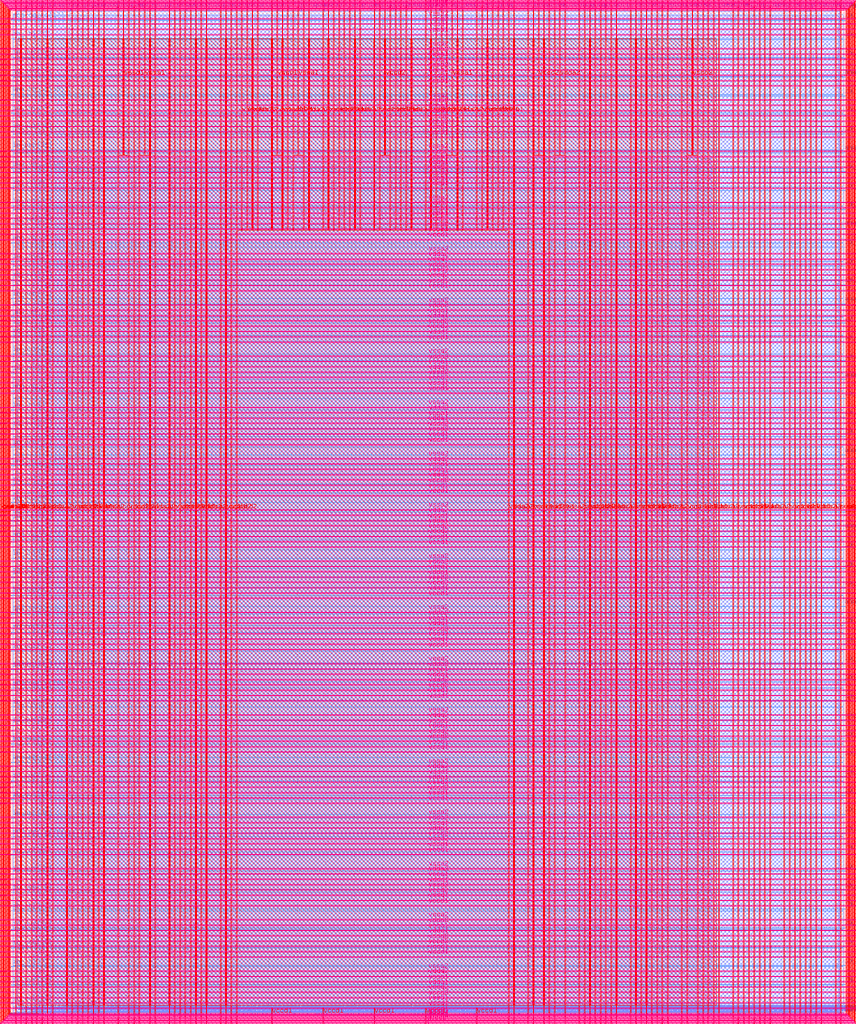
<source format=lef>
VERSION 5.7 ;
  NOWIREEXTENSIONATPIN ON ;
  DIVIDERCHAR "/" ;
  BUSBITCHARS "[]" ;
MACRO user_project_wrapper
  CLASS BLOCK ;
  FOREIGN user_project_wrapper ;
  ORIGIN 0.000 0.000 ;
  SIZE 2920.000 BY 3520.000 ;
  PIN analog_io[0]
    DIRECTION INOUT ;
    USE SIGNAL ;
    PORT
      LAYER met3 ;
        RECT 2917.600 1426.380 2924.800 1427.580 ;
    END
  END analog_io[0]
  PIN analog_io[10]
    DIRECTION INOUT ;
    USE SIGNAL ;
    PORT
      LAYER met2 ;
        RECT 2230.490 3517.600 2231.050 3524.800 ;
    END
  END analog_io[10]
  PIN analog_io[11]
    DIRECTION INOUT ;
    USE SIGNAL ;
    PORT
      LAYER met2 ;
        RECT 1905.730 3517.600 1906.290 3524.800 ;
    END
  END analog_io[11]
  PIN analog_io[12]
    DIRECTION INOUT ;
    USE SIGNAL ;
    PORT
      LAYER met2 ;
        RECT 1581.430 3517.600 1581.990 3524.800 ;
    END
  END analog_io[12]
  PIN analog_io[13]
    DIRECTION INOUT ;
    USE SIGNAL ;
    PORT
      LAYER met2 ;
        RECT 1257.130 3517.600 1257.690 3524.800 ;
    END
  END analog_io[13]
  PIN analog_io[14]
    DIRECTION INOUT ;
    USE SIGNAL ;
    PORT
      LAYER met2 ;
        RECT 932.370 3517.600 932.930 3524.800 ;
    END
  END analog_io[14]
  PIN analog_io[15]
    DIRECTION INOUT ;
    USE SIGNAL ;
    PORT
      LAYER met2 ;
        RECT 608.070 3517.600 608.630 3524.800 ;
    END
  END analog_io[15]
  PIN analog_io[16]
    DIRECTION INOUT ;
    USE SIGNAL ;
    PORT
      LAYER met2 ;
        RECT 283.770 3517.600 284.330 3524.800 ;
    END
  END analog_io[16]
  PIN analog_io[17]
    DIRECTION INOUT ;
    USE SIGNAL ;
    PORT
      LAYER met3 ;
        RECT -4.800 3486.100 2.400 3487.300 ;
    END
  END analog_io[17]
  PIN analog_io[18]
    DIRECTION INOUT ;
    USE SIGNAL ;
    PORT
      LAYER met3 ;
        RECT -4.800 3224.980 2.400 3226.180 ;
    END
  END analog_io[18]
  PIN analog_io[19]
    DIRECTION INOUT ;
    USE SIGNAL ;
    PORT
      LAYER met3 ;
        RECT -4.800 2964.540 2.400 2965.740 ;
    END
  END analog_io[19]
  PIN analog_io[1]
    DIRECTION INOUT ;
    USE SIGNAL ;
    PORT
      LAYER met3 ;
        RECT 2917.600 1692.260 2924.800 1693.460 ;
    END
  END analog_io[1]
  PIN analog_io[20]
    DIRECTION INOUT ;
    USE SIGNAL ;
    PORT
      LAYER met3 ;
        RECT -4.800 2703.420 2.400 2704.620 ;
    END
  END analog_io[20]
  PIN analog_io[21]
    DIRECTION INOUT ;
    USE SIGNAL ;
    PORT
      LAYER met3 ;
        RECT -4.800 2442.980 2.400 2444.180 ;
    END
  END analog_io[21]
  PIN analog_io[22]
    DIRECTION INOUT ;
    USE SIGNAL ;
    PORT
      LAYER met3 ;
        RECT -4.800 2182.540 2.400 2183.740 ;
    END
  END analog_io[22]
  PIN analog_io[23]
    DIRECTION INOUT ;
    USE SIGNAL ;
    PORT
      LAYER met3 ;
        RECT -4.800 1921.420 2.400 1922.620 ;
    END
  END analog_io[23]
  PIN analog_io[24]
    DIRECTION INOUT ;
    USE SIGNAL ;
    PORT
      LAYER met3 ;
        RECT -4.800 1660.980 2.400 1662.180 ;
    END
  END analog_io[24]
  PIN analog_io[25]
    DIRECTION INOUT ;
    USE SIGNAL ;
    PORT
      LAYER met3 ;
        RECT -4.800 1399.860 2.400 1401.060 ;
    END
  END analog_io[25]
  PIN analog_io[26]
    DIRECTION INOUT ;
    USE SIGNAL ;
    PORT
      LAYER met3 ;
        RECT -4.800 1139.420 2.400 1140.620 ;
    END
  END analog_io[26]
  PIN analog_io[27]
    DIRECTION INOUT ;
    USE SIGNAL ;
    PORT
      LAYER met3 ;
        RECT -4.800 878.980 2.400 880.180 ;
    END
  END analog_io[27]
  PIN analog_io[28]
    DIRECTION INOUT ;
    USE SIGNAL ;
    PORT
      LAYER met3 ;
        RECT -4.800 617.860 2.400 619.060 ;
    END
  END analog_io[28]
  PIN analog_io[2]
    DIRECTION INOUT ;
    USE SIGNAL ;
    PORT
      LAYER met3 ;
        RECT 2917.600 1958.140 2924.800 1959.340 ;
    END
  END analog_io[2]
  PIN analog_io[3]
    DIRECTION INOUT ;
    USE SIGNAL ;
    PORT
      LAYER met3 ;
        RECT 2917.600 2223.340 2924.800 2224.540 ;
    END
  END analog_io[3]
  PIN analog_io[4]
    DIRECTION INOUT ;
    USE SIGNAL ;
    PORT
      LAYER met3 ;
        RECT 2917.600 2489.220 2924.800 2490.420 ;
    END
  END analog_io[4]
  PIN analog_io[5]
    DIRECTION INOUT ;
    USE SIGNAL ;
    PORT
      LAYER met3 ;
        RECT 2917.600 2755.100 2924.800 2756.300 ;
    END
  END analog_io[5]
  PIN analog_io[6]
    DIRECTION INOUT ;
    USE SIGNAL ;
    PORT
      LAYER met3 ;
        RECT 2917.600 3020.300 2924.800 3021.500 ;
    END
  END analog_io[6]
  PIN analog_io[7]
    DIRECTION INOUT ;
    USE SIGNAL ;
    PORT
      LAYER met3 ;
        RECT 2917.600 3286.180 2924.800 3287.380 ;
    END
  END analog_io[7]
  PIN analog_io[8]
    DIRECTION INOUT ;
    USE SIGNAL ;
    PORT
      LAYER met2 ;
        RECT 2879.090 3517.600 2879.650 3524.800 ;
    END
  END analog_io[8]
  PIN analog_io[9]
    DIRECTION INOUT ;
    USE SIGNAL ;
    PORT
      LAYER met2 ;
        RECT 2554.790 3517.600 2555.350 3524.800 ;
    END
  END analog_io[9]
  PIN io_in[0]
    DIRECTION INPUT ;
    USE SIGNAL ;
    PORT
      LAYER met3 ;
        RECT 2917.600 32.380 2924.800 33.580 ;
    END
  END io_in[0]
  PIN io_in[10]
    DIRECTION INPUT ;
    USE SIGNAL ;
    PORT
      LAYER met3 ;
        RECT 2917.600 2289.980 2924.800 2291.180 ;
    END
  END io_in[10]
  PIN io_in[11]
    DIRECTION INPUT ;
    USE SIGNAL ;
    PORT
      LAYER met3 ;
        RECT 2917.600 2555.860 2924.800 2557.060 ;
    END
  END io_in[11]
  PIN io_in[12]
    DIRECTION INPUT ;
    USE SIGNAL ;
    PORT
      LAYER met3 ;
        RECT 2917.600 2821.060 2924.800 2822.260 ;
    END
  END io_in[12]
  PIN io_in[13]
    DIRECTION INPUT ;
    USE SIGNAL ;
    PORT
      LAYER met3 ;
        RECT 2917.600 3086.940 2924.800 3088.140 ;
    END
  END io_in[13]
  PIN io_in[14]
    DIRECTION INPUT ;
    USE SIGNAL ;
    PORT
      LAYER met3 ;
        RECT 2917.600 3352.820 2924.800 3354.020 ;
    END
  END io_in[14]
  PIN io_in[15]
    DIRECTION INPUT ;
    USE SIGNAL ;
    PORT
      LAYER met2 ;
        RECT 2798.130 3517.600 2798.690 3524.800 ;
    END
  END io_in[15]
  PIN io_in[16]
    DIRECTION INPUT ;
    USE SIGNAL ;
    PORT
      LAYER met2 ;
        RECT 2473.830 3517.600 2474.390 3524.800 ;
    END
  END io_in[16]
  PIN io_in[17]
    DIRECTION INPUT ;
    USE SIGNAL ;
    PORT
      LAYER met2 ;
        RECT 2149.070 3517.600 2149.630 3524.800 ;
    END
  END io_in[17]
  PIN io_in[18]
    DIRECTION INPUT ;
    USE SIGNAL ;
    PORT
      LAYER met2 ;
        RECT 1824.770 3517.600 1825.330 3524.800 ;
    END
  END io_in[18]
  PIN io_in[19]
    DIRECTION INPUT ;
    USE SIGNAL ;
    PORT
      LAYER met2 ;
        RECT 1500.470 3517.600 1501.030 3524.800 ;
    END
  END io_in[19]
  PIN io_in[1]
    DIRECTION INPUT ;
    USE SIGNAL ;
    PORT
      LAYER met3 ;
        RECT 2917.600 230.940 2924.800 232.140 ;
    END
  END io_in[1]
  PIN io_in[20]
    DIRECTION INPUT ;
    USE SIGNAL ;
    PORT
      LAYER met2 ;
        RECT 1175.710 3517.600 1176.270 3524.800 ;
    END
  END io_in[20]
  PIN io_in[21]
    DIRECTION INPUT ;
    USE SIGNAL ;
    PORT
      LAYER met2 ;
        RECT 851.410 3517.600 851.970 3524.800 ;
    END
  END io_in[21]
  PIN io_in[22]
    DIRECTION INPUT ;
    USE SIGNAL ;
    PORT
      LAYER met2 ;
        RECT 527.110 3517.600 527.670 3524.800 ;
    END
  END io_in[22]
  PIN io_in[23]
    DIRECTION INPUT ;
    USE SIGNAL ;
    PORT
      LAYER met2 ;
        RECT 202.350 3517.600 202.910 3524.800 ;
    END
  END io_in[23]
  PIN io_in[24]
    DIRECTION INPUT ;
    USE SIGNAL ;
    PORT
      LAYER met3 ;
        RECT -4.800 3420.820 2.400 3422.020 ;
    END
  END io_in[24]
  PIN io_in[25]
    DIRECTION INPUT ;
    USE SIGNAL ;
    PORT
      LAYER met3 ;
        RECT -4.800 3159.700 2.400 3160.900 ;
    END
  END io_in[25]
  PIN io_in[26]
    DIRECTION INPUT ;
    USE SIGNAL ;
    PORT
      LAYER met3 ;
        RECT -4.800 2899.260 2.400 2900.460 ;
    END
  END io_in[26]
  PIN io_in[27]
    DIRECTION INPUT ;
    USE SIGNAL ;
    PORT
      LAYER met3 ;
        RECT -4.800 2638.820 2.400 2640.020 ;
    END
  END io_in[27]
  PIN io_in[28]
    DIRECTION INPUT ;
    USE SIGNAL ;
    PORT
      LAYER met3 ;
        RECT -4.800 2377.700 2.400 2378.900 ;
    END
  END io_in[28]
  PIN io_in[29]
    DIRECTION INPUT ;
    USE SIGNAL ;
    PORT
      LAYER met3 ;
        RECT -4.800 2117.260 2.400 2118.460 ;
    END
  END io_in[29]
  PIN io_in[2]
    DIRECTION INPUT ;
    USE SIGNAL ;
    PORT
      LAYER met3 ;
        RECT 2917.600 430.180 2924.800 431.380 ;
    END
  END io_in[2]
  PIN io_in[30]
    DIRECTION INPUT ;
    USE SIGNAL ;
    PORT
      LAYER met3 ;
        RECT -4.800 1856.140 2.400 1857.340 ;
    END
  END io_in[30]
  PIN io_in[31]
    DIRECTION INPUT ;
    USE SIGNAL ;
    PORT
      LAYER met3 ;
        RECT -4.800 1595.700 2.400 1596.900 ;
    END
  END io_in[31]
  PIN io_in[32]
    DIRECTION INPUT ;
    USE SIGNAL ;
    PORT
      LAYER met3 ;
        RECT -4.800 1335.260 2.400 1336.460 ;
    END
  END io_in[32]
  PIN io_in[33]
    DIRECTION INPUT ;
    USE SIGNAL ;
    PORT
      LAYER met3 ;
        RECT -4.800 1074.140 2.400 1075.340 ;
    END
  END io_in[33]
  PIN io_in[34]
    DIRECTION INPUT ;
    USE SIGNAL ;
    PORT
      LAYER met3 ;
        RECT -4.800 813.700 2.400 814.900 ;
    END
  END io_in[34]
  PIN io_in[35]
    DIRECTION INPUT ;
    USE SIGNAL ;
    PORT
      LAYER met3 ;
        RECT -4.800 552.580 2.400 553.780 ;
    END
  END io_in[35]
  PIN io_in[36]
    DIRECTION INPUT ;
    USE SIGNAL ;
    PORT
      LAYER met3 ;
        RECT -4.800 357.420 2.400 358.620 ;
    END
  END io_in[36]
  PIN io_in[37]
    DIRECTION INPUT ;
    USE SIGNAL ;
    PORT
      LAYER met3 ;
        RECT -4.800 161.580 2.400 162.780 ;
    END
  END io_in[37]
  PIN io_in[3]
    DIRECTION INPUT ;
    USE SIGNAL ;
    PORT
      LAYER met3 ;
        RECT 2917.600 629.420 2924.800 630.620 ;
    END
  END io_in[3]
  PIN io_in[4]
    DIRECTION INPUT ;
    USE SIGNAL ;
    PORT
      LAYER met3 ;
        RECT 2917.600 828.660 2924.800 829.860 ;
    END
  END io_in[4]
  PIN io_in[5]
    DIRECTION INPUT ;
    USE SIGNAL ;
    PORT
      LAYER met3 ;
        RECT 2917.600 1027.900 2924.800 1029.100 ;
    END
  END io_in[5]
  PIN io_in[6]
    DIRECTION INPUT ;
    USE SIGNAL ;
    PORT
      LAYER met3 ;
        RECT 2917.600 1227.140 2924.800 1228.340 ;
    END
  END io_in[6]
  PIN io_in[7]
    DIRECTION INPUT ;
    USE SIGNAL ;
    PORT
      LAYER met3 ;
        RECT 2917.600 1493.020 2924.800 1494.220 ;
    END
  END io_in[7]
  PIN io_in[8]
    DIRECTION INPUT ;
    USE SIGNAL ;
    PORT
      LAYER met3 ;
        RECT 2917.600 1758.900 2924.800 1760.100 ;
    END
  END io_in[8]
  PIN io_in[9]
    DIRECTION INPUT ;
    USE SIGNAL ;
    PORT
      LAYER met3 ;
        RECT 2917.600 2024.100 2924.800 2025.300 ;
    END
  END io_in[9]
  PIN io_oeb[0]
    DIRECTION OUTPUT TRISTATE ;
    USE SIGNAL ;
    PORT
      LAYER met3 ;
        RECT 2917.600 164.980 2924.800 166.180 ;
    END
  END io_oeb[0]
  PIN io_oeb[10]
    DIRECTION OUTPUT TRISTATE ;
    USE SIGNAL ;
    PORT
      LAYER met3 ;
        RECT 2917.600 2422.580 2924.800 2423.780 ;
    END
  END io_oeb[10]
  PIN io_oeb[11]
    DIRECTION OUTPUT TRISTATE ;
    USE SIGNAL ;
    PORT
      LAYER met3 ;
        RECT 2917.600 2688.460 2924.800 2689.660 ;
    END
  END io_oeb[11]
  PIN io_oeb[12]
    DIRECTION OUTPUT TRISTATE ;
    USE SIGNAL ;
    PORT
      LAYER met3 ;
        RECT 2917.600 2954.340 2924.800 2955.540 ;
    END
  END io_oeb[12]
  PIN io_oeb[13]
    DIRECTION OUTPUT TRISTATE ;
    USE SIGNAL ;
    PORT
      LAYER met3 ;
        RECT 2917.600 3219.540 2924.800 3220.740 ;
    END
  END io_oeb[13]
  PIN io_oeb[14]
    DIRECTION OUTPUT TRISTATE ;
    USE SIGNAL ;
    PORT
      LAYER met3 ;
        RECT 2917.600 3485.420 2924.800 3486.620 ;
    END
  END io_oeb[14]
  PIN io_oeb[15]
    DIRECTION OUTPUT TRISTATE ;
    USE SIGNAL ;
    PORT
      LAYER met2 ;
        RECT 2635.750 3517.600 2636.310 3524.800 ;
    END
  END io_oeb[15]
  PIN io_oeb[16]
    DIRECTION OUTPUT TRISTATE ;
    USE SIGNAL ;
    PORT
      LAYER met2 ;
        RECT 2311.450 3517.600 2312.010 3524.800 ;
    END
  END io_oeb[16]
  PIN io_oeb[17]
    DIRECTION OUTPUT TRISTATE ;
    USE SIGNAL ;
    PORT
      LAYER met2 ;
        RECT 1987.150 3517.600 1987.710 3524.800 ;
    END
  END io_oeb[17]
  PIN io_oeb[18]
    DIRECTION OUTPUT TRISTATE ;
    USE SIGNAL ;
    PORT
      LAYER met2 ;
        RECT 1662.390 3517.600 1662.950 3524.800 ;
    END
  END io_oeb[18]
  PIN io_oeb[19]
    DIRECTION OUTPUT TRISTATE ;
    USE SIGNAL ;
    PORT
      LAYER met2 ;
        RECT 1338.090 3517.600 1338.650 3524.800 ;
    END
  END io_oeb[19]
  PIN io_oeb[1]
    DIRECTION OUTPUT TRISTATE ;
    USE SIGNAL ;
    PORT
      LAYER met3 ;
        RECT 2917.600 364.220 2924.800 365.420 ;
    END
  END io_oeb[1]
  PIN io_oeb[20]
    DIRECTION OUTPUT TRISTATE ;
    USE SIGNAL ;
    PORT
      LAYER met2 ;
        RECT 1013.790 3517.600 1014.350 3524.800 ;
    END
  END io_oeb[20]
  PIN io_oeb[21]
    DIRECTION OUTPUT TRISTATE ;
    USE SIGNAL ;
    PORT
      LAYER met2 ;
        RECT 689.030 3517.600 689.590 3524.800 ;
    END
  END io_oeb[21]
  PIN io_oeb[22]
    DIRECTION OUTPUT TRISTATE ;
    USE SIGNAL ;
    PORT
      LAYER met2 ;
        RECT 364.730 3517.600 365.290 3524.800 ;
    END
  END io_oeb[22]
  PIN io_oeb[23]
    DIRECTION OUTPUT TRISTATE ;
    USE SIGNAL ;
    PORT
      LAYER met2 ;
        RECT 40.430 3517.600 40.990 3524.800 ;
    END
  END io_oeb[23]
  PIN io_oeb[24]
    DIRECTION OUTPUT TRISTATE ;
    USE SIGNAL ;
    PORT
      LAYER met3 ;
        RECT -4.800 3290.260 2.400 3291.460 ;
    END
  END io_oeb[24]
  PIN io_oeb[25]
    DIRECTION OUTPUT TRISTATE ;
    USE SIGNAL ;
    PORT
      LAYER met3 ;
        RECT -4.800 3029.820 2.400 3031.020 ;
    END
  END io_oeb[25]
  PIN io_oeb[26]
    DIRECTION OUTPUT TRISTATE ;
    USE SIGNAL ;
    PORT
      LAYER met3 ;
        RECT -4.800 2768.700 2.400 2769.900 ;
    END
  END io_oeb[26]
  PIN io_oeb[27]
    DIRECTION OUTPUT TRISTATE ;
    USE SIGNAL ;
    PORT
      LAYER met3 ;
        RECT -4.800 2508.260 2.400 2509.460 ;
    END
  END io_oeb[27]
  PIN io_oeb[28]
    DIRECTION OUTPUT TRISTATE ;
    USE SIGNAL ;
    PORT
      LAYER met3 ;
        RECT -4.800 2247.140 2.400 2248.340 ;
    END
  END io_oeb[28]
  PIN io_oeb[29]
    DIRECTION OUTPUT TRISTATE ;
    USE SIGNAL ;
    PORT
      LAYER met3 ;
        RECT -4.800 1986.700 2.400 1987.900 ;
    END
  END io_oeb[29]
  PIN io_oeb[2]
    DIRECTION OUTPUT TRISTATE ;
    USE SIGNAL ;
    PORT
      LAYER met3 ;
        RECT 2917.600 563.460 2924.800 564.660 ;
    END
  END io_oeb[2]
  PIN io_oeb[30]
    DIRECTION OUTPUT TRISTATE ;
    USE SIGNAL ;
    PORT
      LAYER met3 ;
        RECT -4.800 1726.260 2.400 1727.460 ;
    END
  END io_oeb[30]
  PIN io_oeb[31]
    DIRECTION OUTPUT TRISTATE ;
    USE SIGNAL ;
    PORT
      LAYER met3 ;
        RECT -4.800 1465.140 2.400 1466.340 ;
    END
  END io_oeb[31]
  PIN io_oeb[32]
    DIRECTION OUTPUT TRISTATE ;
    USE SIGNAL ;
    PORT
      LAYER met3 ;
        RECT -4.800 1204.700 2.400 1205.900 ;
    END
  END io_oeb[32]
  PIN io_oeb[33]
    DIRECTION OUTPUT TRISTATE ;
    USE SIGNAL ;
    PORT
      LAYER met3 ;
        RECT -4.800 943.580 2.400 944.780 ;
    END
  END io_oeb[33]
  PIN io_oeb[34]
    DIRECTION OUTPUT TRISTATE ;
    USE SIGNAL ;
    PORT
      LAYER met3 ;
        RECT -4.800 683.140 2.400 684.340 ;
    END
  END io_oeb[34]
  PIN io_oeb[35]
    DIRECTION OUTPUT TRISTATE ;
    USE SIGNAL ;
    PORT
      LAYER met3 ;
        RECT -4.800 422.700 2.400 423.900 ;
    END
  END io_oeb[35]
  PIN io_oeb[36]
    DIRECTION OUTPUT TRISTATE ;
    USE SIGNAL ;
    PORT
      LAYER met3 ;
        RECT -4.800 226.860 2.400 228.060 ;
    END
  END io_oeb[36]
  PIN io_oeb[37]
    DIRECTION OUTPUT TRISTATE ;
    USE SIGNAL ;
    PORT
      LAYER met3 ;
        RECT -4.800 31.700 2.400 32.900 ;
    END
  END io_oeb[37]
  PIN io_oeb[3]
    DIRECTION OUTPUT TRISTATE ;
    USE SIGNAL ;
    PORT
      LAYER met3 ;
        RECT 2917.600 762.700 2924.800 763.900 ;
    END
  END io_oeb[3]
  PIN io_oeb[4]
    DIRECTION OUTPUT TRISTATE ;
    USE SIGNAL ;
    PORT
      LAYER met3 ;
        RECT 2917.600 961.940 2924.800 963.140 ;
    END
  END io_oeb[4]
  PIN io_oeb[5]
    DIRECTION OUTPUT TRISTATE ;
    USE SIGNAL ;
    PORT
      LAYER met3 ;
        RECT 2917.600 1161.180 2924.800 1162.380 ;
    END
  END io_oeb[5]
  PIN io_oeb[6]
    DIRECTION OUTPUT TRISTATE ;
    USE SIGNAL ;
    PORT
      LAYER met3 ;
        RECT 2917.600 1360.420 2924.800 1361.620 ;
    END
  END io_oeb[6]
  PIN io_oeb[7]
    DIRECTION OUTPUT TRISTATE ;
    USE SIGNAL ;
    PORT
      LAYER met3 ;
        RECT 2917.600 1625.620 2924.800 1626.820 ;
    END
  END io_oeb[7]
  PIN io_oeb[8]
    DIRECTION OUTPUT TRISTATE ;
    USE SIGNAL ;
    PORT
      LAYER met3 ;
        RECT 2917.600 1891.500 2924.800 1892.700 ;
    END
  END io_oeb[8]
  PIN io_oeb[9]
    DIRECTION OUTPUT TRISTATE ;
    USE SIGNAL ;
    PORT
      LAYER met3 ;
        RECT 2917.600 2157.380 2924.800 2158.580 ;
    END
  END io_oeb[9]
  PIN io_out[0]
    DIRECTION OUTPUT TRISTATE ;
    USE SIGNAL ;
    PORT
      LAYER met3 ;
        RECT 2917.600 98.340 2924.800 99.540 ;
    END
  END io_out[0]
  PIN io_out[10]
    DIRECTION OUTPUT TRISTATE ;
    USE SIGNAL ;
    PORT
      LAYER met3 ;
        RECT 2917.600 2356.620 2924.800 2357.820 ;
    END
  END io_out[10]
  PIN io_out[11]
    DIRECTION OUTPUT TRISTATE ;
    USE SIGNAL ;
    PORT
      LAYER met3 ;
        RECT 2917.600 2621.820 2924.800 2623.020 ;
    END
  END io_out[11]
  PIN io_out[12]
    DIRECTION OUTPUT TRISTATE ;
    USE SIGNAL ;
    PORT
      LAYER met3 ;
        RECT 2917.600 2887.700 2924.800 2888.900 ;
    END
  END io_out[12]
  PIN io_out[13]
    DIRECTION OUTPUT TRISTATE ;
    USE SIGNAL ;
    PORT
      LAYER met3 ;
        RECT 2917.600 3153.580 2924.800 3154.780 ;
    END
  END io_out[13]
  PIN io_out[14]
    DIRECTION OUTPUT TRISTATE ;
    USE SIGNAL ;
    PORT
      LAYER met3 ;
        RECT 2917.600 3418.780 2924.800 3419.980 ;
    END
  END io_out[14]
  PIN io_out[15]
    DIRECTION OUTPUT TRISTATE ;
    USE SIGNAL ;
    PORT
      LAYER met2 ;
        RECT 2717.170 3517.600 2717.730 3524.800 ;
    END
  END io_out[15]
  PIN io_out[16]
    DIRECTION OUTPUT TRISTATE ;
    USE SIGNAL ;
    PORT
      LAYER met2 ;
        RECT 2392.410 3517.600 2392.970 3524.800 ;
    END
  END io_out[16]
  PIN io_out[17]
    DIRECTION OUTPUT TRISTATE ;
    USE SIGNAL ;
    PORT
      LAYER met2 ;
        RECT 2068.110 3517.600 2068.670 3524.800 ;
    END
  END io_out[17]
  PIN io_out[18]
    DIRECTION OUTPUT TRISTATE ;
    USE SIGNAL ;
    PORT
      LAYER met2 ;
        RECT 1743.810 3517.600 1744.370 3524.800 ;
    END
  END io_out[18]
  PIN io_out[19]
    DIRECTION OUTPUT TRISTATE ;
    USE SIGNAL ;
    PORT
      LAYER met2 ;
        RECT 1419.050 3517.600 1419.610 3524.800 ;
    END
  END io_out[19]
  PIN io_out[1]
    DIRECTION OUTPUT TRISTATE ;
    USE SIGNAL ;
    PORT
      LAYER met3 ;
        RECT 2917.600 297.580 2924.800 298.780 ;
    END
  END io_out[1]
  PIN io_out[20]
    DIRECTION OUTPUT TRISTATE ;
    USE SIGNAL ;
    PORT
      LAYER met2 ;
        RECT 1094.750 3517.600 1095.310 3524.800 ;
    END
  END io_out[20]
  PIN io_out[21]
    DIRECTION OUTPUT TRISTATE ;
    USE SIGNAL ;
    PORT
      LAYER met2 ;
        RECT 770.450 3517.600 771.010 3524.800 ;
    END
  END io_out[21]
  PIN io_out[22]
    DIRECTION OUTPUT TRISTATE ;
    USE SIGNAL ;
    PORT
      LAYER met2 ;
        RECT 445.690 3517.600 446.250 3524.800 ;
    END
  END io_out[22]
  PIN io_out[23]
    DIRECTION OUTPUT TRISTATE ;
    USE SIGNAL ;
    PORT
      LAYER met2 ;
        RECT 121.390 3517.600 121.950 3524.800 ;
    END
  END io_out[23]
  PIN io_out[24]
    DIRECTION OUTPUT TRISTATE ;
    USE SIGNAL ;
    PORT
      LAYER met3 ;
        RECT -4.800 3355.540 2.400 3356.740 ;
    END
  END io_out[24]
  PIN io_out[25]
    DIRECTION OUTPUT TRISTATE ;
    USE SIGNAL ;
    PORT
      LAYER met3 ;
        RECT -4.800 3095.100 2.400 3096.300 ;
    END
  END io_out[25]
  PIN io_out[26]
    DIRECTION OUTPUT TRISTATE ;
    USE SIGNAL ;
    PORT
      LAYER met3 ;
        RECT -4.800 2833.980 2.400 2835.180 ;
    END
  END io_out[26]
  PIN io_out[27]
    DIRECTION OUTPUT TRISTATE ;
    USE SIGNAL ;
    PORT
      LAYER met3 ;
        RECT -4.800 2573.540 2.400 2574.740 ;
    END
  END io_out[27]
  PIN io_out[28]
    DIRECTION OUTPUT TRISTATE ;
    USE SIGNAL ;
    PORT
      LAYER met3 ;
        RECT -4.800 2312.420 2.400 2313.620 ;
    END
  END io_out[28]
  PIN io_out[29]
    DIRECTION OUTPUT TRISTATE ;
    USE SIGNAL ;
    PORT
      LAYER met3 ;
        RECT -4.800 2051.980 2.400 2053.180 ;
    END
  END io_out[29]
  PIN io_out[2]
    DIRECTION OUTPUT TRISTATE ;
    USE SIGNAL ;
    PORT
      LAYER met3 ;
        RECT 2917.600 496.820 2924.800 498.020 ;
    END
  END io_out[2]
  PIN io_out[30]
    DIRECTION OUTPUT TRISTATE ;
    USE SIGNAL ;
    PORT
      LAYER met3 ;
        RECT -4.800 1791.540 2.400 1792.740 ;
    END
  END io_out[30]
  PIN io_out[31]
    DIRECTION OUTPUT TRISTATE ;
    USE SIGNAL ;
    PORT
      LAYER met3 ;
        RECT -4.800 1530.420 2.400 1531.620 ;
    END
  END io_out[31]
  PIN io_out[32]
    DIRECTION OUTPUT TRISTATE ;
    USE SIGNAL ;
    PORT
      LAYER met3 ;
        RECT -4.800 1269.980 2.400 1271.180 ;
    END
  END io_out[32]
  PIN io_out[33]
    DIRECTION OUTPUT TRISTATE ;
    USE SIGNAL ;
    PORT
      LAYER met3 ;
        RECT -4.800 1008.860 2.400 1010.060 ;
    END
  END io_out[33]
  PIN io_out[34]
    DIRECTION OUTPUT TRISTATE ;
    USE SIGNAL ;
    PORT
      LAYER met3 ;
        RECT -4.800 748.420 2.400 749.620 ;
    END
  END io_out[34]
  PIN io_out[35]
    DIRECTION OUTPUT TRISTATE ;
    USE SIGNAL ;
    PORT
      LAYER met3 ;
        RECT -4.800 487.300 2.400 488.500 ;
    END
  END io_out[35]
  PIN io_out[36]
    DIRECTION OUTPUT TRISTATE ;
    USE SIGNAL ;
    PORT
      LAYER met3 ;
        RECT -4.800 292.140 2.400 293.340 ;
    END
  END io_out[36]
  PIN io_out[37]
    DIRECTION OUTPUT TRISTATE ;
    USE SIGNAL ;
    PORT
      LAYER met3 ;
        RECT -4.800 96.300 2.400 97.500 ;
    END
  END io_out[37]
  PIN io_out[3]
    DIRECTION OUTPUT TRISTATE ;
    USE SIGNAL ;
    PORT
      LAYER met3 ;
        RECT 2917.600 696.060 2924.800 697.260 ;
    END
  END io_out[3]
  PIN io_out[4]
    DIRECTION OUTPUT TRISTATE ;
    USE SIGNAL ;
    PORT
      LAYER met3 ;
        RECT 2917.600 895.300 2924.800 896.500 ;
    END
  END io_out[4]
  PIN io_out[5]
    DIRECTION OUTPUT TRISTATE ;
    USE SIGNAL ;
    PORT
      LAYER met3 ;
        RECT 2917.600 1094.540 2924.800 1095.740 ;
    END
  END io_out[5]
  PIN io_out[6]
    DIRECTION OUTPUT TRISTATE ;
    USE SIGNAL ;
    PORT
      LAYER met3 ;
        RECT 2917.600 1293.780 2924.800 1294.980 ;
    END
  END io_out[6]
  PIN io_out[7]
    DIRECTION OUTPUT TRISTATE ;
    USE SIGNAL ;
    PORT
      LAYER met3 ;
        RECT 2917.600 1559.660 2924.800 1560.860 ;
    END
  END io_out[7]
  PIN io_out[8]
    DIRECTION OUTPUT TRISTATE ;
    USE SIGNAL ;
    PORT
      LAYER met3 ;
        RECT 2917.600 1824.860 2924.800 1826.060 ;
    END
  END io_out[8]
  PIN io_out[9]
    DIRECTION OUTPUT TRISTATE ;
    USE SIGNAL ;
    PORT
      LAYER met3 ;
        RECT 2917.600 2090.740 2924.800 2091.940 ;
    END
  END io_out[9]
  PIN la_data_in[0]
    DIRECTION INPUT ;
    USE SIGNAL ;
    PORT
      LAYER met2 ;
        RECT 629.230 -4.800 629.790 2.400 ;
    END
  END la_data_in[0]
  PIN la_data_in[100]
    DIRECTION INPUT ;
    USE SIGNAL ;
    PORT
      LAYER met2 ;
        RECT 2402.530 -4.800 2403.090 2.400 ;
    END
  END la_data_in[100]
  PIN la_data_in[101]
    DIRECTION INPUT ;
    USE SIGNAL ;
    PORT
      LAYER met2 ;
        RECT 2420.010 -4.800 2420.570 2.400 ;
    END
  END la_data_in[101]
  PIN la_data_in[102]
    DIRECTION INPUT ;
    USE SIGNAL ;
    PORT
      LAYER met2 ;
        RECT 2437.950 -4.800 2438.510 2.400 ;
    END
  END la_data_in[102]
  PIN la_data_in[103]
    DIRECTION INPUT ;
    USE SIGNAL ;
    PORT
      LAYER met2 ;
        RECT 2455.430 -4.800 2455.990 2.400 ;
    END
  END la_data_in[103]
  PIN la_data_in[104]
    DIRECTION INPUT ;
    USE SIGNAL ;
    PORT
      LAYER met2 ;
        RECT 2473.370 -4.800 2473.930 2.400 ;
    END
  END la_data_in[104]
  PIN la_data_in[105]
    DIRECTION INPUT ;
    USE SIGNAL ;
    PORT
      LAYER met2 ;
        RECT 2490.850 -4.800 2491.410 2.400 ;
    END
  END la_data_in[105]
  PIN la_data_in[106]
    DIRECTION INPUT ;
    USE SIGNAL ;
    PORT
      LAYER met2 ;
        RECT 2508.790 -4.800 2509.350 2.400 ;
    END
  END la_data_in[106]
  PIN la_data_in[107]
    DIRECTION INPUT ;
    USE SIGNAL ;
    PORT
      LAYER met2 ;
        RECT 2526.730 -4.800 2527.290 2.400 ;
    END
  END la_data_in[107]
  PIN la_data_in[108]
    DIRECTION INPUT ;
    USE SIGNAL ;
    PORT
      LAYER met2 ;
        RECT 2544.210 -4.800 2544.770 2.400 ;
    END
  END la_data_in[108]
  PIN la_data_in[109]
    DIRECTION INPUT ;
    USE SIGNAL ;
    PORT
      LAYER met2 ;
        RECT 2562.150 -4.800 2562.710 2.400 ;
    END
  END la_data_in[109]
  PIN la_data_in[10]
    DIRECTION INPUT ;
    USE SIGNAL ;
    PORT
      LAYER met2 ;
        RECT 806.330 -4.800 806.890 2.400 ;
    END
  END la_data_in[10]
  PIN la_data_in[110]
    DIRECTION INPUT ;
    USE SIGNAL ;
    PORT
      LAYER met2 ;
        RECT 2579.630 -4.800 2580.190 2.400 ;
    END
  END la_data_in[110]
  PIN la_data_in[111]
    DIRECTION INPUT ;
    USE SIGNAL ;
    PORT
      LAYER met2 ;
        RECT 2597.570 -4.800 2598.130 2.400 ;
    END
  END la_data_in[111]
  PIN la_data_in[112]
    DIRECTION INPUT ;
    USE SIGNAL ;
    PORT
      LAYER met2 ;
        RECT 2615.050 -4.800 2615.610 2.400 ;
    END
  END la_data_in[112]
  PIN la_data_in[113]
    DIRECTION INPUT ;
    USE SIGNAL ;
    PORT
      LAYER met2 ;
        RECT 2632.990 -4.800 2633.550 2.400 ;
    END
  END la_data_in[113]
  PIN la_data_in[114]
    DIRECTION INPUT ;
    USE SIGNAL ;
    PORT
      LAYER met2 ;
        RECT 2650.470 -4.800 2651.030 2.400 ;
    END
  END la_data_in[114]
  PIN la_data_in[115]
    DIRECTION INPUT ;
    USE SIGNAL ;
    PORT
      LAYER met2 ;
        RECT 2668.410 -4.800 2668.970 2.400 ;
    END
  END la_data_in[115]
  PIN la_data_in[116]
    DIRECTION INPUT ;
    USE SIGNAL ;
    PORT
      LAYER met2 ;
        RECT 2685.890 -4.800 2686.450 2.400 ;
    END
  END la_data_in[116]
  PIN la_data_in[117]
    DIRECTION INPUT ;
    USE SIGNAL ;
    PORT
      LAYER met2 ;
        RECT 2703.830 -4.800 2704.390 2.400 ;
    END
  END la_data_in[117]
  PIN la_data_in[118]
    DIRECTION INPUT ;
    USE SIGNAL ;
    PORT
      LAYER met2 ;
        RECT 2721.770 -4.800 2722.330 2.400 ;
    END
  END la_data_in[118]
  PIN la_data_in[119]
    DIRECTION INPUT ;
    USE SIGNAL ;
    PORT
      LAYER met2 ;
        RECT 2739.250 -4.800 2739.810 2.400 ;
    END
  END la_data_in[119]
  PIN la_data_in[11]
    DIRECTION INPUT ;
    USE SIGNAL ;
    PORT
      LAYER met2 ;
        RECT 824.270 -4.800 824.830 2.400 ;
    END
  END la_data_in[11]
  PIN la_data_in[120]
    DIRECTION INPUT ;
    USE SIGNAL ;
    PORT
      LAYER met2 ;
        RECT 2757.190 -4.800 2757.750 2.400 ;
    END
  END la_data_in[120]
  PIN la_data_in[121]
    DIRECTION INPUT ;
    USE SIGNAL ;
    PORT
      LAYER met2 ;
        RECT 2774.670 -4.800 2775.230 2.400 ;
    END
  END la_data_in[121]
  PIN la_data_in[122]
    DIRECTION INPUT ;
    USE SIGNAL ;
    PORT
      LAYER met2 ;
        RECT 2792.610 -4.800 2793.170 2.400 ;
    END
  END la_data_in[122]
  PIN la_data_in[123]
    DIRECTION INPUT ;
    USE SIGNAL ;
    PORT
      LAYER met2 ;
        RECT 2810.090 -4.800 2810.650 2.400 ;
    END
  END la_data_in[123]
  PIN la_data_in[124]
    DIRECTION INPUT ;
    USE SIGNAL ;
    PORT
      LAYER met2 ;
        RECT 2828.030 -4.800 2828.590 2.400 ;
    END
  END la_data_in[124]
  PIN la_data_in[125]
    DIRECTION INPUT ;
    USE SIGNAL ;
    PORT
      LAYER met2 ;
        RECT 2845.510 -4.800 2846.070 2.400 ;
    END
  END la_data_in[125]
  PIN la_data_in[126]
    DIRECTION INPUT ;
    USE SIGNAL ;
    PORT
      LAYER met2 ;
        RECT 2863.450 -4.800 2864.010 2.400 ;
    END
  END la_data_in[126]
  PIN la_data_in[127]
    DIRECTION INPUT ;
    USE SIGNAL ;
    PORT
      LAYER met2 ;
        RECT 2881.390 -4.800 2881.950 2.400 ;
    END
  END la_data_in[127]
  PIN la_data_in[12]
    DIRECTION INPUT ;
    USE SIGNAL ;
    PORT
      LAYER met2 ;
        RECT 841.750 -4.800 842.310 2.400 ;
    END
  END la_data_in[12]
  PIN la_data_in[13]
    DIRECTION INPUT ;
    USE SIGNAL ;
    PORT
      LAYER met2 ;
        RECT 859.690 -4.800 860.250 2.400 ;
    END
  END la_data_in[13]
  PIN la_data_in[14]
    DIRECTION INPUT ;
    USE SIGNAL ;
    PORT
      LAYER met2 ;
        RECT 877.170 -4.800 877.730 2.400 ;
    END
  END la_data_in[14]
  PIN la_data_in[15]
    DIRECTION INPUT ;
    USE SIGNAL ;
    PORT
      LAYER met2 ;
        RECT 895.110 -4.800 895.670 2.400 ;
    END
  END la_data_in[15]
  PIN la_data_in[16]
    DIRECTION INPUT ;
    USE SIGNAL ;
    PORT
      LAYER met2 ;
        RECT 912.590 -4.800 913.150 2.400 ;
    END
  END la_data_in[16]
  PIN la_data_in[17]
    DIRECTION INPUT ;
    USE SIGNAL ;
    PORT
      LAYER met2 ;
        RECT 930.530 -4.800 931.090 2.400 ;
    END
  END la_data_in[17]
  PIN la_data_in[18]
    DIRECTION INPUT ;
    USE SIGNAL ;
    PORT
      LAYER met2 ;
        RECT 948.470 -4.800 949.030 2.400 ;
    END
  END la_data_in[18]
  PIN la_data_in[19]
    DIRECTION INPUT ;
    USE SIGNAL ;
    PORT
      LAYER met2 ;
        RECT 965.950 -4.800 966.510 2.400 ;
    END
  END la_data_in[19]
  PIN la_data_in[1]
    DIRECTION INPUT ;
    USE SIGNAL ;
    PORT
      LAYER met2 ;
        RECT 646.710 -4.800 647.270 2.400 ;
    END
  END la_data_in[1]
  PIN la_data_in[20]
    DIRECTION INPUT ;
    USE SIGNAL ;
    PORT
      LAYER met2 ;
        RECT 983.890 -4.800 984.450 2.400 ;
    END
  END la_data_in[20]
  PIN la_data_in[21]
    DIRECTION INPUT ;
    USE SIGNAL ;
    PORT
      LAYER met2 ;
        RECT 1001.370 -4.800 1001.930 2.400 ;
    END
  END la_data_in[21]
  PIN la_data_in[22]
    DIRECTION INPUT ;
    USE SIGNAL ;
    PORT
      LAYER met2 ;
        RECT 1019.310 -4.800 1019.870 2.400 ;
    END
  END la_data_in[22]
  PIN la_data_in[23]
    DIRECTION INPUT ;
    USE SIGNAL ;
    PORT
      LAYER met2 ;
        RECT 1036.790 -4.800 1037.350 2.400 ;
    END
  END la_data_in[23]
  PIN la_data_in[24]
    DIRECTION INPUT ;
    USE SIGNAL ;
    PORT
      LAYER met2 ;
        RECT 1054.730 -4.800 1055.290 2.400 ;
    END
  END la_data_in[24]
  PIN la_data_in[25]
    DIRECTION INPUT ;
    USE SIGNAL ;
    PORT
      LAYER met2 ;
        RECT 1072.210 -4.800 1072.770 2.400 ;
    END
  END la_data_in[25]
  PIN la_data_in[26]
    DIRECTION INPUT ;
    USE SIGNAL ;
    PORT
      LAYER met2 ;
        RECT 1090.150 -4.800 1090.710 2.400 ;
    END
  END la_data_in[26]
  PIN la_data_in[27]
    DIRECTION INPUT ;
    USE SIGNAL ;
    PORT
      LAYER met2 ;
        RECT 1107.630 -4.800 1108.190 2.400 ;
    END
  END la_data_in[27]
  PIN la_data_in[28]
    DIRECTION INPUT ;
    USE SIGNAL ;
    PORT
      LAYER met2 ;
        RECT 1125.570 -4.800 1126.130 2.400 ;
    END
  END la_data_in[28]
  PIN la_data_in[29]
    DIRECTION INPUT ;
    USE SIGNAL ;
    PORT
      LAYER met2 ;
        RECT 1143.510 -4.800 1144.070 2.400 ;
    END
  END la_data_in[29]
  PIN la_data_in[2]
    DIRECTION INPUT ;
    USE SIGNAL ;
    PORT
      LAYER met2 ;
        RECT 664.650 -4.800 665.210 2.400 ;
    END
  END la_data_in[2]
  PIN la_data_in[30]
    DIRECTION INPUT ;
    USE SIGNAL ;
    PORT
      LAYER met2 ;
        RECT 1160.990 -4.800 1161.550 2.400 ;
    END
  END la_data_in[30]
  PIN la_data_in[31]
    DIRECTION INPUT ;
    USE SIGNAL ;
    PORT
      LAYER met2 ;
        RECT 1178.930 -4.800 1179.490 2.400 ;
    END
  END la_data_in[31]
  PIN la_data_in[32]
    DIRECTION INPUT ;
    USE SIGNAL ;
    PORT
      LAYER met2 ;
        RECT 1196.410 -4.800 1196.970 2.400 ;
    END
  END la_data_in[32]
  PIN la_data_in[33]
    DIRECTION INPUT ;
    USE SIGNAL ;
    PORT
      LAYER met2 ;
        RECT 1214.350 -4.800 1214.910 2.400 ;
    END
  END la_data_in[33]
  PIN la_data_in[34]
    DIRECTION INPUT ;
    USE SIGNAL ;
    PORT
      LAYER met2 ;
        RECT 1231.830 -4.800 1232.390 2.400 ;
    END
  END la_data_in[34]
  PIN la_data_in[35]
    DIRECTION INPUT ;
    USE SIGNAL ;
    PORT
      LAYER met2 ;
        RECT 1249.770 -4.800 1250.330 2.400 ;
    END
  END la_data_in[35]
  PIN la_data_in[36]
    DIRECTION INPUT ;
    USE SIGNAL ;
    PORT
      LAYER met2 ;
        RECT 1267.250 -4.800 1267.810 2.400 ;
    END
  END la_data_in[36]
  PIN la_data_in[37]
    DIRECTION INPUT ;
    USE SIGNAL ;
    PORT
      LAYER met2 ;
        RECT 1285.190 -4.800 1285.750 2.400 ;
    END
  END la_data_in[37]
  PIN la_data_in[38]
    DIRECTION INPUT ;
    USE SIGNAL ;
    PORT
      LAYER met2 ;
        RECT 1303.130 -4.800 1303.690 2.400 ;
    END
  END la_data_in[38]
  PIN la_data_in[39]
    DIRECTION INPUT ;
    USE SIGNAL ;
    PORT
      LAYER met2 ;
        RECT 1320.610 -4.800 1321.170 2.400 ;
    END
  END la_data_in[39]
  PIN la_data_in[3]
    DIRECTION INPUT ;
    USE SIGNAL ;
    PORT
      LAYER met2 ;
        RECT 682.130 -4.800 682.690 2.400 ;
    END
  END la_data_in[3]
  PIN la_data_in[40]
    DIRECTION INPUT ;
    USE SIGNAL ;
    PORT
      LAYER met2 ;
        RECT 1338.550 -4.800 1339.110 2.400 ;
    END
  END la_data_in[40]
  PIN la_data_in[41]
    DIRECTION INPUT ;
    USE SIGNAL ;
    PORT
      LAYER met2 ;
        RECT 1356.030 -4.800 1356.590 2.400 ;
    END
  END la_data_in[41]
  PIN la_data_in[42]
    DIRECTION INPUT ;
    USE SIGNAL ;
    PORT
      LAYER met2 ;
        RECT 1373.970 -4.800 1374.530 2.400 ;
    END
  END la_data_in[42]
  PIN la_data_in[43]
    DIRECTION INPUT ;
    USE SIGNAL ;
    PORT
      LAYER met2 ;
        RECT 1391.450 -4.800 1392.010 2.400 ;
    END
  END la_data_in[43]
  PIN la_data_in[44]
    DIRECTION INPUT ;
    USE SIGNAL ;
    PORT
      LAYER met2 ;
        RECT 1409.390 -4.800 1409.950 2.400 ;
    END
  END la_data_in[44]
  PIN la_data_in[45]
    DIRECTION INPUT ;
    USE SIGNAL ;
    PORT
      LAYER met2 ;
        RECT 1426.870 -4.800 1427.430 2.400 ;
    END
  END la_data_in[45]
  PIN la_data_in[46]
    DIRECTION INPUT ;
    USE SIGNAL ;
    PORT
      LAYER met2 ;
        RECT 1444.810 -4.800 1445.370 2.400 ;
    END
  END la_data_in[46]
  PIN la_data_in[47]
    DIRECTION INPUT ;
    USE SIGNAL ;
    PORT
      LAYER met2 ;
        RECT 1462.750 -4.800 1463.310 2.400 ;
    END
  END la_data_in[47]
  PIN la_data_in[48]
    DIRECTION INPUT ;
    USE SIGNAL ;
    PORT
      LAYER met2 ;
        RECT 1480.230 -4.800 1480.790 2.400 ;
    END
  END la_data_in[48]
  PIN la_data_in[49]
    DIRECTION INPUT ;
    USE SIGNAL ;
    PORT
      LAYER met2 ;
        RECT 1498.170 -4.800 1498.730 2.400 ;
    END
  END la_data_in[49]
  PIN la_data_in[4]
    DIRECTION INPUT ;
    USE SIGNAL ;
    PORT
      LAYER met2 ;
        RECT 700.070 -4.800 700.630 2.400 ;
    END
  END la_data_in[4]
  PIN la_data_in[50]
    DIRECTION INPUT ;
    USE SIGNAL ;
    PORT
      LAYER met2 ;
        RECT 1515.650 -4.800 1516.210 2.400 ;
    END
  END la_data_in[50]
  PIN la_data_in[51]
    DIRECTION INPUT ;
    USE SIGNAL ;
    PORT
      LAYER met2 ;
        RECT 1533.590 -4.800 1534.150 2.400 ;
    END
  END la_data_in[51]
  PIN la_data_in[52]
    DIRECTION INPUT ;
    USE SIGNAL ;
    PORT
      LAYER met2 ;
        RECT 1551.070 -4.800 1551.630 2.400 ;
    END
  END la_data_in[52]
  PIN la_data_in[53]
    DIRECTION INPUT ;
    USE SIGNAL ;
    PORT
      LAYER met2 ;
        RECT 1569.010 -4.800 1569.570 2.400 ;
    END
  END la_data_in[53]
  PIN la_data_in[54]
    DIRECTION INPUT ;
    USE SIGNAL ;
    PORT
      LAYER met2 ;
        RECT 1586.490 -4.800 1587.050 2.400 ;
    END
  END la_data_in[54]
  PIN la_data_in[55]
    DIRECTION INPUT ;
    USE SIGNAL ;
    PORT
      LAYER met2 ;
        RECT 1604.430 -4.800 1604.990 2.400 ;
    END
  END la_data_in[55]
  PIN la_data_in[56]
    DIRECTION INPUT ;
    USE SIGNAL ;
    PORT
      LAYER met2 ;
        RECT 1621.910 -4.800 1622.470 2.400 ;
    END
  END la_data_in[56]
  PIN la_data_in[57]
    DIRECTION INPUT ;
    USE SIGNAL ;
    PORT
      LAYER met2 ;
        RECT 1639.850 -4.800 1640.410 2.400 ;
    END
  END la_data_in[57]
  PIN la_data_in[58]
    DIRECTION INPUT ;
    USE SIGNAL ;
    PORT
      LAYER met2 ;
        RECT 1657.790 -4.800 1658.350 2.400 ;
    END
  END la_data_in[58]
  PIN la_data_in[59]
    DIRECTION INPUT ;
    USE SIGNAL ;
    PORT
      LAYER met2 ;
        RECT 1675.270 -4.800 1675.830 2.400 ;
    END
  END la_data_in[59]
  PIN la_data_in[5]
    DIRECTION INPUT ;
    USE SIGNAL ;
    PORT
      LAYER met2 ;
        RECT 717.550 -4.800 718.110 2.400 ;
    END
  END la_data_in[5]
  PIN la_data_in[60]
    DIRECTION INPUT ;
    USE SIGNAL ;
    PORT
      LAYER met2 ;
        RECT 1693.210 -4.800 1693.770 2.400 ;
    END
  END la_data_in[60]
  PIN la_data_in[61]
    DIRECTION INPUT ;
    USE SIGNAL ;
    PORT
      LAYER met2 ;
        RECT 1710.690 -4.800 1711.250 2.400 ;
    END
  END la_data_in[61]
  PIN la_data_in[62]
    DIRECTION INPUT ;
    USE SIGNAL ;
    PORT
      LAYER met2 ;
        RECT 1728.630 -4.800 1729.190 2.400 ;
    END
  END la_data_in[62]
  PIN la_data_in[63]
    DIRECTION INPUT ;
    USE SIGNAL ;
    PORT
      LAYER met2 ;
        RECT 1746.110 -4.800 1746.670 2.400 ;
    END
  END la_data_in[63]
  PIN la_data_in[64]
    DIRECTION INPUT ;
    USE SIGNAL ;
    PORT
      LAYER met2 ;
        RECT 1764.050 -4.800 1764.610 2.400 ;
    END
  END la_data_in[64]
  PIN la_data_in[65]
    DIRECTION INPUT ;
    USE SIGNAL ;
    PORT
      LAYER met2 ;
        RECT 1781.530 -4.800 1782.090 2.400 ;
    END
  END la_data_in[65]
  PIN la_data_in[66]
    DIRECTION INPUT ;
    USE SIGNAL ;
    PORT
      LAYER met2 ;
        RECT 1799.470 -4.800 1800.030 2.400 ;
    END
  END la_data_in[66]
  PIN la_data_in[67]
    DIRECTION INPUT ;
    USE SIGNAL ;
    PORT
      LAYER met2 ;
        RECT 1817.410 -4.800 1817.970 2.400 ;
    END
  END la_data_in[67]
  PIN la_data_in[68]
    DIRECTION INPUT ;
    USE SIGNAL ;
    PORT
      LAYER met2 ;
        RECT 1834.890 -4.800 1835.450 2.400 ;
    END
  END la_data_in[68]
  PIN la_data_in[69]
    DIRECTION INPUT ;
    USE SIGNAL ;
    PORT
      LAYER met2 ;
        RECT 1852.830 -4.800 1853.390 2.400 ;
    END
  END la_data_in[69]
  PIN la_data_in[6]
    DIRECTION INPUT ;
    USE SIGNAL ;
    PORT
      LAYER met2 ;
        RECT 735.490 -4.800 736.050 2.400 ;
    END
  END la_data_in[6]
  PIN la_data_in[70]
    DIRECTION INPUT ;
    USE SIGNAL ;
    PORT
      LAYER met2 ;
        RECT 1870.310 -4.800 1870.870 2.400 ;
    END
  END la_data_in[70]
  PIN la_data_in[71]
    DIRECTION INPUT ;
    USE SIGNAL ;
    PORT
      LAYER met2 ;
        RECT 1888.250 -4.800 1888.810 2.400 ;
    END
  END la_data_in[71]
  PIN la_data_in[72]
    DIRECTION INPUT ;
    USE SIGNAL ;
    PORT
      LAYER met2 ;
        RECT 1905.730 -4.800 1906.290 2.400 ;
    END
  END la_data_in[72]
  PIN la_data_in[73]
    DIRECTION INPUT ;
    USE SIGNAL ;
    PORT
      LAYER met2 ;
        RECT 1923.670 -4.800 1924.230 2.400 ;
    END
  END la_data_in[73]
  PIN la_data_in[74]
    DIRECTION INPUT ;
    USE SIGNAL ;
    PORT
      LAYER met2 ;
        RECT 1941.150 -4.800 1941.710 2.400 ;
    END
  END la_data_in[74]
  PIN la_data_in[75]
    DIRECTION INPUT ;
    USE SIGNAL ;
    PORT
      LAYER met2 ;
        RECT 1959.090 -4.800 1959.650 2.400 ;
    END
  END la_data_in[75]
  PIN la_data_in[76]
    DIRECTION INPUT ;
    USE SIGNAL ;
    PORT
      LAYER met2 ;
        RECT 1976.570 -4.800 1977.130 2.400 ;
    END
  END la_data_in[76]
  PIN la_data_in[77]
    DIRECTION INPUT ;
    USE SIGNAL ;
    PORT
      LAYER met2 ;
        RECT 1994.510 -4.800 1995.070 2.400 ;
    END
  END la_data_in[77]
  PIN la_data_in[78]
    DIRECTION INPUT ;
    USE SIGNAL ;
    PORT
      LAYER met2 ;
        RECT 2012.450 -4.800 2013.010 2.400 ;
    END
  END la_data_in[78]
  PIN la_data_in[79]
    DIRECTION INPUT ;
    USE SIGNAL ;
    PORT
      LAYER met2 ;
        RECT 2029.930 -4.800 2030.490 2.400 ;
    END
  END la_data_in[79]
  PIN la_data_in[7]
    DIRECTION INPUT ;
    USE SIGNAL ;
    PORT
      LAYER met2 ;
        RECT 752.970 -4.800 753.530 2.400 ;
    END
  END la_data_in[7]
  PIN la_data_in[80]
    DIRECTION INPUT ;
    USE SIGNAL ;
    PORT
      LAYER met2 ;
        RECT 2047.870 -4.800 2048.430 2.400 ;
    END
  END la_data_in[80]
  PIN la_data_in[81]
    DIRECTION INPUT ;
    USE SIGNAL ;
    PORT
      LAYER met2 ;
        RECT 2065.350 -4.800 2065.910 2.400 ;
    END
  END la_data_in[81]
  PIN la_data_in[82]
    DIRECTION INPUT ;
    USE SIGNAL ;
    PORT
      LAYER met2 ;
        RECT 2083.290 -4.800 2083.850 2.400 ;
    END
  END la_data_in[82]
  PIN la_data_in[83]
    DIRECTION INPUT ;
    USE SIGNAL ;
    PORT
      LAYER met2 ;
        RECT 2100.770 -4.800 2101.330 2.400 ;
    END
  END la_data_in[83]
  PIN la_data_in[84]
    DIRECTION INPUT ;
    USE SIGNAL ;
    PORT
      LAYER met2 ;
        RECT 2118.710 -4.800 2119.270 2.400 ;
    END
  END la_data_in[84]
  PIN la_data_in[85]
    DIRECTION INPUT ;
    USE SIGNAL ;
    PORT
      LAYER met2 ;
        RECT 2136.190 -4.800 2136.750 2.400 ;
    END
  END la_data_in[85]
  PIN la_data_in[86]
    DIRECTION INPUT ;
    USE SIGNAL ;
    PORT
      LAYER met2 ;
        RECT 2154.130 -4.800 2154.690 2.400 ;
    END
  END la_data_in[86]
  PIN la_data_in[87]
    DIRECTION INPUT ;
    USE SIGNAL ;
    PORT
      LAYER met2 ;
        RECT 2172.070 -4.800 2172.630 2.400 ;
    END
  END la_data_in[87]
  PIN la_data_in[88]
    DIRECTION INPUT ;
    USE SIGNAL ;
    PORT
      LAYER met2 ;
        RECT 2189.550 -4.800 2190.110 2.400 ;
    END
  END la_data_in[88]
  PIN la_data_in[89]
    DIRECTION INPUT ;
    USE SIGNAL ;
    PORT
      LAYER met2 ;
        RECT 2207.490 -4.800 2208.050 2.400 ;
    END
  END la_data_in[89]
  PIN la_data_in[8]
    DIRECTION INPUT ;
    USE SIGNAL ;
    PORT
      LAYER met2 ;
        RECT 770.910 -4.800 771.470 2.400 ;
    END
  END la_data_in[8]
  PIN la_data_in[90]
    DIRECTION INPUT ;
    USE SIGNAL ;
    PORT
      LAYER met2 ;
        RECT 2224.970 -4.800 2225.530 2.400 ;
    END
  END la_data_in[90]
  PIN la_data_in[91]
    DIRECTION INPUT ;
    USE SIGNAL ;
    PORT
      LAYER met2 ;
        RECT 2242.910 -4.800 2243.470 2.400 ;
    END
  END la_data_in[91]
  PIN la_data_in[92]
    DIRECTION INPUT ;
    USE SIGNAL ;
    PORT
      LAYER met2 ;
        RECT 2260.390 -4.800 2260.950 2.400 ;
    END
  END la_data_in[92]
  PIN la_data_in[93]
    DIRECTION INPUT ;
    USE SIGNAL ;
    PORT
      LAYER met2 ;
        RECT 2278.330 -4.800 2278.890 2.400 ;
    END
  END la_data_in[93]
  PIN la_data_in[94]
    DIRECTION INPUT ;
    USE SIGNAL ;
    PORT
      LAYER met2 ;
        RECT 2295.810 -4.800 2296.370 2.400 ;
    END
  END la_data_in[94]
  PIN la_data_in[95]
    DIRECTION INPUT ;
    USE SIGNAL ;
    PORT
      LAYER met2 ;
        RECT 2313.750 -4.800 2314.310 2.400 ;
    END
  END la_data_in[95]
  PIN la_data_in[96]
    DIRECTION INPUT ;
    USE SIGNAL ;
    PORT
      LAYER met2 ;
        RECT 2331.230 -4.800 2331.790 2.400 ;
    END
  END la_data_in[96]
  PIN la_data_in[97]
    DIRECTION INPUT ;
    USE SIGNAL ;
    PORT
      LAYER met2 ;
        RECT 2349.170 -4.800 2349.730 2.400 ;
    END
  END la_data_in[97]
  PIN la_data_in[98]
    DIRECTION INPUT ;
    USE SIGNAL ;
    PORT
      LAYER met2 ;
        RECT 2367.110 -4.800 2367.670 2.400 ;
    END
  END la_data_in[98]
  PIN la_data_in[99]
    DIRECTION INPUT ;
    USE SIGNAL ;
    PORT
      LAYER met2 ;
        RECT 2384.590 -4.800 2385.150 2.400 ;
    END
  END la_data_in[99]
  PIN la_data_in[9]
    DIRECTION INPUT ;
    USE SIGNAL ;
    PORT
      LAYER met2 ;
        RECT 788.850 -4.800 789.410 2.400 ;
    END
  END la_data_in[9]
  PIN la_data_out[0]
    DIRECTION OUTPUT TRISTATE ;
    USE SIGNAL ;
    PORT
      LAYER met2 ;
        RECT 634.750 -4.800 635.310 2.400 ;
    END
  END la_data_out[0]
  PIN la_data_out[100]
    DIRECTION OUTPUT TRISTATE ;
    USE SIGNAL ;
    PORT
      LAYER met2 ;
        RECT 2408.510 -4.800 2409.070 2.400 ;
    END
  END la_data_out[100]
  PIN la_data_out[101]
    DIRECTION OUTPUT TRISTATE ;
    USE SIGNAL ;
    PORT
      LAYER met2 ;
        RECT 2425.990 -4.800 2426.550 2.400 ;
    END
  END la_data_out[101]
  PIN la_data_out[102]
    DIRECTION OUTPUT TRISTATE ;
    USE SIGNAL ;
    PORT
      LAYER met2 ;
        RECT 2443.930 -4.800 2444.490 2.400 ;
    END
  END la_data_out[102]
  PIN la_data_out[103]
    DIRECTION OUTPUT TRISTATE ;
    USE SIGNAL ;
    PORT
      LAYER met2 ;
        RECT 2461.410 -4.800 2461.970 2.400 ;
    END
  END la_data_out[103]
  PIN la_data_out[104]
    DIRECTION OUTPUT TRISTATE ;
    USE SIGNAL ;
    PORT
      LAYER met2 ;
        RECT 2479.350 -4.800 2479.910 2.400 ;
    END
  END la_data_out[104]
  PIN la_data_out[105]
    DIRECTION OUTPUT TRISTATE ;
    USE SIGNAL ;
    PORT
      LAYER met2 ;
        RECT 2496.830 -4.800 2497.390 2.400 ;
    END
  END la_data_out[105]
  PIN la_data_out[106]
    DIRECTION OUTPUT TRISTATE ;
    USE SIGNAL ;
    PORT
      LAYER met2 ;
        RECT 2514.770 -4.800 2515.330 2.400 ;
    END
  END la_data_out[106]
  PIN la_data_out[107]
    DIRECTION OUTPUT TRISTATE ;
    USE SIGNAL ;
    PORT
      LAYER met2 ;
        RECT 2532.250 -4.800 2532.810 2.400 ;
    END
  END la_data_out[107]
  PIN la_data_out[108]
    DIRECTION OUTPUT TRISTATE ;
    USE SIGNAL ;
    PORT
      LAYER met2 ;
        RECT 2550.190 -4.800 2550.750 2.400 ;
    END
  END la_data_out[108]
  PIN la_data_out[109]
    DIRECTION OUTPUT TRISTATE ;
    USE SIGNAL ;
    PORT
      LAYER met2 ;
        RECT 2567.670 -4.800 2568.230 2.400 ;
    END
  END la_data_out[109]
  PIN la_data_out[10]
    DIRECTION OUTPUT TRISTATE ;
    USE SIGNAL ;
    PORT
      LAYER met2 ;
        RECT 812.310 -4.800 812.870 2.400 ;
    END
  END la_data_out[10]
  PIN la_data_out[110]
    DIRECTION OUTPUT TRISTATE ;
    USE SIGNAL ;
    PORT
      LAYER met2 ;
        RECT 2585.610 -4.800 2586.170 2.400 ;
    END
  END la_data_out[110]
  PIN la_data_out[111]
    DIRECTION OUTPUT TRISTATE ;
    USE SIGNAL ;
    PORT
      LAYER met2 ;
        RECT 2603.550 -4.800 2604.110 2.400 ;
    END
  END la_data_out[111]
  PIN la_data_out[112]
    DIRECTION OUTPUT TRISTATE ;
    USE SIGNAL ;
    PORT
      LAYER met2 ;
        RECT 2621.030 -4.800 2621.590 2.400 ;
    END
  END la_data_out[112]
  PIN la_data_out[113]
    DIRECTION OUTPUT TRISTATE ;
    USE SIGNAL ;
    PORT
      LAYER met2 ;
        RECT 2638.970 -4.800 2639.530 2.400 ;
    END
  END la_data_out[113]
  PIN la_data_out[114]
    DIRECTION OUTPUT TRISTATE ;
    USE SIGNAL ;
    PORT
      LAYER met2 ;
        RECT 2656.450 -4.800 2657.010 2.400 ;
    END
  END la_data_out[114]
  PIN la_data_out[115]
    DIRECTION OUTPUT TRISTATE ;
    USE SIGNAL ;
    PORT
      LAYER met2 ;
        RECT 2674.390 -4.800 2674.950 2.400 ;
    END
  END la_data_out[115]
  PIN la_data_out[116]
    DIRECTION OUTPUT TRISTATE ;
    USE SIGNAL ;
    PORT
      LAYER met2 ;
        RECT 2691.870 -4.800 2692.430 2.400 ;
    END
  END la_data_out[116]
  PIN la_data_out[117]
    DIRECTION OUTPUT TRISTATE ;
    USE SIGNAL ;
    PORT
      LAYER met2 ;
        RECT 2709.810 -4.800 2710.370 2.400 ;
    END
  END la_data_out[117]
  PIN la_data_out[118]
    DIRECTION OUTPUT TRISTATE ;
    USE SIGNAL ;
    PORT
      LAYER met2 ;
        RECT 2727.290 -4.800 2727.850 2.400 ;
    END
  END la_data_out[118]
  PIN la_data_out[119]
    DIRECTION OUTPUT TRISTATE ;
    USE SIGNAL ;
    PORT
      LAYER met2 ;
        RECT 2745.230 -4.800 2745.790 2.400 ;
    END
  END la_data_out[119]
  PIN la_data_out[11]
    DIRECTION OUTPUT TRISTATE ;
    USE SIGNAL ;
    PORT
      LAYER met2 ;
        RECT 830.250 -4.800 830.810 2.400 ;
    END
  END la_data_out[11]
  PIN la_data_out[120]
    DIRECTION OUTPUT TRISTATE ;
    USE SIGNAL ;
    PORT
      LAYER met2 ;
        RECT 2763.170 -4.800 2763.730 2.400 ;
    END
  END la_data_out[120]
  PIN la_data_out[121]
    DIRECTION OUTPUT TRISTATE ;
    USE SIGNAL ;
    PORT
      LAYER met2 ;
        RECT 2780.650 -4.800 2781.210 2.400 ;
    END
  END la_data_out[121]
  PIN la_data_out[122]
    DIRECTION OUTPUT TRISTATE ;
    USE SIGNAL ;
    PORT
      LAYER met2 ;
        RECT 2798.590 -4.800 2799.150 2.400 ;
    END
  END la_data_out[122]
  PIN la_data_out[123]
    DIRECTION OUTPUT TRISTATE ;
    USE SIGNAL ;
    PORT
      LAYER met2 ;
        RECT 2816.070 -4.800 2816.630 2.400 ;
    END
  END la_data_out[123]
  PIN la_data_out[124]
    DIRECTION OUTPUT TRISTATE ;
    USE SIGNAL ;
    PORT
      LAYER met2 ;
        RECT 2834.010 -4.800 2834.570 2.400 ;
    END
  END la_data_out[124]
  PIN la_data_out[125]
    DIRECTION OUTPUT TRISTATE ;
    USE SIGNAL ;
    PORT
      LAYER met2 ;
        RECT 2851.490 -4.800 2852.050 2.400 ;
    END
  END la_data_out[125]
  PIN la_data_out[126]
    DIRECTION OUTPUT TRISTATE ;
    USE SIGNAL ;
    PORT
      LAYER met2 ;
        RECT 2869.430 -4.800 2869.990 2.400 ;
    END
  END la_data_out[126]
  PIN la_data_out[127]
    DIRECTION OUTPUT TRISTATE ;
    USE SIGNAL ;
    PORT
      LAYER met2 ;
        RECT 2886.910 -4.800 2887.470 2.400 ;
    END
  END la_data_out[127]
  PIN la_data_out[12]
    DIRECTION OUTPUT TRISTATE ;
    USE SIGNAL ;
    PORT
      LAYER met2 ;
        RECT 847.730 -4.800 848.290 2.400 ;
    END
  END la_data_out[12]
  PIN la_data_out[13]
    DIRECTION OUTPUT TRISTATE ;
    USE SIGNAL ;
    PORT
      LAYER met2 ;
        RECT 865.670 -4.800 866.230 2.400 ;
    END
  END la_data_out[13]
  PIN la_data_out[14]
    DIRECTION OUTPUT TRISTATE ;
    USE SIGNAL ;
    PORT
      LAYER met2 ;
        RECT 883.150 -4.800 883.710 2.400 ;
    END
  END la_data_out[14]
  PIN la_data_out[15]
    DIRECTION OUTPUT TRISTATE ;
    USE SIGNAL ;
    PORT
      LAYER met2 ;
        RECT 901.090 -4.800 901.650 2.400 ;
    END
  END la_data_out[15]
  PIN la_data_out[16]
    DIRECTION OUTPUT TRISTATE ;
    USE SIGNAL ;
    PORT
      LAYER met2 ;
        RECT 918.570 -4.800 919.130 2.400 ;
    END
  END la_data_out[16]
  PIN la_data_out[17]
    DIRECTION OUTPUT TRISTATE ;
    USE SIGNAL ;
    PORT
      LAYER met2 ;
        RECT 936.510 -4.800 937.070 2.400 ;
    END
  END la_data_out[17]
  PIN la_data_out[18]
    DIRECTION OUTPUT TRISTATE ;
    USE SIGNAL ;
    PORT
      LAYER met2 ;
        RECT 953.990 -4.800 954.550 2.400 ;
    END
  END la_data_out[18]
  PIN la_data_out[19]
    DIRECTION OUTPUT TRISTATE ;
    USE SIGNAL ;
    PORT
      LAYER met2 ;
        RECT 971.930 -4.800 972.490 2.400 ;
    END
  END la_data_out[19]
  PIN la_data_out[1]
    DIRECTION OUTPUT TRISTATE ;
    USE SIGNAL ;
    PORT
      LAYER met2 ;
        RECT 652.690 -4.800 653.250 2.400 ;
    END
  END la_data_out[1]
  PIN la_data_out[20]
    DIRECTION OUTPUT TRISTATE ;
    USE SIGNAL ;
    PORT
      LAYER met2 ;
        RECT 989.410 -4.800 989.970 2.400 ;
    END
  END la_data_out[20]
  PIN la_data_out[21]
    DIRECTION OUTPUT TRISTATE ;
    USE SIGNAL ;
    PORT
      LAYER met2 ;
        RECT 1007.350 -4.800 1007.910 2.400 ;
    END
  END la_data_out[21]
  PIN la_data_out[22]
    DIRECTION OUTPUT TRISTATE ;
    USE SIGNAL ;
    PORT
      LAYER met2 ;
        RECT 1025.290 -4.800 1025.850 2.400 ;
    END
  END la_data_out[22]
  PIN la_data_out[23]
    DIRECTION OUTPUT TRISTATE ;
    USE SIGNAL ;
    PORT
      LAYER met2 ;
        RECT 1042.770 -4.800 1043.330 2.400 ;
    END
  END la_data_out[23]
  PIN la_data_out[24]
    DIRECTION OUTPUT TRISTATE ;
    USE SIGNAL ;
    PORT
      LAYER met2 ;
        RECT 1060.710 -4.800 1061.270 2.400 ;
    END
  END la_data_out[24]
  PIN la_data_out[25]
    DIRECTION OUTPUT TRISTATE ;
    USE SIGNAL ;
    PORT
      LAYER met2 ;
        RECT 1078.190 -4.800 1078.750 2.400 ;
    END
  END la_data_out[25]
  PIN la_data_out[26]
    DIRECTION OUTPUT TRISTATE ;
    USE SIGNAL ;
    PORT
      LAYER met2 ;
        RECT 1096.130 -4.800 1096.690 2.400 ;
    END
  END la_data_out[26]
  PIN la_data_out[27]
    DIRECTION OUTPUT TRISTATE ;
    USE SIGNAL ;
    PORT
      LAYER met2 ;
        RECT 1113.610 -4.800 1114.170 2.400 ;
    END
  END la_data_out[27]
  PIN la_data_out[28]
    DIRECTION OUTPUT TRISTATE ;
    USE SIGNAL ;
    PORT
      LAYER met2 ;
        RECT 1131.550 -4.800 1132.110 2.400 ;
    END
  END la_data_out[28]
  PIN la_data_out[29]
    DIRECTION OUTPUT TRISTATE ;
    USE SIGNAL ;
    PORT
      LAYER met2 ;
        RECT 1149.030 -4.800 1149.590 2.400 ;
    END
  END la_data_out[29]
  PIN la_data_out[2]
    DIRECTION OUTPUT TRISTATE ;
    USE SIGNAL ;
    PORT
      LAYER met2 ;
        RECT 670.630 -4.800 671.190 2.400 ;
    END
  END la_data_out[2]
  PIN la_data_out[30]
    DIRECTION OUTPUT TRISTATE ;
    USE SIGNAL ;
    PORT
      LAYER met2 ;
        RECT 1166.970 -4.800 1167.530 2.400 ;
    END
  END la_data_out[30]
  PIN la_data_out[31]
    DIRECTION OUTPUT TRISTATE ;
    USE SIGNAL ;
    PORT
      LAYER met2 ;
        RECT 1184.910 -4.800 1185.470 2.400 ;
    END
  END la_data_out[31]
  PIN la_data_out[32]
    DIRECTION OUTPUT TRISTATE ;
    USE SIGNAL ;
    PORT
      LAYER met2 ;
        RECT 1202.390 -4.800 1202.950 2.400 ;
    END
  END la_data_out[32]
  PIN la_data_out[33]
    DIRECTION OUTPUT TRISTATE ;
    USE SIGNAL ;
    PORT
      LAYER met2 ;
        RECT 1220.330 -4.800 1220.890 2.400 ;
    END
  END la_data_out[33]
  PIN la_data_out[34]
    DIRECTION OUTPUT TRISTATE ;
    USE SIGNAL ;
    PORT
      LAYER met2 ;
        RECT 1237.810 -4.800 1238.370 2.400 ;
    END
  END la_data_out[34]
  PIN la_data_out[35]
    DIRECTION OUTPUT TRISTATE ;
    USE SIGNAL ;
    PORT
      LAYER met2 ;
        RECT 1255.750 -4.800 1256.310 2.400 ;
    END
  END la_data_out[35]
  PIN la_data_out[36]
    DIRECTION OUTPUT TRISTATE ;
    USE SIGNAL ;
    PORT
      LAYER met2 ;
        RECT 1273.230 -4.800 1273.790 2.400 ;
    END
  END la_data_out[36]
  PIN la_data_out[37]
    DIRECTION OUTPUT TRISTATE ;
    USE SIGNAL ;
    PORT
      LAYER met2 ;
        RECT 1291.170 -4.800 1291.730 2.400 ;
    END
  END la_data_out[37]
  PIN la_data_out[38]
    DIRECTION OUTPUT TRISTATE ;
    USE SIGNAL ;
    PORT
      LAYER met2 ;
        RECT 1308.650 -4.800 1309.210 2.400 ;
    END
  END la_data_out[38]
  PIN la_data_out[39]
    DIRECTION OUTPUT TRISTATE ;
    USE SIGNAL ;
    PORT
      LAYER met2 ;
        RECT 1326.590 -4.800 1327.150 2.400 ;
    END
  END la_data_out[39]
  PIN la_data_out[3]
    DIRECTION OUTPUT TRISTATE ;
    USE SIGNAL ;
    PORT
      LAYER met2 ;
        RECT 688.110 -4.800 688.670 2.400 ;
    END
  END la_data_out[3]
  PIN la_data_out[40]
    DIRECTION OUTPUT TRISTATE ;
    USE SIGNAL ;
    PORT
      LAYER met2 ;
        RECT 1344.070 -4.800 1344.630 2.400 ;
    END
  END la_data_out[40]
  PIN la_data_out[41]
    DIRECTION OUTPUT TRISTATE ;
    USE SIGNAL ;
    PORT
      LAYER met2 ;
        RECT 1362.010 -4.800 1362.570 2.400 ;
    END
  END la_data_out[41]
  PIN la_data_out[42]
    DIRECTION OUTPUT TRISTATE ;
    USE SIGNAL ;
    PORT
      LAYER met2 ;
        RECT 1379.950 -4.800 1380.510 2.400 ;
    END
  END la_data_out[42]
  PIN la_data_out[43]
    DIRECTION OUTPUT TRISTATE ;
    USE SIGNAL ;
    PORT
      LAYER met2 ;
        RECT 1397.430 -4.800 1397.990 2.400 ;
    END
  END la_data_out[43]
  PIN la_data_out[44]
    DIRECTION OUTPUT TRISTATE ;
    USE SIGNAL ;
    PORT
      LAYER met2 ;
        RECT 1415.370 -4.800 1415.930 2.400 ;
    END
  END la_data_out[44]
  PIN la_data_out[45]
    DIRECTION OUTPUT TRISTATE ;
    USE SIGNAL ;
    PORT
      LAYER met2 ;
        RECT 1432.850 -4.800 1433.410 2.400 ;
    END
  END la_data_out[45]
  PIN la_data_out[46]
    DIRECTION OUTPUT TRISTATE ;
    USE SIGNAL ;
    PORT
      LAYER met2 ;
        RECT 1450.790 -4.800 1451.350 2.400 ;
    END
  END la_data_out[46]
  PIN la_data_out[47]
    DIRECTION OUTPUT TRISTATE ;
    USE SIGNAL ;
    PORT
      LAYER met2 ;
        RECT 1468.270 -4.800 1468.830 2.400 ;
    END
  END la_data_out[47]
  PIN la_data_out[48]
    DIRECTION OUTPUT TRISTATE ;
    USE SIGNAL ;
    PORT
      LAYER met2 ;
        RECT 1486.210 -4.800 1486.770 2.400 ;
    END
  END la_data_out[48]
  PIN la_data_out[49]
    DIRECTION OUTPUT TRISTATE ;
    USE SIGNAL ;
    PORT
      LAYER met2 ;
        RECT 1503.690 -4.800 1504.250 2.400 ;
    END
  END la_data_out[49]
  PIN la_data_out[4]
    DIRECTION OUTPUT TRISTATE ;
    USE SIGNAL ;
    PORT
      LAYER met2 ;
        RECT 706.050 -4.800 706.610 2.400 ;
    END
  END la_data_out[4]
  PIN la_data_out[50]
    DIRECTION OUTPUT TRISTATE ;
    USE SIGNAL ;
    PORT
      LAYER met2 ;
        RECT 1521.630 -4.800 1522.190 2.400 ;
    END
  END la_data_out[50]
  PIN la_data_out[51]
    DIRECTION OUTPUT TRISTATE ;
    USE SIGNAL ;
    PORT
      LAYER met2 ;
        RECT 1539.570 -4.800 1540.130 2.400 ;
    END
  END la_data_out[51]
  PIN la_data_out[52]
    DIRECTION OUTPUT TRISTATE ;
    USE SIGNAL ;
    PORT
      LAYER met2 ;
        RECT 1557.050 -4.800 1557.610 2.400 ;
    END
  END la_data_out[52]
  PIN la_data_out[53]
    DIRECTION OUTPUT TRISTATE ;
    USE SIGNAL ;
    PORT
      LAYER met2 ;
        RECT 1574.990 -4.800 1575.550 2.400 ;
    END
  END la_data_out[53]
  PIN la_data_out[54]
    DIRECTION OUTPUT TRISTATE ;
    USE SIGNAL ;
    PORT
      LAYER met2 ;
        RECT 1592.470 -4.800 1593.030 2.400 ;
    END
  END la_data_out[54]
  PIN la_data_out[55]
    DIRECTION OUTPUT TRISTATE ;
    USE SIGNAL ;
    PORT
      LAYER met2 ;
        RECT 1610.410 -4.800 1610.970 2.400 ;
    END
  END la_data_out[55]
  PIN la_data_out[56]
    DIRECTION OUTPUT TRISTATE ;
    USE SIGNAL ;
    PORT
      LAYER met2 ;
        RECT 1627.890 -4.800 1628.450 2.400 ;
    END
  END la_data_out[56]
  PIN la_data_out[57]
    DIRECTION OUTPUT TRISTATE ;
    USE SIGNAL ;
    PORT
      LAYER met2 ;
        RECT 1645.830 -4.800 1646.390 2.400 ;
    END
  END la_data_out[57]
  PIN la_data_out[58]
    DIRECTION OUTPUT TRISTATE ;
    USE SIGNAL ;
    PORT
      LAYER met2 ;
        RECT 1663.310 -4.800 1663.870 2.400 ;
    END
  END la_data_out[58]
  PIN la_data_out[59]
    DIRECTION OUTPUT TRISTATE ;
    USE SIGNAL ;
    PORT
      LAYER met2 ;
        RECT 1681.250 -4.800 1681.810 2.400 ;
    END
  END la_data_out[59]
  PIN la_data_out[5]
    DIRECTION OUTPUT TRISTATE ;
    USE SIGNAL ;
    PORT
      LAYER met2 ;
        RECT 723.530 -4.800 724.090 2.400 ;
    END
  END la_data_out[5]
  PIN la_data_out[60]
    DIRECTION OUTPUT TRISTATE ;
    USE SIGNAL ;
    PORT
      LAYER met2 ;
        RECT 1699.190 -4.800 1699.750 2.400 ;
    END
  END la_data_out[60]
  PIN la_data_out[61]
    DIRECTION OUTPUT TRISTATE ;
    USE SIGNAL ;
    PORT
      LAYER met2 ;
        RECT 1716.670 -4.800 1717.230 2.400 ;
    END
  END la_data_out[61]
  PIN la_data_out[62]
    DIRECTION OUTPUT TRISTATE ;
    USE SIGNAL ;
    PORT
      LAYER met2 ;
        RECT 1734.610 -4.800 1735.170 2.400 ;
    END
  END la_data_out[62]
  PIN la_data_out[63]
    DIRECTION OUTPUT TRISTATE ;
    USE SIGNAL ;
    PORT
      LAYER met2 ;
        RECT 1752.090 -4.800 1752.650 2.400 ;
    END
  END la_data_out[63]
  PIN la_data_out[64]
    DIRECTION OUTPUT TRISTATE ;
    USE SIGNAL ;
    PORT
      LAYER met2 ;
        RECT 1770.030 -4.800 1770.590 2.400 ;
    END
  END la_data_out[64]
  PIN la_data_out[65]
    DIRECTION OUTPUT TRISTATE ;
    USE SIGNAL ;
    PORT
      LAYER met2 ;
        RECT 1787.510 -4.800 1788.070 2.400 ;
    END
  END la_data_out[65]
  PIN la_data_out[66]
    DIRECTION OUTPUT TRISTATE ;
    USE SIGNAL ;
    PORT
      LAYER met2 ;
        RECT 1805.450 -4.800 1806.010 2.400 ;
    END
  END la_data_out[66]
  PIN la_data_out[67]
    DIRECTION OUTPUT TRISTATE ;
    USE SIGNAL ;
    PORT
      LAYER met2 ;
        RECT 1822.930 -4.800 1823.490 2.400 ;
    END
  END la_data_out[67]
  PIN la_data_out[68]
    DIRECTION OUTPUT TRISTATE ;
    USE SIGNAL ;
    PORT
      LAYER met2 ;
        RECT 1840.870 -4.800 1841.430 2.400 ;
    END
  END la_data_out[68]
  PIN la_data_out[69]
    DIRECTION OUTPUT TRISTATE ;
    USE SIGNAL ;
    PORT
      LAYER met2 ;
        RECT 1858.350 -4.800 1858.910 2.400 ;
    END
  END la_data_out[69]
  PIN la_data_out[6]
    DIRECTION OUTPUT TRISTATE ;
    USE SIGNAL ;
    PORT
      LAYER met2 ;
        RECT 741.470 -4.800 742.030 2.400 ;
    END
  END la_data_out[6]
  PIN la_data_out[70]
    DIRECTION OUTPUT TRISTATE ;
    USE SIGNAL ;
    PORT
      LAYER met2 ;
        RECT 1876.290 -4.800 1876.850 2.400 ;
    END
  END la_data_out[70]
  PIN la_data_out[71]
    DIRECTION OUTPUT TRISTATE ;
    USE SIGNAL ;
    PORT
      LAYER met2 ;
        RECT 1894.230 -4.800 1894.790 2.400 ;
    END
  END la_data_out[71]
  PIN la_data_out[72]
    DIRECTION OUTPUT TRISTATE ;
    USE SIGNAL ;
    PORT
      LAYER met2 ;
        RECT 1911.710 -4.800 1912.270 2.400 ;
    END
  END la_data_out[72]
  PIN la_data_out[73]
    DIRECTION OUTPUT TRISTATE ;
    USE SIGNAL ;
    PORT
      LAYER met2 ;
        RECT 1929.650 -4.800 1930.210 2.400 ;
    END
  END la_data_out[73]
  PIN la_data_out[74]
    DIRECTION OUTPUT TRISTATE ;
    USE SIGNAL ;
    PORT
      LAYER met2 ;
        RECT 1947.130 -4.800 1947.690 2.400 ;
    END
  END la_data_out[74]
  PIN la_data_out[75]
    DIRECTION OUTPUT TRISTATE ;
    USE SIGNAL ;
    PORT
      LAYER met2 ;
        RECT 1965.070 -4.800 1965.630 2.400 ;
    END
  END la_data_out[75]
  PIN la_data_out[76]
    DIRECTION OUTPUT TRISTATE ;
    USE SIGNAL ;
    PORT
      LAYER met2 ;
        RECT 1982.550 -4.800 1983.110 2.400 ;
    END
  END la_data_out[76]
  PIN la_data_out[77]
    DIRECTION OUTPUT TRISTATE ;
    USE SIGNAL ;
    PORT
      LAYER met2 ;
        RECT 2000.490 -4.800 2001.050 2.400 ;
    END
  END la_data_out[77]
  PIN la_data_out[78]
    DIRECTION OUTPUT TRISTATE ;
    USE SIGNAL ;
    PORT
      LAYER met2 ;
        RECT 2017.970 -4.800 2018.530 2.400 ;
    END
  END la_data_out[78]
  PIN la_data_out[79]
    DIRECTION OUTPUT TRISTATE ;
    USE SIGNAL ;
    PORT
      LAYER met2 ;
        RECT 2035.910 -4.800 2036.470 2.400 ;
    END
  END la_data_out[79]
  PIN la_data_out[7]
    DIRECTION OUTPUT TRISTATE ;
    USE SIGNAL ;
    PORT
      LAYER met2 ;
        RECT 758.950 -4.800 759.510 2.400 ;
    END
  END la_data_out[7]
  PIN la_data_out[80]
    DIRECTION OUTPUT TRISTATE ;
    USE SIGNAL ;
    PORT
      LAYER met2 ;
        RECT 2053.850 -4.800 2054.410 2.400 ;
    END
  END la_data_out[80]
  PIN la_data_out[81]
    DIRECTION OUTPUT TRISTATE ;
    USE SIGNAL ;
    PORT
      LAYER met2 ;
        RECT 2071.330 -4.800 2071.890 2.400 ;
    END
  END la_data_out[81]
  PIN la_data_out[82]
    DIRECTION OUTPUT TRISTATE ;
    USE SIGNAL ;
    PORT
      LAYER met2 ;
        RECT 2089.270 -4.800 2089.830 2.400 ;
    END
  END la_data_out[82]
  PIN la_data_out[83]
    DIRECTION OUTPUT TRISTATE ;
    USE SIGNAL ;
    PORT
      LAYER met2 ;
        RECT 2106.750 -4.800 2107.310 2.400 ;
    END
  END la_data_out[83]
  PIN la_data_out[84]
    DIRECTION OUTPUT TRISTATE ;
    USE SIGNAL ;
    PORT
      LAYER met2 ;
        RECT 2124.690 -4.800 2125.250 2.400 ;
    END
  END la_data_out[84]
  PIN la_data_out[85]
    DIRECTION OUTPUT TRISTATE ;
    USE SIGNAL ;
    PORT
      LAYER met2 ;
        RECT 2142.170 -4.800 2142.730 2.400 ;
    END
  END la_data_out[85]
  PIN la_data_out[86]
    DIRECTION OUTPUT TRISTATE ;
    USE SIGNAL ;
    PORT
      LAYER met2 ;
        RECT 2160.110 -4.800 2160.670 2.400 ;
    END
  END la_data_out[86]
  PIN la_data_out[87]
    DIRECTION OUTPUT TRISTATE ;
    USE SIGNAL ;
    PORT
      LAYER met2 ;
        RECT 2177.590 -4.800 2178.150 2.400 ;
    END
  END la_data_out[87]
  PIN la_data_out[88]
    DIRECTION OUTPUT TRISTATE ;
    USE SIGNAL ;
    PORT
      LAYER met2 ;
        RECT 2195.530 -4.800 2196.090 2.400 ;
    END
  END la_data_out[88]
  PIN la_data_out[89]
    DIRECTION OUTPUT TRISTATE ;
    USE SIGNAL ;
    PORT
      LAYER met2 ;
        RECT 2213.010 -4.800 2213.570 2.400 ;
    END
  END la_data_out[89]
  PIN la_data_out[8]
    DIRECTION OUTPUT TRISTATE ;
    USE SIGNAL ;
    PORT
      LAYER met2 ;
        RECT 776.890 -4.800 777.450 2.400 ;
    END
  END la_data_out[8]
  PIN la_data_out[90]
    DIRECTION OUTPUT TRISTATE ;
    USE SIGNAL ;
    PORT
      LAYER met2 ;
        RECT 2230.950 -4.800 2231.510 2.400 ;
    END
  END la_data_out[90]
  PIN la_data_out[91]
    DIRECTION OUTPUT TRISTATE ;
    USE SIGNAL ;
    PORT
      LAYER met2 ;
        RECT 2248.890 -4.800 2249.450 2.400 ;
    END
  END la_data_out[91]
  PIN la_data_out[92]
    DIRECTION OUTPUT TRISTATE ;
    USE SIGNAL ;
    PORT
      LAYER met2 ;
        RECT 2266.370 -4.800 2266.930 2.400 ;
    END
  END la_data_out[92]
  PIN la_data_out[93]
    DIRECTION OUTPUT TRISTATE ;
    USE SIGNAL ;
    PORT
      LAYER met2 ;
        RECT 2284.310 -4.800 2284.870 2.400 ;
    END
  END la_data_out[93]
  PIN la_data_out[94]
    DIRECTION OUTPUT TRISTATE ;
    USE SIGNAL ;
    PORT
      LAYER met2 ;
        RECT 2301.790 -4.800 2302.350 2.400 ;
    END
  END la_data_out[94]
  PIN la_data_out[95]
    DIRECTION OUTPUT TRISTATE ;
    USE SIGNAL ;
    PORT
      LAYER met2 ;
        RECT 2319.730 -4.800 2320.290 2.400 ;
    END
  END la_data_out[95]
  PIN la_data_out[96]
    DIRECTION OUTPUT TRISTATE ;
    USE SIGNAL ;
    PORT
      LAYER met2 ;
        RECT 2337.210 -4.800 2337.770 2.400 ;
    END
  END la_data_out[96]
  PIN la_data_out[97]
    DIRECTION OUTPUT TRISTATE ;
    USE SIGNAL ;
    PORT
      LAYER met2 ;
        RECT 2355.150 -4.800 2355.710 2.400 ;
    END
  END la_data_out[97]
  PIN la_data_out[98]
    DIRECTION OUTPUT TRISTATE ;
    USE SIGNAL ;
    PORT
      LAYER met2 ;
        RECT 2372.630 -4.800 2373.190 2.400 ;
    END
  END la_data_out[98]
  PIN la_data_out[99]
    DIRECTION OUTPUT TRISTATE ;
    USE SIGNAL ;
    PORT
      LAYER met2 ;
        RECT 2390.570 -4.800 2391.130 2.400 ;
    END
  END la_data_out[99]
  PIN la_data_out[9]
    DIRECTION OUTPUT TRISTATE ;
    USE SIGNAL ;
    PORT
      LAYER met2 ;
        RECT 794.370 -4.800 794.930 2.400 ;
    END
  END la_data_out[9]
  PIN la_oenb[0]
    DIRECTION INPUT ;
    USE SIGNAL ;
    PORT
      LAYER met2 ;
        RECT 640.730 -4.800 641.290 2.400 ;
    END
  END la_oenb[0]
  PIN la_oenb[100]
    DIRECTION INPUT ;
    USE SIGNAL ;
    PORT
      LAYER met2 ;
        RECT 2414.030 -4.800 2414.590 2.400 ;
    END
  END la_oenb[100]
  PIN la_oenb[101]
    DIRECTION INPUT ;
    USE SIGNAL ;
    PORT
      LAYER met2 ;
        RECT 2431.970 -4.800 2432.530 2.400 ;
    END
  END la_oenb[101]
  PIN la_oenb[102]
    DIRECTION INPUT ;
    USE SIGNAL ;
    PORT
      LAYER met2 ;
        RECT 2449.450 -4.800 2450.010 2.400 ;
    END
  END la_oenb[102]
  PIN la_oenb[103]
    DIRECTION INPUT ;
    USE SIGNAL ;
    PORT
      LAYER met2 ;
        RECT 2467.390 -4.800 2467.950 2.400 ;
    END
  END la_oenb[103]
  PIN la_oenb[104]
    DIRECTION INPUT ;
    USE SIGNAL ;
    PORT
      LAYER met2 ;
        RECT 2485.330 -4.800 2485.890 2.400 ;
    END
  END la_oenb[104]
  PIN la_oenb[105]
    DIRECTION INPUT ;
    USE SIGNAL ;
    PORT
      LAYER met2 ;
        RECT 2502.810 -4.800 2503.370 2.400 ;
    END
  END la_oenb[105]
  PIN la_oenb[106]
    DIRECTION INPUT ;
    USE SIGNAL ;
    PORT
      LAYER met2 ;
        RECT 2520.750 -4.800 2521.310 2.400 ;
    END
  END la_oenb[106]
  PIN la_oenb[107]
    DIRECTION INPUT ;
    USE SIGNAL ;
    PORT
      LAYER met2 ;
        RECT 2538.230 -4.800 2538.790 2.400 ;
    END
  END la_oenb[107]
  PIN la_oenb[108]
    DIRECTION INPUT ;
    USE SIGNAL ;
    PORT
      LAYER met2 ;
        RECT 2556.170 -4.800 2556.730 2.400 ;
    END
  END la_oenb[108]
  PIN la_oenb[109]
    DIRECTION INPUT ;
    USE SIGNAL ;
    PORT
      LAYER met2 ;
        RECT 2573.650 -4.800 2574.210 2.400 ;
    END
  END la_oenb[109]
  PIN la_oenb[10]
    DIRECTION INPUT ;
    USE SIGNAL ;
    PORT
      LAYER met2 ;
        RECT 818.290 -4.800 818.850 2.400 ;
    END
  END la_oenb[10]
  PIN la_oenb[110]
    DIRECTION INPUT ;
    USE SIGNAL ;
    PORT
      LAYER met2 ;
        RECT 2591.590 -4.800 2592.150 2.400 ;
    END
  END la_oenb[110]
  PIN la_oenb[111]
    DIRECTION INPUT ;
    USE SIGNAL ;
    PORT
      LAYER met2 ;
        RECT 2609.070 -4.800 2609.630 2.400 ;
    END
  END la_oenb[111]
  PIN la_oenb[112]
    DIRECTION INPUT ;
    USE SIGNAL ;
    PORT
      LAYER met2 ;
        RECT 2627.010 -4.800 2627.570 2.400 ;
    END
  END la_oenb[112]
  PIN la_oenb[113]
    DIRECTION INPUT ;
    USE SIGNAL ;
    PORT
      LAYER met2 ;
        RECT 2644.950 -4.800 2645.510 2.400 ;
    END
  END la_oenb[113]
  PIN la_oenb[114]
    DIRECTION INPUT ;
    USE SIGNAL ;
    PORT
      LAYER met2 ;
        RECT 2662.430 -4.800 2662.990 2.400 ;
    END
  END la_oenb[114]
  PIN la_oenb[115]
    DIRECTION INPUT ;
    USE SIGNAL ;
    PORT
      LAYER met2 ;
        RECT 2680.370 -4.800 2680.930 2.400 ;
    END
  END la_oenb[115]
  PIN la_oenb[116]
    DIRECTION INPUT ;
    USE SIGNAL ;
    PORT
      LAYER met2 ;
        RECT 2697.850 -4.800 2698.410 2.400 ;
    END
  END la_oenb[116]
  PIN la_oenb[117]
    DIRECTION INPUT ;
    USE SIGNAL ;
    PORT
      LAYER met2 ;
        RECT 2715.790 -4.800 2716.350 2.400 ;
    END
  END la_oenb[117]
  PIN la_oenb[118]
    DIRECTION INPUT ;
    USE SIGNAL ;
    PORT
      LAYER met2 ;
        RECT 2733.270 -4.800 2733.830 2.400 ;
    END
  END la_oenb[118]
  PIN la_oenb[119]
    DIRECTION INPUT ;
    USE SIGNAL ;
    PORT
      LAYER met2 ;
        RECT 2751.210 -4.800 2751.770 2.400 ;
    END
  END la_oenb[119]
  PIN la_oenb[11]
    DIRECTION INPUT ;
    USE SIGNAL ;
    PORT
      LAYER met2 ;
        RECT 835.770 -4.800 836.330 2.400 ;
    END
  END la_oenb[11]
  PIN la_oenb[120]
    DIRECTION INPUT ;
    USE SIGNAL ;
    PORT
      LAYER met2 ;
        RECT 2768.690 -4.800 2769.250 2.400 ;
    END
  END la_oenb[120]
  PIN la_oenb[121]
    DIRECTION INPUT ;
    USE SIGNAL ;
    PORT
      LAYER met2 ;
        RECT 2786.630 -4.800 2787.190 2.400 ;
    END
  END la_oenb[121]
  PIN la_oenb[122]
    DIRECTION INPUT ;
    USE SIGNAL ;
    PORT
      LAYER met2 ;
        RECT 2804.110 -4.800 2804.670 2.400 ;
    END
  END la_oenb[122]
  PIN la_oenb[123]
    DIRECTION INPUT ;
    USE SIGNAL ;
    PORT
      LAYER met2 ;
        RECT 2822.050 -4.800 2822.610 2.400 ;
    END
  END la_oenb[123]
  PIN la_oenb[124]
    DIRECTION INPUT ;
    USE SIGNAL ;
    PORT
      LAYER met2 ;
        RECT 2839.990 -4.800 2840.550 2.400 ;
    END
  END la_oenb[124]
  PIN la_oenb[125]
    DIRECTION INPUT ;
    USE SIGNAL ;
    PORT
      LAYER met2 ;
        RECT 2857.470 -4.800 2858.030 2.400 ;
    END
  END la_oenb[125]
  PIN la_oenb[126]
    DIRECTION INPUT ;
    USE SIGNAL ;
    PORT
      LAYER met2 ;
        RECT 2875.410 -4.800 2875.970 2.400 ;
    END
  END la_oenb[126]
  PIN la_oenb[127]
    DIRECTION INPUT ;
    USE SIGNAL ;
    PORT
      LAYER met2 ;
        RECT 2892.890 -4.800 2893.450 2.400 ;
    END
  END la_oenb[127]
  PIN la_oenb[12]
    DIRECTION INPUT ;
    USE SIGNAL ;
    PORT
      LAYER met2 ;
        RECT 853.710 -4.800 854.270 2.400 ;
    END
  END la_oenb[12]
  PIN la_oenb[13]
    DIRECTION INPUT ;
    USE SIGNAL ;
    PORT
      LAYER met2 ;
        RECT 871.190 -4.800 871.750 2.400 ;
    END
  END la_oenb[13]
  PIN la_oenb[14]
    DIRECTION INPUT ;
    USE SIGNAL ;
    PORT
      LAYER met2 ;
        RECT 889.130 -4.800 889.690 2.400 ;
    END
  END la_oenb[14]
  PIN la_oenb[15]
    DIRECTION INPUT ;
    USE SIGNAL ;
    PORT
      LAYER met2 ;
        RECT 907.070 -4.800 907.630 2.400 ;
    END
  END la_oenb[15]
  PIN la_oenb[16]
    DIRECTION INPUT ;
    USE SIGNAL ;
    PORT
      LAYER met2 ;
        RECT 924.550 -4.800 925.110 2.400 ;
    END
  END la_oenb[16]
  PIN la_oenb[17]
    DIRECTION INPUT ;
    USE SIGNAL ;
    PORT
      LAYER met2 ;
        RECT 942.490 -4.800 943.050 2.400 ;
    END
  END la_oenb[17]
  PIN la_oenb[18]
    DIRECTION INPUT ;
    USE SIGNAL ;
    PORT
      LAYER met2 ;
        RECT 959.970 -4.800 960.530 2.400 ;
    END
  END la_oenb[18]
  PIN la_oenb[19]
    DIRECTION INPUT ;
    USE SIGNAL ;
    PORT
      LAYER met2 ;
        RECT 977.910 -4.800 978.470 2.400 ;
    END
  END la_oenb[19]
  PIN la_oenb[1]
    DIRECTION INPUT ;
    USE SIGNAL ;
    PORT
      LAYER met2 ;
        RECT 658.670 -4.800 659.230 2.400 ;
    END
  END la_oenb[1]
  PIN la_oenb[20]
    DIRECTION INPUT ;
    USE SIGNAL ;
    PORT
      LAYER met2 ;
        RECT 995.390 -4.800 995.950 2.400 ;
    END
  END la_oenb[20]
  PIN la_oenb[21]
    DIRECTION INPUT ;
    USE SIGNAL ;
    PORT
      LAYER met2 ;
        RECT 1013.330 -4.800 1013.890 2.400 ;
    END
  END la_oenb[21]
  PIN la_oenb[22]
    DIRECTION INPUT ;
    USE SIGNAL ;
    PORT
      LAYER met2 ;
        RECT 1030.810 -4.800 1031.370 2.400 ;
    END
  END la_oenb[22]
  PIN la_oenb[23]
    DIRECTION INPUT ;
    USE SIGNAL ;
    PORT
      LAYER met2 ;
        RECT 1048.750 -4.800 1049.310 2.400 ;
    END
  END la_oenb[23]
  PIN la_oenb[24]
    DIRECTION INPUT ;
    USE SIGNAL ;
    PORT
      LAYER met2 ;
        RECT 1066.690 -4.800 1067.250 2.400 ;
    END
  END la_oenb[24]
  PIN la_oenb[25]
    DIRECTION INPUT ;
    USE SIGNAL ;
    PORT
      LAYER met2 ;
        RECT 1084.170 -4.800 1084.730 2.400 ;
    END
  END la_oenb[25]
  PIN la_oenb[26]
    DIRECTION INPUT ;
    USE SIGNAL ;
    PORT
      LAYER met2 ;
        RECT 1102.110 -4.800 1102.670 2.400 ;
    END
  END la_oenb[26]
  PIN la_oenb[27]
    DIRECTION INPUT ;
    USE SIGNAL ;
    PORT
      LAYER met2 ;
        RECT 1119.590 -4.800 1120.150 2.400 ;
    END
  END la_oenb[27]
  PIN la_oenb[28]
    DIRECTION INPUT ;
    USE SIGNAL ;
    PORT
      LAYER met2 ;
        RECT 1137.530 -4.800 1138.090 2.400 ;
    END
  END la_oenb[28]
  PIN la_oenb[29]
    DIRECTION INPUT ;
    USE SIGNAL ;
    PORT
      LAYER met2 ;
        RECT 1155.010 -4.800 1155.570 2.400 ;
    END
  END la_oenb[29]
  PIN la_oenb[2]
    DIRECTION INPUT ;
    USE SIGNAL ;
    PORT
      LAYER met2 ;
        RECT 676.150 -4.800 676.710 2.400 ;
    END
  END la_oenb[2]
  PIN la_oenb[30]
    DIRECTION INPUT ;
    USE SIGNAL ;
    PORT
      LAYER met2 ;
        RECT 1172.950 -4.800 1173.510 2.400 ;
    END
  END la_oenb[30]
  PIN la_oenb[31]
    DIRECTION INPUT ;
    USE SIGNAL ;
    PORT
      LAYER met2 ;
        RECT 1190.430 -4.800 1190.990 2.400 ;
    END
  END la_oenb[31]
  PIN la_oenb[32]
    DIRECTION INPUT ;
    USE SIGNAL ;
    PORT
      LAYER met2 ;
        RECT 1208.370 -4.800 1208.930 2.400 ;
    END
  END la_oenb[32]
  PIN la_oenb[33]
    DIRECTION INPUT ;
    USE SIGNAL ;
    PORT
      LAYER met2 ;
        RECT 1225.850 -4.800 1226.410 2.400 ;
    END
  END la_oenb[33]
  PIN la_oenb[34]
    DIRECTION INPUT ;
    USE SIGNAL ;
    PORT
      LAYER met2 ;
        RECT 1243.790 -4.800 1244.350 2.400 ;
    END
  END la_oenb[34]
  PIN la_oenb[35]
    DIRECTION INPUT ;
    USE SIGNAL ;
    PORT
      LAYER met2 ;
        RECT 1261.730 -4.800 1262.290 2.400 ;
    END
  END la_oenb[35]
  PIN la_oenb[36]
    DIRECTION INPUT ;
    USE SIGNAL ;
    PORT
      LAYER met2 ;
        RECT 1279.210 -4.800 1279.770 2.400 ;
    END
  END la_oenb[36]
  PIN la_oenb[37]
    DIRECTION INPUT ;
    USE SIGNAL ;
    PORT
      LAYER met2 ;
        RECT 1297.150 -4.800 1297.710 2.400 ;
    END
  END la_oenb[37]
  PIN la_oenb[38]
    DIRECTION INPUT ;
    USE SIGNAL ;
    PORT
      LAYER met2 ;
        RECT 1314.630 -4.800 1315.190 2.400 ;
    END
  END la_oenb[38]
  PIN la_oenb[39]
    DIRECTION INPUT ;
    USE SIGNAL ;
    PORT
      LAYER met2 ;
        RECT 1332.570 -4.800 1333.130 2.400 ;
    END
  END la_oenb[39]
  PIN la_oenb[3]
    DIRECTION INPUT ;
    USE SIGNAL ;
    PORT
      LAYER met2 ;
        RECT 694.090 -4.800 694.650 2.400 ;
    END
  END la_oenb[3]
  PIN la_oenb[40]
    DIRECTION INPUT ;
    USE SIGNAL ;
    PORT
      LAYER met2 ;
        RECT 1350.050 -4.800 1350.610 2.400 ;
    END
  END la_oenb[40]
  PIN la_oenb[41]
    DIRECTION INPUT ;
    USE SIGNAL ;
    PORT
      LAYER met2 ;
        RECT 1367.990 -4.800 1368.550 2.400 ;
    END
  END la_oenb[41]
  PIN la_oenb[42]
    DIRECTION INPUT ;
    USE SIGNAL ;
    PORT
      LAYER met2 ;
        RECT 1385.470 -4.800 1386.030 2.400 ;
    END
  END la_oenb[42]
  PIN la_oenb[43]
    DIRECTION INPUT ;
    USE SIGNAL ;
    PORT
      LAYER met2 ;
        RECT 1403.410 -4.800 1403.970 2.400 ;
    END
  END la_oenb[43]
  PIN la_oenb[44]
    DIRECTION INPUT ;
    USE SIGNAL ;
    PORT
      LAYER met2 ;
        RECT 1421.350 -4.800 1421.910 2.400 ;
    END
  END la_oenb[44]
  PIN la_oenb[45]
    DIRECTION INPUT ;
    USE SIGNAL ;
    PORT
      LAYER met2 ;
        RECT 1438.830 -4.800 1439.390 2.400 ;
    END
  END la_oenb[45]
  PIN la_oenb[46]
    DIRECTION INPUT ;
    USE SIGNAL ;
    PORT
      LAYER met2 ;
        RECT 1456.770 -4.800 1457.330 2.400 ;
    END
  END la_oenb[46]
  PIN la_oenb[47]
    DIRECTION INPUT ;
    USE SIGNAL ;
    PORT
      LAYER met2 ;
        RECT 1474.250 -4.800 1474.810 2.400 ;
    END
  END la_oenb[47]
  PIN la_oenb[48]
    DIRECTION INPUT ;
    USE SIGNAL ;
    PORT
      LAYER met2 ;
        RECT 1492.190 -4.800 1492.750 2.400 ;
    END
  END la_oenb[48]
  PIN la_oenb[49]
    DIRECTION INPUT ;
    USE SIGNAL ;
    PORT
      LAYER met2 ;
        RECT 1509.670 -4.800 1510.230 2.400 ;
    END
  END la_oenb[49]
  PIN la_oenb[4]
    DIRECTION INPUT ;
    USE SIGNAL ;
    PORT
      LAYER met2 ;
        RECT 712.030 -4.800 712.590 2.400 ;
    END
  END la_oenb[4]
  PIN la_oenb[50]
    DIRECTION INPUT ;
    USE SIGNAL ;
    PORT
      LAYER met2 ;
        RECT 1527.610 -4.800 1528.170 2.400 ;
    END
  END la_oenb[50]
  PIN la_oenb[51]
    DIRECTION INPUT ;
    USE SIGNAL ;
    PORT
      LAYER met2 ;
        RECT 1545.090 -4.800 1545.650 2.400 ;
    END
  END la_oenb[51]
  PIN la_oenb[52]
    DIRECTION INPUT ;
    USE SIGNAL ;
    PORT
      LAYER met2 ;
        RECT 1563.030 -4.800 1563.590 2.400 ;
    END
  END la_oenb[52]
  PIN la_oenb[53]
    DIRECTION INPUT ;
    USE SIGNAL ;
    PORT
      LAYER met2 ;
        RECT 1580.970 -4.800 1581.530 2.400 ;
    END
  END la_oenb[53]
  PIN la_oenb[54]
    DIRECTION INPUT ;
    USE SIGNAL ;
    PORT
      LAYER met2 ;
        RECT 1598.450 -4.800 1599.010 2.400 ;
    END
  END la_oenb[54]
  PIN la_oenb[55]
    DIRECTION INPUT ;
    USE SIGNAL ;
    PORT
      LAYER met2 ;
        RECT 1616.390 -4.800 1616.950 2.400 ;
    END
  END la_oenb[55]
  PIN la_oenb[56]
    DIRECTION INPUT ;
    USE SIGNAL ;
    PORT
      LAYER met2 ;
        RECT 1633.870 -4.800 1634.430 2.400 ;
    END
  END la_oenb[56]
  PIN la_oenb[57]
    DIRECTION INPUT ;
    USE SIGNAL ;
    PORT
      LAYER met2 ;
        RECT 1651.810 -4.800 1652.370 2.400 ;
    END
  END la_oenb[57]
  PIN la_oenb[58]
    DIRECTION INPUT ;
    USE SIGNAL ;
    PORT
      LAYER met2 ;
        RECT 1669.290 -4.800 1669.850 2.400 ;
    END
  END la_oenb[58]
  PIN la_oenb[59]
    DIRECTION INPUT ;
    USE SIGNAL ;
    PORT
      LAYER met2 ;
        RECT 1687.230 -4.800 1687.790 2.400 ;
    END
  END la_oenb[59]
  PIN la_oenb[5]
    DIRECTION INPUT ;
    USE SIGNAL ;
    PORT
      LAYER met2 ;
        RECT 729.510 -4.800 730.070 2.400 ;
    END
  END la_oenb[5]
  PIN la_oenb[60]
    DIRECTION INPUT ;
    USE SIGNAL ;
    PORT
      LAYER met2 ;
        RECT 1704.710 -4.800 1705.270 2.400 ;
    END
  END la_oenb[60]
  PIN la_oenb[61]
    DIRECTION INPUT ;
    USE SIGNAL ;
    PORT
      LAYER met2 ;
        RECT 1722.650 -4.800 1723.210 2.400 ;
    END
  END la_oenb[61]
  PIN la_oenb[62]
    DIRECTION INPUT ;
    USE SIGNAL ;
    PORT
      LAYER met2 ;
        RECT 1740.130 -4.800 1740.690 2.400 ;
    END
  END la_oenb[62]
  PIN la_oenb[63]
    DIRECTION INPUT ;
    USE SIGNAL ;
    PORT
      LAYER met2 ;
        RECT 1758.070 -4.800 1758.630 2.400 ;
    END
  END la_oenb[63]
  PIN la_oenb[64]
    DIRECTION INPUT ;
    USE SIGNAL ;
    PORT
      LAYER met2 ;
        RECT 1776.010 -4.800 1776.570 2.400 ;
    END
  END la_oenb[64]
  PIN la_oenb[65]
    DIRECTION INPUT ;
    USE SIGNAL ;
    PORT
      LAYER met2 ;
        RECT 1793.490 -4.800 1794.050 2.400 ;
    END
  END la_oenb[65]
  PIN la_oenb[66]
    DIRECTION INPUT ;
    USE SIGNAL ;
    PORT
      LAYER met2 ;
        RECT 1811.430 -4.800 1811.990 2.400 ;
    END
  END la_oenb[66]
  PIN la_oenb[67]
    DIRECTION INPUT ;
    USE SIGNAL ;
    PORT
      LAYER met2 ;
        RECT 1828.910 -4.800 1829.470 2.400 ;
    END
  END la_oenb[67]
  PIN la_oenb[68]
    DIRECTION INPUT ;
    USE SIGNAL ;
    PORT
      LAYER met2 ;
        RECT 1846.850 -4.800 1847.410 2.400 ;
    END
  END la_oenb[68]
  PIN la_oenb[69]
    DIRECTION INPUT ;
    USE SIGNAL ;
    PORT
      LAYER met2 ;
        RECT 1864.330 -4.800 1864.890 2.400 ;
    END
  END la_oenb[69]
  PIN la_oenb[6]
    DIRECTION INPUT ;
    USE SIGNAL ;
    PORT
      LAYER met2 ;
        RECT 747.450 -4.800 748.010 2.400 ;
    END
  END la_oenb[6]
  PIN la_oenb[70]
    DIRECTION INPUT ;
    USE SIGNAL ;
    PORT
      LAYER met2 ;
        RECT 1882.270 -4.800 1882.830 2.400 ;
    END
  END la_oenb[70]
  PIN la_oenb[71]
    DIRECTION INPUT ;
    USE SIGNAL ;
    PORT
      LAYER met2 ;
        RECT 1899.750 -4.800 1900.310 2.400 ;
    END
  END la_oenb[71]
  PIN la_oenb[72]
    DIRECTION INPUT ;
    USE SIGNAL ;
    PORT
      LAYER met2 ;
        RECT 1917.690 -4.800 1918.250 2.400 ;
    END
  END la_oenb[72]
  PIN la_oenb[73]
    DIRECTION INPUT ;
    USE SIGNAL ;
    PORT
      LAYER met2 ;
        RECT 1935.630 -4.800 1936.190 2.400 ;
    END
  END la_oenb[73]
  PIN la_oenb[74]
    DIRECTION INPUT ;
    USE SIGNAL ;
    PORT
      LAYER met2 ;
        RECT 1953.110 -4.800 1953.670 2.400 ;
    END
  END la_oenb[74]
  PIN la_oenb[75]
    DIRECTION INPUT ;
    USE SIGNAL ;
    PORT
      LAYER met2 ;
        RECT 1971.050 -4.800 1971.610 2.400 ;
    END
  END la_oenb[75]
  PIN la_oenb[76]
    DIRECTION INPUT ;
    USE SIGNAL ;
    PORT
      LAYER met2 ;
        RECT 1988.530 -4.800 1989.090 2.400 ;
    END
  END la_oenb[76]
  PIN la_oenb[77]
    DIRECTION INPUT ;
    USE SIGNAL ;
    PORT
      LAYER met2 ;
        RECT 2006.470 -4.800 2007.030 2.400 ;
    END
  END la_oenb[77]
  PIN la_oenb[78]
    DIRECTION INPUT ;
    USE SIGNAL ;
    PORT
      LAYER met2 ;
        RECT 2023.950 -4.800 2024.510 2.400 ;
    END
  END la_oenb[78]
  PIN la_oenb[79]
    DIRECTION INPUT ;
    USE SIGNAL ;
    PORT
      LAYER met2 ;
        RECT 2041.890 -4.800 2042.450 2.400 ;
    END
  END la_oenb[79]
  PIN la_oenb[7]
    DIRECTION INPUT ;
    USE SIGNAL ;
    PORT
      LAYER met2 ;
        RECT 764.930 -4.800 765.490 2.400 ;
    END
  END la_oenb[7]
  PIN la_oenb[80]
    DIRECTION INPUT ;
    USE SIGNAL ;
    PORT
      LAYER met2 ;
        RECT 2059.370 -4.800 2059.930 2.400 ;
    END
  END la_oenb[80]
  PIN la_oenb[81]
    DIRECTION INPUT ;
    USE SIGNAL ;
    PORT
      LAYER met2 ;
        RECT 2077.310 -4.800 2077.870 2.400 ;
    END
  END la_oenb[81]
  PIN la_oenb[82]
    DIRECTION INPUT ;
    USE SIGNAL ;
    PORT
      LAYER met2 ;
        RECT 2094.790 -4.800 2095.350 2.400 ;
    END
  END la_oenb[82]
  PIN la_oenb[83]
    DIRECTION INPUT ;
    USE SIGNAL ;
    PORT
      LAYER met2 ;
        RECT 2112.730 -4.800 2113.290 2.400 ;
    END
  END la_oenb[83]
  PIN la_oenb[84]
    DIRECTION INPUT ;
    USE SIGNAL ;
    PORT
      LAYER met2 ;
        RECT 2130.670 -4.800 2131.230 2.400 ;
    END
  END la_oenb[84]
  PIN la_oenb[85]
    DIRECTION INPUT ;
    USE SIGNAL ;
    PORT
      LAYER met2 ;
        RECT 2148.150 -4.800 2148.710 2.400 ;
    END
  END la_oenb[85]
  PIN la_oenb[86]
    DIRECTION INPUT ;
    USE SIGNAL ;
    PORT
      LAYER met2 ;
        RECT 2166.090 -4.800 2166.650 2.400 ;
    END
  END la_oenb[86]
  PIN la_oenb[87]
    DIRECTION INPUT ;
    USE SIGNAL ;
    PORT
      LAYER met2 ;
        RECT 2183.570 -4.800 2184.130 2.400 ;
    END
  END la_oenb[87]
  PIN la_oenb[88]
    DIRECTION INPUT ;
    USE SIGNAL ;
    PORT
      LAYER met2 ;
        RECT 2201.510 -4.800 2202.070 2.400 ;
    END
  END la_oenb[88]
  PIN la_oenb[89]
    DIRECTION INPUT ;
    USE SIGNAL ;
    PORT
      LAYER met2 ;
        RECT 2218.990 -4.800 2219.550 2.400 ;
    END
  END la_oenb[89]
  PIN la_oenb[8]
    DIRECTION INPUT ;
    USE SIGNAL ;
    PORT
      LAYER met2 ;
        RECT 782.870 -4.800 783.430 2.400 ;
    END
  END la_oenb[8]
  PIN la_oenb[90]
    DIRECTION INPUT ;
    USE SIGNAL ;
    PORT
      LAYER met2 ;
        RECT 2236.930 -4.800 2237.490 2.400 ;
    END
  END la_oenb[90]
  PIN la_oenb[91]
    DIRECTION INPUT ;
    USE SIGNAL ;
    PORT
      LAYER met2 ;
        RECT 2254.410 -4.800 2254.970 2.400 ;
    END
  END la_oenb[91]
  PIN la_oenb[92]
    DIRECTION INPUT ;
    USE SIGNAL ;
    PORT
      LAYER met2 ;
        RECT 2272.350 -4.800 2272.910 2.400 ;
    END
  END la_oenb[92]
  PIN la_oenb[93]
    DIRECTION INPUT ;
    USE SIGNAL ;
    PORT
      LAYER met2 ;
        RECT 2290.290 -4.800 2290.850 2.400 ;
    END
  END la_oenb[93]
  PIN la_oenb[94]
    DIRECTION INPUT ;
    USE SIGNAL ;
    PORT
      LAYER met2 ;
        RECT 2307.770 -4.800 2308.330 2.400 ;
    END
  END la_oenb[94]
  PIN la_oenb[95]
    DIRECTION INPUT ;
    USE SIGNAL ;
    PORT
      LAYER met2 ;
        RECT 2325.710 -4.800 2326.270 2.400 ;
    END
  END la_oenb[95]
  PIN la_oenb[96]
    DIRECTION INPUT ;
    USE SIGNAL ;
    PORT
      LAYER met2 ;
        RECT 2343.190 -4.800 2343.750 2.400 ;
    END
  END la_oenb[96]
  PIN la_oenb[97]
    DIRECTION INPUT ;
    USE SIGNAL ;
    PORT
      LAYER met2 ;
        RECT 2361.130 -4.800 2361.690 2.400 ;
    END
  END la_oenb[97]
  PIN la_oenb[98]
    DIRECTION INPUT ;
    USE SIGNAL ;
    PORT
      LAYER met2 ;
        RECT 2378.610 -4.800 2379.170 2.400 ;
    END
  END la_oenb[98]
  PIN la_oenb[99]
    DIRECTION INPUT ;
    USE SIGNAL ;
    PORT
      LAYER met2 ;
        RECT 2396.550 -4.800 2397.110 2.400 ;
    END
  END la_oenb[99]
  PIN la_oenb[9]
    DIRECTION INPUT ;
    USE SIGNAL ;
    PORT
      LAYER met2 ;
        RECT 800.350 -4.800 800.910 2.400 ;
    END
  END la_oenb[9]
  PIN user_clock2
    DIRECTION INPUT ;
    USE SIGNAL ;
    PORT
      LAYER met2 ;
        RECT 2898.870 -4.800 2899.430 2.400 ;
    END
  END user_clock2
  PIN user_irq[0]
    DIRECTION OUTPUT TRISTATE ;
    USE SIGNAL ;
    PORT
      LAYER met2 ;
        RECT 2904.850 -4.800 2905.410 2.400 ;
    END
  END user_irq[0]
  PIN user_irq[1]
    DIRECTION OUTPUT TRISTATE ;
    USE SIGNAL ;
    PORT
      LAYER met2 ;
        RECT 2910.830 -4.800 2911.390 2.400 ;
    END
  END user_irq[1]
  PIN user_irq[2]
    DIRECTION OUTPUT TRISTATE ;
    USE SIGNAL ;
    PORT
      LAYER met2 ;
        RECT 2916.810 -4.800 2917.370 2.400 ;
    END
  END user_irq[2]
  PIN vccd1
    DIRECTION INOUT ;
    USE POWER ;
    PORT
      LAYER met4 ;
        RECT -10.030 -4.670 -6.930 3524.350 ;
    END
    PORT
      LAYER met5 ;
        RECT -10.030 -4.670 2929.650 -1.570 ;
    END
    PORT
      LAYER met5 ;
        RECT -10.030 3521.250 2929.650 3524.350 ;
    END
    PORT
      LAYER met4 ;
        RECT 2926.550 -4.670 2929.650 3524.350 ;
    END
    PORT
      LAYER met4 ;
        RECT 8.970 -38.270 12.070 3557.950 ;
    END
    PORT
      LAYER met4 ;
        RECT 188.970 -38.270 192.070 3557.950 ;
    END
    PORT
      LAYER met4 ;
        RECT 368.970 -38.270 372.070 3557.950 ;
    END
    PORT
      LAYER met4 ;
        RECT 548.970 -38.270 552.070 3557.950 ;
    END
    PORT
      LAYER met4 ;
        RECT 728.970 -38.270 732.070 3557.950 ;
    END
    PORT
      LAYER met4 ;
        RECT 908.970 -38.270 912.070 16.035 ;
    END
    PORT
      LAYER met4 ;
        RECT 908.970 2749.605 912.070 3557.950 ;
    END
    PORT
      LAYER met4 ;
        RECT 1088.970 -38.270 1092.070 16.035 ;
    END
    PORT
      LAYER met4 ;
        RECT 1088.970 2749.605 1092.070 3557.950 ;
    END
    PORT
      LAYER met4 ;
        RECT 1268.970 -38.270 1272.070 16.035 ;
    END
    PORT
      LAYER met4 ;
        RECT 1268.970 2749.605 1272.070 3557.950 ;
    END
    PORT
      LAYER met4 ;
        RECT 1448.970 -38.270 1452.070 16.035 ;
    END
    PORT
      LAYER met4 ;
        RECT 1448.970 2749.605 1452.070 3557.950 ;
    END
    PORT
      LAYER met4 ;
        RECT 1628.970 -38.270 1632.070 16.035 ;
    END
    PORT
      LAYER met4 ;
        RECT 1628.970 2749.605 1632.070 3557.950 ;
    END
    PORT
      LAYER met4 ;
        RECT 1808.970 -38.270 1812.070 3557.950 ;
    END
    PORT
      LAYER met4 ;
        RECT 1988.970 -38.270 1992.070 3557.950 ;
    END
    PORT
      LAYER met4 ;
        RECT 2168.970 -38.270 2172.070 3557.950 ;
    END
    PORT
      LAYER met4 ;
        RECT 2348.970 -38.270 2352.070 3557.950 ;
    END
    PORT
      LAYER met4 ;
        RECT 2528.970 -38.270 2532.070 3557.950 ;
    END
    PORT
      LAYER met4 ;
        RECT 2708.970 -38.270 2712.070 3557.950 ;
    END
    PORT
      LAYER met4 ;
        RECT 2888.970 -38.270 2892.070 3557.950 ;
    END
    PORT
      LAYER met5 ;
        RECT -43.630 14.330 2963.250 17.430 ;
    END
    PORT
      LAYER met5 ;
        RECT -43.630 194.330 2963.250 197.430 ;
    END
    PORT
      LAYER met5 ;
        RECT -43.630 374.330 2963.250 377.430 ;
    END
    PORT
      LAYER met5 ;
        RECT -43.630 554.330 2963.250 557.430 ;
    END
    PORT
      LAYER met5 ;
        RECT -43.630 734.330 2963.250 737.430 ;
    END
    PORT
      LAYER met5 ;
        RECT -43.630 914.330 2963.250 917.430 ;
    END
    PORT
      LAYER met5 ;
        RECT -43.630 1094.330 2963.250 1097.430 ;
    END
    PORT
      LAYER met5 ;
        RECT -43.630 1274.330 2963.250 1277.430 ;
    END
    PORT
      LAYER met5 ;
        RECT -43.630 1454.330 2963.250 1457.430 ;
    END
    PORT
      LAYER met5 ;
        RECT -43.630 1634.330 2963.250 1637.430 ;
    END
    PORT
      LAYER met5 ;
        RECT -43.630 1814.330 2963.250 1817.430 ;
    END
    PORT
      LAYER met5 ;
        RECT -43.630 1994.330 2963.250 1997.430 ;
    END
    PORT
      LAYER met5 ;
        RECT -43.630 2174.330 2963.250 2177.430 ;
    END
    PORT
      LAYER met5 ;
        RECT -43.630 2354.330 2963.250 2357.430 ;
    END
    PORT
      LAYER met5 ;
        RECT -43.630 2534.330 2963.250 2537.430 ;
    END
    PORT
      LAYER met5 ;
        RECT -43.630 2714.330 2963.250 2717.430 ;
    END
    PORT
      LAYER met5 ;
        RECT -43.630 2894.330 2963.250 2897.430 ;
    END
    PORT
      LAYER met5 ;
        RECT -43.630 3074.330 2963.250 3077.430 ;
    END
    PORT
      LAYER met5 ;
        RECT -43.630 3254.330 2963.250 3257.430 ;
    END
    PORT
      LAYER met5 ;
        RECT -43.630 3434.330 2963.250 3437.430 ;
    END
  END vccd1
  PIN vccd2
    DIRECTION INOUT ;
    USE POWER ;
    PORT
      LAYER met4 ;
        RECT -19.630 -14.270 -16.530 3533.950 ;
    END
    PORT
      LAYER met5 ;
        RECT -19.630 -14.270 2939.250 -11.170 ;
    END
    PORT
      LAYER met5 ;
        RECT -19.630 3530.850 2939.250 3533.950 ;
    END
    PORT
      LAYER met4 ;
        RECT 2936.150 -14.270 2939.250 3533.950 ;
    END
    PORT
      LAYER met4 ;
        RECT 46.170 -38.270 49.270 3557.950 ;
    END
    PORT
      LAYER met4 ;
        RECT 226.170 -38.270 229.270 3557.950 ;
    END
    PORT
      LAYER met4 ;
        RECT 406.170 -38.270 409.270 3557.950 ;
    END
    PORT
      LAYER met4 ;
        RECT 586.170 -38.270 589.270 3557.950 ;
    END
    PORT
      LAYER met4 ;
        RECT 766.170 -38.270 769.270 3557.950 ;
    END
    PORT
      LAYER met4 ;
        RECT 946.170 2749.605 949.270 3557.950 ;
    END
    PORT
      LAYER met4 ;
        RECT 1126.170 2749.605 1129.270 3557.950 ;
    END
    PORT
      LAYER met4 ;
        RECT 1306.170 3012.500 1309.270 3557.950 ;
    END
    PORT
      LAYER met4 ;
        RECT 1486.170 2749.605 1489.270 3557.950 ;
    END
    PORT
      LAYER met4 ;
        RECT 1666.170 2749.605 1669.270 3557.950 ;
    END
    PORT
      LAYER met4 ;
        RECT 1846.170 3012.500 1849.270 3557.950 ;
    END
    PORT
      LAYER met4 ;
        RECT 2026.170 -38.270 2029.270 3557.950 ;
    END
    PORT
      LAYER met4 ;
        RECT 2206.170 -38.270 2209.270 3557.950 ;
    END
    PORT
      LAYER met4 ;
        RECT 2386.170 3012.500 2389.270 3557.950 ;
    END
    PORT
      LAYER met4 ;
        RECT 2566.170 -38.270 2569.270 3557.950 ;
    END
    PORT
      LAYER met4 ;
        RECT 2746.170 -38.270 2749.270 3557.950 ;
    END
    PORT
      LAYER met5 ;
        RECT -43.630 51.530 2963.250 54.630 ;
    END
    PORT
      LAYER met5 ;
        RECT -43.630 231.530 2963.250 234.630 ;
    END
    PORT
      LAYER met5 ;
        RECT -43.630 411.530 2963.250 414.630 ;
    END
    PORT
      LAYER met5 ;
        RECT -43.630 591.530 2963.250 594.630 ;
    END
    PORT
      LAYER met5 ;
        RECT -43.630 771.530 2963.250 774.630 ;
    END
    PORT
      LAYER met5 ;
        RECT -43.630 951.530 2963.250 954.630 ;
    END
    PORT
      LAYER met5 ;
        RECT -43.630 1131.530 2963.250 1134.630 ;
    END
    PORT
      LAYER met5 ;
        RECT -43.630 1311.530 2963.250 1314.630 ;
    END
    PORT
      LAYER met5 ;
        RECT -43.630 1491.530 2963.250 1494.630 ;
    END
    PORT
      LAYER met5 ;
        RECT -43.630 1671.530 2963.250 1674.630 ;
    END
    PORT
      LAYER met5 ;
        RECT -43.630 1851.530 2963.250 1854.630 ;
    END
    PORT
      LAYER met5 ;
        RECT -43.630 2031.530 2963.250 2034.630 ;
    END
    PORT
      LAYER met5 ;
        RECT -43.630 2211.530 2963.250 2214.630 ;
    END
    PORT
      LAYER met5 ;
        RECT -43.630 2391.530 2963.250 2394.630 ;
    END
    PORT
      LAYER met5 ;
        RECT -43.630 2571.530 2963.250 2574.630 ;
    END
    PORT
      LAYER met5 ;
        RECT -43.630 2751.530 2963.250 2754.630 ;
    END
    PORT
      LAYER met5 ;
        RECT -43.630 2931.530 2963.250 2934.630 ;
    END
    PORT
      LAYER met5 ;
        RECT -43.630 3111.530 2963.250 3114.630 ;
    END
    PORT
      LAYER met5 ;
        RECT -43.630 3291.530 2963.250 3294.630 ;
    END
    PORT
      LAYER met5 ;
        RECT -43.630 3471.530 2963.250 3474.630 ;
    END
  END vccd2
  PIN vdda1
    DIRECTION INOUT ;
    USE POWER ;
    PORT
      LAYER met4 ;
        RECT -29.230 -23.870 -26.130 3543.550 ;
    END
    PORT
      LAYER met5 ;
        RECT -29.230 -23.870 2948.850 -20.770 ;
    END
    PORT
      LAYER met5 ;
        RECT -29.230 3540.450 2948.850 3543.550 ;
    END
    PORT
      LAYER met4 ;
        RECT 2945.750 -23.870 2948.850 3543.550 ;
    END
    PORT
      LAYER met4 ;
        RECT 83.370 -38.270 86.470 3557.950 ;
    END
    PORT
      LAYER met4 ;
        RECT 263.370 -38.270 266.470 3557.950 ;
    END
    PORT
      LAYER met4 ;
        RECT 443.370 -38.270 446.470 3557.950 ;
    END
    PORT
      LAYER met4 ;
        RECT 623.370 -38.270 626.470 3557.950 ;
    END
    PORT
      LAYER met4 ;
        RECT 803.370 2749.605 806.470 3557.950 ;
    END
    PORT
      LAYER met4 ;
        RECT 983.370 2749.605 986.470 3557.950 ;
    END
    PORT
      LAYER met4 ;
        RECT 1163.370 2749.605 1166.470 3557.950 ;
    END
    PORT
      LAYER met4 ;
        RECT 1343.370 2749.605 1346.470 3557.950 ;
    END
    PORT
      LAYER met4 ;
        RECT 1523.370 2749.605 1526.470 3557.950 ;
    END
    PORT
      LAYER met4 ;
        RECT 1703.370 2749.605 1706.470 3557.950 ;
    END
    PORT
      LAYER met4 ;
        RECT 1883.370 -38.270 1886.470 3557.950 ;
    END
    PORT
      LAYER met4 ;
        RECT 2063.370 -38.270 2066.470 3557.950 ;
    END
    PORT
      LAYER met4 ;
        RECT 2243.370 -38.270 2246.470 3557.950 ;
    END
    PORT
      LAYER met4 ;
        RECT 2423.370 -38.270 2426.470 3557.950 ;
    END
    PORT
      LAYER met4 ;
        RECT 2603.370 -38.270 2606.470 3557.950 ;
    END
    PORT
      LAYER met4 ;
        RECT 2783.370 -38.270 2786.470 3557.950 ;
    END
    PORT
      LAYER met5 ;
        RECT -43.630 88.730 2963.250 91.830 ;
    END
    PORT
      LAYER met5 ;
        RECT -43.630 268.730 2963.250 271.830 ;
    END
    PORT
      LAYER met5 ;
        RECT -43.630 448.730 2963.250 451.830 ;
    END
    PORT
      LAYER met5 ;
        RECT -43.630 628.730 2963.250 631.830 ;
    END
    PORT
      LAYER met5 ;
        RECT -43.630 808.730 2963.250 811.830 ;
    END
    PORT
      LAYER met5 ;
        RECT -43.630 988.730 2963.250 991.830 ;
    END
    PORT
      LAYER met5 ;
        RECT -43.630 1168.730 2963.250 1171.830 ;
    END
    PORT
      LAYER met5 ;
        RECT -43.630 1348.730 2963.250 1351.830 ;
    END
    PORT
      LAYER met5 ;
        RECT -43.630 1528.730 2963.250 1531.830 ;
    END
    PORT
      LAYER met5 ;
        RECT -43.630 1708.730 2963.250 1711.830 ;
    END
    PORT
      LAYER met5 ;
        RECT -43.630 1888.730 2963.250 1891.830 ;
    END
    PORT
      LAYER met5 ;
        RECT -43.630 2068.730 2963.250 2071.830 ;
    END
    PORT
      LAYER met5 ;
        RECT -43.630 2248.730 2963.250 2251.830 ;
    END
    PORT
      LAYER met5 ;
        RECT -43.630 2428.730 2963.250 2431.830 ;
    END
    PORT
      LAYER met5 ;
        RECT -43.630 2608.730 2963.250 2611.830 ;
    END
    PORT
      LAYER met5 ;
        RECT -43.630 2788.730 2963.250 2791.830 ;
    END
    PORT
      LAYER met5 ;
        RECT -43.630 2968.730 2963.250 2971.830 ;
    END
    PORT
      LAYER met5 ;
        RECT -43.630 3148.730 2963.250 3151.830 ;
    END
    PORT
      LAYER met5 ;
        RECT -43.630 3328.730 2963.250 3331.830 ;
    END
  END vdda1
  PIN vdda2
    DIRECTION INOUT ;
    USE POWER ;
    PORT
      LAYER met4 ;
        RECT -38.830 -33.470 -35.730 3553.150 ;
    END
    PORT
      LAYER met5 ;
        RECT -38.830 -33.470 2958.450 -30.370 ;
    END
    PORT
      LAYER met5 ;
        RECT -38.830 3550.050 2958.450 3553.150 ;
    END
    PORT
      LAYER met4 ;
        RECT 2955.350 -33.470 2958.450 3553.150 ;
    END
    PORT
      LAYER met4 ;
        RECT 120.570 -38.270 123.670 3557.950 ;
    END
    PORT
      LAYER met4 ;
        RECT 300.570 -38.270 303.670 3557.950 ;
    END
    PORT
      LAYER met4 ;
        RECT 480.570 -38.270 483.670 3557.950 ;
    END
    PORT
      LAYER met4 ;
        RECT 660.570 -38.270 663.670 3557.950 ;
    END
    PORT
      LAYER met4 ;
        RECT 840.570 2749.605 843.670 3557.950 ;
    END
    PORT
      LAYER met4 ;
        RECT 1020.570 2749.605 1023.670 3557.950 ;
    END
    PORT
      LAYER met4 ;
        RECT 1200.570 2749.605 1203.670 3557.950 ;
    END
    PORT
      LAYER met4 ;
        RECT 1380.570 2749.605 1383.670 3557.950 ;
    END
    PORT
      LAYER met4 ;
        RECT 1560.570 2749.605 1563.670 3557.950 ;
    END
    PORT
      LAYER met4 ;
        RECT 1740.570 -38.270 1743.670 3557.950 ;
    END
    PORT
      LAYER met4 ;
        RECT 1920.570 3012.500 1923.670 3557.950 ;
    END
    PORT
      LAYER met4 ;
        RECT 2100.570 -38.270 2103.670 3557.950 ;
    END
    PORT
      LAYER met4 ;
        RECT 2280.570 -38.270 2283.670 3557.950 ;
    END
    PORT
      LAYER met4 ;
        RECT 2460.570 -38.270 2463.670 3557.950 ;
    END
    PORT
      LAYER met4 ;
        RECT 2640.570 -38.270 2643.670 3557.950 ;
    END
    PORT
      LAYER met4 ;
        RECT 2820.570 -38.270 2823.670 3557.950 ;
    END
    PORT
      LAYER met5 ;
        RECT -43.630 125.930 2963.250 129.030 ;
    END
    PORT
      LAYER met5 ;
        RECT -43.630 305.930 2963.250 309.030 ;
    END
    PORT
      LAYER met5 ;
        RECT -43.630 485.930 2963.250 489.030 ;
    END
    PORT
      LAYER met5 ;
        RECT -43.630 665.930 2963.250 669.030 ;
    END
    PORT
      LAYER met5 ;
        RECT -43.630 845.930 2963.250 849.030 ;
    END
    PORT
      LAYER met5 ;
        RECT -43.630 1025.930 2963.250 1029.030 ;
    END
    PORT
      LAYER met5 ;
        RECT -43.630 1205.930 2963.250 1209.030 ;
    END
    PORT
      LAYER met5 ;
        RECT -43.630 1385.930 2963.250 1389.030 ;
    END
    PORT
      LAYER met5 ;
        RECT -43.630 1565.930 2963.250 1569.030 ;
    END
    PORT
      LAYER met5 ;
        RECT -43.630 1745.930 2963.250 1749.030 ;
    END
    PORT
      LAYER met5 ;
        RECT -43.630 1925.930 2963.250 1929.030 ;
    END
    PORT
      LAYER met5 ;
        RECT -43.630 2105.930 2963.250 2109.030 ;
    END
    PORT
      LAYER met5 ;
        RECT -43.630 2285.930 2963.250 2289.030 ;
    END
    PORT
      LAYER met5 ;
        RECT -43.630 2465.930 2963.250 2469.030 ;
    END
    PORT
      LAYER met5 ;
        RECT -43.630 2645.930 2963.250 2649.030 ;
    END
    PORT
      LAYER met5 ;
        RECT -43.630 2825.930 2963.250 2829.030 ;
    END
    PORT
      LAYER met5 ;
        RECT -43.630 3005.930 2963.250 3009.030 ;
    END
    PORT
      LAYER met5 ;
        RECT -43.630 3185.930 2963.250 3189.030 ;
    END
    PORT
      LAYER met5 ;
        RECT -43.630 3365.930 2963.250 3369.030 ;
    END
  END vdda2
  PIN vssa1
    DIRECTION INOUT ;
    USE GROUND ;
    PORT
      LAYER met4 ;
        RECT -34.030 -28.670 -30.930 3548.350 ;
    END
    PORT
      LAYER met5 ;
        RECT -34.030 -28.670 2953.650 -25.570 ;
    END
    PORT
      LAYER met5 ;
        RECT -34.030 3545.250 2953.650 3548.350 ;
    END
    PORT
      LAYER met4 ;
        RECT 2950.550 -28.670 2953.650 3548.350 ;
    END
    PORT
      LAYER met4 ;
        RECT 101.970 -38.270 105.070 3557.950 ;
    END
    PORT
      LAYER met4 ;
        RECT 281.970 -38.270 285.070 3557.950 ;
    END
    PORT
      LAYER met4 ;
        RECT 461.970 3012.500 465.070 3557.950 ;
    END
    PORT
      LAYER met4 ;
        RECT 641.970 -38.270 645.070 3557.950 ;
    END
    PORT
      LAYER met4 ;
        RECT 821.970 2749.605 825.070 3557.950 ;
    END
    PORT
      LAYER met4 ;
        RECT 1001.970 3012.500 1005.070 3557.950 ;
    END
    PORT
      LAYER met4 ;
        RECT 1181.970 2749.605 1185.070 3557.950 ;
    END
    PORT
      LAYER met4 ;
        RECT 1361.970 2749.605 1365.070 3557.950 ;
    END
    PORT
      LAYER met4 ;
        RECT 1541.970 3012.500 1545.070 3557.950 ;
    END
    PORT
      LAYER met4 ;
        RECT 1721.970 2749.605 1725.070 3557.950 ;
    END
    PORT
      LAYER met4 ;
        RECT 1901.970 -38.270 1905.070 3557.950 ;
    END
    PORT
      LAYER met4 ;
        RECT 2081.970 -38.270 2085.070 3557.950 ;
    END
    PORT
      LAYER met4 ;
        RECT 2261.970 -38.270 2265.070 3557.950 ;
    END
    PORT
      LAYER met4 ;
        RECT 2441.970 -38.270 2445.070 3557.950 ;
    END
    PORT
      LAYER met4 ;
        RECT 2621.970 -38.270 2625.070 3557.950 ;
    END
    PORT
      LAYER met4 ;
        RECT 2801.970 -38.270 2805.070 3557.950 ;
    END
    PORT
      LAYER met5 ;
        RECT -43.630 107.330 2963.250 110.430 ;
    END
    PORT
      LAYER met5 ;
        RECT -43.630 287.330 2963.250 290.430 ;
    END
    PORT
      LAYER met5 ;
        RECT -43.630 467.330 2963.250 470.430 ;
    END
    PORT
      LAYER met5 ;
        RECT -43.630 647.330 2963.250 650.430 ;
    END
    PORT
      LAYER met5 ;
        RECT -43.630 827.330 2963.250 830.430 ;
    END
    PORT
      LAYER met5 ;
        RECT -43.630 1007.330 2963.250 1010.430 ;
    END
    PORT
      LAYER met5 ;
        RECT -43.630 1187.330 2963.250 1190.430 ;
    END
    PORT
      LAYER met5 ;
        RECT -43.630 1367.330 2963.250 1370.430 ;
    END
    PORT
      LAYER met5 ;
        RECT -43.630 1547.330 2963.250 1550.430 ;
    END
    PORT
      LAYER met5 ;
        RECT -43.630 1727.330 2963.250 1730.430 ;
    END
    PORT
      LAYER met5 ;
        RECT -43.630 1907.330 2963.250 1910.430 ;
    END
    PORT
      LAYER met5 ;
        RECT -43.630 2087.330 2963.250 2090.430 ;
    END
    PORT
      LAYER met5 ;
        RECT -43.630 2267.330 2963.250 2270.430 ;
    END
    PORT
      LAYER met5 ;
        RECT -43.630 2447.330 2963.250 2450.430 ;
    END
    PORT
      LAYER met5 ;
        RECT -43.630 2627.330 2963.250 2630.430 ;
    END
    PORT
      LAYER met5 ;
        RECT -43.630 2807.330 2963.250 2810.430 ;
    END
    PORT
      LAYER met5 ;
        RECT -43.630 2987.330 2963.250 2990.430 ;
    END
    PORT
      LAYER met5 ;
        RECT -43.630 3167.330 2963.250 3170.430 ;
    END
    PORT
      LAYER met5 ;
        RECT -43.630 3347.330 2963.250 3350.430 ;
    END
  END vssa1
  PIN vssa2
    DIRECTION INOUT ;
    USE GROUND ;
    PORT
      LAYER met4 ;
        RECT -43.630 -38.270 -40.530 3557.950 ;
    END
    PORT
      LAYER met5 ;
        RECT -43.630 -38.270 2963.250 -35.170 ;
    END
    PORT
      LAYER met5 ;
        RECT -43.630 3554.850 2963.250 3557.950 ;
    END
    PORT
      LAYER met4 ;
        RECT 2960.150 -38.270 2963.250 3557.950 ;
    END
    PORT
      LAYER met4 ;
        RECT 139.170 -38.270 142.270 3557.950 ;
    END
    PORT
      LAYER met4 ;
        RECT 319.170 -38.270 322.270 3557.950 ;
    END
    PORT
      LAYER met4 ;
        RECT 499.170 -38.270 502.270 3557.950 ;
    END
    PORT
      LAYER met4 ;
        RECT 679.170 -38.270 682.270 3557.950 ;
    END
    PORT
      LAYER met4 ;
        RECT 859.170 2749.605 862.270 3557.950 ;
    END
    PORT
      LAYER met4 ;
        RECT 1039.170 2749.605 1042.270 3557.950 ;
    END
    PORT
      LAYER met4 ;
        RECT 1219.170 2749.605 1222.270 3557.950 ;
    END
    PORT
      LAYER met4 ;
        RECT 1399.170 2749.605 1402.270 3557.950 ;
    END
    PORT
      LAYER met4 ;
        RECT 1579.170 2749.605 1582.270 3557.950 ;
    END
    PORT
      LAYER met4 ;
        RECT 1759.170 -38.270 1762.270 3557.950 ;
    END
    PORT
      LAYER met4 ;
        RECT 1939.170 -38.270 1942.270 3557.950 ;
    END
    PORT
      LAYER met4 ;
        RECT 2119.170 -38.270 2122.270 3557.950 ;
    END
    PORT
      LAYER met4 ;
        RECT 2299.170 -38.270 2302.270 3557.950 ;
    END
    PORT
      LAYER met4 ;
        RECT 2479.170 -38.270 2482.270 3557.950 ;
    END
    PORT
      LAYER met4 ;
        RECT 2659.170 -38.270 2662.270 3557.950 ;
    END
    PORT
      LAYER met4 ;
        RECT 2839.170 -38.270 2842.270 3557.950 ;
    END
    PORT
      LAYER met5 ;
        RECT -43.630 144.530 2963.250 147.630 ;
    END
    PORT
      LAYER met5 ;
        RECT -43.630 324.530 2963.250 327.630 ;
    END
    PORT
      LAYER met5 ;
        RECT -43.630 504.530 2963.250 507.630 ;
    END
    PORT
      LAYER met5 ;
        RECT -43.630 684.530 2963.250 687.630 ;
    END
    PORT
      LAYER met5 ;
        RECT -43.630 864.530 2963.250 867.630 ;
    END
    PORT
      LAYER met5 ;
        RECT -43.630 1044.530 2963.250 1047.630 ;
    END
    PORT
      LAYER met5 ;
        RECT -43.630 1224.530 2963.250 1227.630 ;
    END
    PORT
      LAYER met5 ;
        RECT -43.630 1404.530 2963.250 1407.630 ;
    END
    PORT
      LAYER met5 ;
        RECT -43.630 1584.530 2963.250 1587.630 ;
    END
    PORT
      LAYER met5 ;
        RECT -43.630 1764.530 2963.250 1767.630 ;
    END
    PORT
      LAYER met5 ;
        RECT -43.630 1944.530 2963.250 1947.630 ;
    END
    PORT
      LAYER met5 ;
        RECT -43.630 2124.530 2963.250 2127.630 ;
    END
    PORT
      LAYER met5 ;
        RECT -43.630 2304.530 2963.250 2307.630 ;
    END
    PORT
      LAYER met5 ;
        RECT -43.630 2484.530 2963.250 2487.630 ;
    END
    PORT
      LAYER met5 ;
        RECT -43.630 2664.530 2963.250 2667.630 ;
    END
    PORT
      LAYER met5 ;
        RECT -43.630 2844.530 2963.250 2847.630 ;
    END
    PORT
      LAYER met5 ;
        RECT -43.630 3024.530 2963.250 3027.630 ;
    END
    PORT
      LAYER met5 ;
        RECT -43.630 3204.530 2963.250 3207.630 ;
    END
    PORT
      LAYER met5 ;
        RECT -43.630 3384.530 2963.250 3387.630 ;
    END
  END vssa2
  PIN vssd1
    DIRECTION INOUT ;
    USE GROUND ;
    PORT
      LAYER met4 ;
        RECT -14.830 -9.470 -11.730 3529.150 ;
    END
    PORT
      LAYER met5 ;
        RECT -14.830 -9.470 2934.450 -6.370 ;
    END
    PORT
      LAYER met5 ;
        RECT -14.830 3526.050 2934.450 3529.150 ;
    END
    PORT
      LAYER met4 ;
        RECT 2931.350 -9.470 2934.450 3529.150 ;
    END
    PORT
      LAYER met4 ;
        RECT 27.570 -38.270 30.670 3557.950 ;
    END
    PORT
      LAYER met4 ;
        RECT 207.570 -38.270 210.670 3557.950 ;
    END
    PORT
      LAYER met4 ;
        RECT 387.570 3012.500 390.670 3557.950 ;
    END
    PORT
      LAYER met4 ;
        RECT 567.570 -38.270 570.670 3557.950 ;
    END
    PORT
      LAYER met4 ;
        RECT 747.570 -38.270 750.670 3557.950 ;
    END
    PORT
      LAYER met4 ;
        RECT 927.570 3012.500 930.670 3557.950 ;
    END
    PORT
      LAYER met4 ;
        RECT 1107.570 2749.605 1110.670 3557.950 ;
    END
    PORT
      LAYER met4 ;
        RECT 1287.570 2749.605 1290.670 3557.950 ;
    END
    PORT
      LAYER met4 ;
        RECT 1467.570 2749.605 1470.670 3557.950 ;
    END
    PORT
      LAYER met4 ;
        RECT 1647.570 2749.605 1650.670 3557.950 ;
    END
    PORT
      LAYER met4 ;
        RECT 1827.570 -38.270 1830.670 3557.950 ;
    END
    PORT
      LAYER met4 ;
        RECT 2007.570 -38.270 2010.670 3557.950 ;
    END
    PORT
      LAYER met4 ;
        RECT 2187.570 -38.270 2190.670 3557.950 ;
    END
    PORT
      LAYER met4 ;
        RECT 2367.570 -38.270 2370.670 3557.950 ;
    END
    PORT
      LAYER met4 ;
        RECT 2547.570 -38.270 2550.670 3557.950 ;
    END
    PORT
      LAYER met4 ;
        RECT 2727.570 -38.270 2730.670 3557.950 ;
    END
    PORT
      LAYER met4 ;
        RECT 2907.570 -38.270 2910.670 3557.950 ;
    END
    PORT
      LAYER met5 ;
        RECT -43.630 32.930 2963.250 36.030 ;
    END
    PORT
      LAYER met5 ;
        RECT -43.630 212.930 2963.250 216.030 ;
    END
    PORT
      LAYER met5 ;
        RECT -43.630 392.930 2963.250 396.030 ;
    END
    PORT
      LAYER met5 ;
        RECT -43.630 572.930 2963.250 576.030 ;
    END
    PORT
      LAYER met5 ;
        RECT -43.630 752.930 2963.250 756.030 ;
    END
    PORT
      LAYER met5 ;
        RECT -43.630 932.930 2963.250 936.030 ;
    END
    PORT
      LAYER met5 ;
        RECT -43.630 1112.930 2963.250 1116.030 ;
    END
    PORT
      LAYER met5 ;
        RECT -43.630 1292.930 2963.250 1296.030 ;
    END
    PORT
      LAYER met5 ;
        RECT -43.630 1472.930 2963.250 1476.030 ;
    END
    PORT
      LAYER met5 ;
        RECT -43.630 1652.930 2963.250 1656.030 ;
    END
    PORT
      LAYER met5 ;
        RECT -43.630 1832.930 2963.250 1836.030 ;
    END
    PORT
      LAYER met5 ;
        RECT -43.630 2012.930 2963.250 2016.030 ;
    END
    PORT
      LAYER met5 ;
        RECT -43.630 2192.930 2963.250 2196.030 ;
    END
    PORT
      LAYER met5 ;
        RECT -43.630 2372.930 2963.250 2376.030 ;
    END
    PORT
      LAYER met5 ;
        RECT -43.630 2552.930 2963.250 2556.030 ;
    END
    PORT
      LAYER met5 ;
        RECT -43.630 2732.930 2963.250 2736.030 ;
    END
    PORT
      LAYER met5 ;
        RECT -43.630 2912.930 2963.250 2916.030 ;
    END
    PORT
      LAYER met5 ;
        RECT -43.630 3092.930 2963.250 3096.030 ;
    END
    PORT
      LAYER met5 ;
        RECT -43.630 3272.930 2963.250 3276.030 ;
    END
    PORT
      LAYER met5 ;
        RECT -43.630 3452.930 2963.250 3456.030 ;
    END
  END vssd1
  PIN vssd2
    DIRECTION INOUT ;
    USE GROUND ;
    PORT
      LAYER met4 ;
        RECT -24.430 -19.070 -21.330 3538.750 ;
    END
    PORT
      LAYER met5 ;
        RECT -24.430 -19.070 2944.050 -15.970 ;
    END
    PORT
      LAYER met5 ;
        RECT -24.430 3535.650 2944.050 3538.750 ;
    END
    PORT
      LAYER met4 ;
        RECT 2940.950 -19.070 2944.050 3538.750 ;
    END
    PORT
      LAYER met4 ;
        RECT 64.770 -38.270 67.870 3557.950 ;
    END
    PORT
      LAYER met4 ;
        RECT 244.770 -38.270 247.870 3557.950 ;
    END
    PORT
      LAYER met4 ;
        RECT 424.770 -38.270 427.870 3557.950 ;
    END
    PORT
      LAYER met4 ;
        RECT 604.770 -38.270 607.870 3557.950 ;
    END
    PORT
      LAYER met4 ;
        RECT 784.770 -38.270 787.870 3557.950 ;
    END
    PORT
      LAYER met4 ;
        RECT 964.770 2749.605 967.870 3557.950 ;
    END
    PORT
      LAYER met4 ;
        RECT 1144.770 2749.605 1147.870 3557.950 ;
    END
    PORT
      LAYER met4 ;
        RECT 1324.770 2749.605 1327.870 3557.950 ;
    END
    PORT
      LAYER met4 ;
        RECT 1504.770 2749.605 1507.870 3557.950 ;
    END
    PORT
      LAYER met4 ;
        RECT 1684.770 2749.605 1687.870 3557.950 ;
    END
    PORT
      LAYER met4 ;
        RECT 1864.770 -38.270 1867.870 3557.950 ;
    END
    PORT
      LAYER met4 ;
        RECT 2044.770 -38.270 2047.870 3557.950 ;
    END
    PORT
      LAYER met4 ;
        RECT 2224.770 -38.270 2227.870 3557.950 ;
    END
    PORT
      LAYER met4 ;
        RECT 2404.770 -38.270 2407.870 3557.950 ;
    END
    PORT
      LAYER met4 ;
        RECT 2584.770 -38.270 2587.870 3557.950 ;
    END
    PORT
      LAYER met4 ;
        RECT 2764.770 -38.270 2767.870 3557.950 ;
    END
    PORT
      LAYER met5 ;
        RECT -43.630 70.130 2963.250 73.230 ;
    END
    PORT
      LAYER met5 ;
        RECT -43.630 250.130 2963.250 253.230 ;
    END
    PORT
      LAYER met5 ;
        RECT -43.630 430.130 2963.250 433.230 ;
    END
    PORT
      LAYER met5 ;
        RECT -43.630 610.130 2963.250 613.230 ;
    END
    PORT
      LAYER met5 ;
        RECT -43.630 790.130 2963.250 793.230 ;
    END
    PORT
      LAYER met5 ;
        RECT -43.630 970.130 2963.250 973.230 ;
    END
    PORT
      LAYER met5 ;
        RECT -43.630 1150.130 2963.250 1153.230 ;
    END
    PORT
      LAYER met5 ;
        RECT -43.630 1330.130 2963.250 1333.230 ;
    END
    PORT
      LAYER met5 ;
        RECT -43.630 1510.130 2963.250 1513.230 ;
    END
    PORT
      LAYER met5 ;
        RECT -43.630 1690.130 2963.250 1693.230 ;
    END
    PORT
      LAYER met5 ;
        RECT -43.630 1870.130 2963.250 1873.230 ;
    END
    PORT
      LAYER met5 ;
        RECT -43.630 2050.130 2963.250 2053.230 ;
    END
    PORT
      LAYER met5 ;
        RECT -43.630 2230.130 2963.250 2233.230 ;
    END
    PORT
      LAYER met5 ;
        RECT -43.630 2410.130 2963.250 2413.230 ;
    END
    PORT
      LAYER met5 ;
        RECT -43.630 2590.130 2963.250 2593.230 ;
    END
    PORT
      LAYER met5 ;
        RECT -43.630 2770.130 2963.250 2773.230 ;
    END
    PORT
      LAYER met5 ;
        RECT -43.630 2950.130 2963.250 2953.230 ;
    END
    PORT
      LAYER met5 ;
        RECT -43.630 3130.130 2963.250 3133.230 ;
    END
    PORT
      LAYER met5 ;
        RECT -43.630 3310.130 2963.250 3313.230 ;
    END
    PORT
      LAYER met5 ;
        RECT -43.630 3490.130 2963.250 3493.230 ;
    END
  END vssd2
  PIN wb_clk_i
    DIRECTION INPUT ;
    USE SIGNAL ;
    PORT
      LAYER met2 ;
        RECT 2.710 -4.800 3.270 2.400 ;
    END
  END wb_clk_i
  PIN wb_rst_i
    DIRECTION INPUT ;
    USE SIGNAL ;
    PORT
      LAYER met2 ;
        RECT 8.230 -4.800 8.790 2.400 ;
    END
  END wb_rst_i
  PIN wbs_ack_o
    DIRECTION OUTPUT TRISTATE ;
    USE SIGNAL ;
    PORT
      LAYER met2 ;
        RECT 14.210 -4.800 14.770 2.400 ;
    END
  END wbs_ack_o
  PIN wbs_adr_i[0]
    DIRECTION INPUT ;
    USE SIGNAL ;
    PORT
      LAYER met2 ;
        RECT 38.130 -4.800 38.690 2.400 ;
    END
  END wbs_adr_i[0]
  PIN wbs_adr_i[10]
    DIRECTION INPUT ;
    USE SIGNAL ;
    PORT
      LAYER met2 ;
        RECT 239.150 -4.800 239.710 2.400 ;
    END
  END wbs_adr_i[10]
  PIN wbs_adr_i[11]
    DIRECTION INPUT ;
    USE SIGNAL ;
    PORT
      LAYER met2 ;
        RECT 256.630 -4.800 257.190 2.400 ;
    END
  END wbs_adr_i[11]
  PIN wbs_adr_i[12]
    DIRECTION INPUT ;
    USE SIGNAL ;
    PORT
      LAYER met2 ;
        RECT 274.570 -4.800 275.130 2.400 ;
    END
  END wbs_adr_i[12]
  PIN wbs_adr_i[13]
    DIRECTION INPUT ;
    USE SIGNAL ;
    PORT
      LAYER met2 ;
        RECT 292.050 -4.800 292.610 2.400 ;
    END
  END wbs_adr_i[13]
  PIN wbs_adr_i[14]
    DIRECTION INPUT ;
    USE SIGNAL ;
    PORT
      LAYER met2 ;
        RECT 309.990 -4.800 310.550 2.400 ;
    END
  END wbs_adr_i[14]
  PIN wbs_adr_i[15]
    DIRECTION INPUT ;
    USE SIGNAL ;
    PORT
      LAYER met2 ;
        RECT 327.470 -4.800 328.030 2.400 ;
    END
  END wbs_adr_i[15]
  PIN wbs_adr_i[16]
    DIRECTION INPUT ;
    USE SIGNAL ;
    PORT
      LAYER met2 ;
        RECT 345.410 -4.800 345.970 2.400 ;
    END
  END wbs_adr_i[16]
  PIN wbs_adr_i[17]
    DIRECTION INPUT ;
    USE SIGNAL ;
    PORT
      LAYER met2 ;
        RECT 362.890 -4.800 363.450 2.400 ;
    END
  END wbs_adr_i[17]
  PIN wbs_adr_i[18]
    DIRECTION INPUT ;
    USE SIGNAL ;
    PORT
      LAYER met2 ;
        RECT 380.830 -4.800 381.390 2.400 ;
    END
  END wbs_adr_i[18]
  PIN wbs_adr_i[19]
    DIRECTION INPUT ;
    USE SIGNAL ;
    PORT
      LAYER met2 ;
        RECT 398.310 -4.800 398.870 2.400 ;
    END
  END wbs_adr_i[19]
  PIN wbs_adr_i[1]
    DIRECTION INPUT ;
    USE SIGNAL ;
    PORT
      LAYER met2 ;
        RECT 61.590 -4.800 62.150 2.400 ;
    END
  END wbs_adr_i[1]
  PIN wbs_adr_i[20]
    DIRECTION INPUT ;
    USE SIGNAL ;
    PORT
      LAYER met2 ;
        RECT 416.250 -4.800 416.810 2.400 ;
    END
  END wbs_adr_i[20]
  PIN wbs_adr_i[21]
    DIRECTION INPUT ;
    USE SIGNAL ;
    PORT
      LAYER met2 ;
        RECT 434.190 -4.800 434.750 2.400 ;
    END
  END wbs_adr_i[21]
  PIN wbs_adr_i[22]
    DIRECTION INPUT ;
    USE SIGNAL ;
    PORT
      LAYER met2 ;
        RECT 451.670 -4.800 452.230 2.400 ;
    END
  END wbs_adr_i[22]
  PIN wbs_adr_i[23]
    DIRECTION INPUT ;
    USE SIGNAL ;
    PORT
      LAYER met2 ;
        RECT 469.610 -4.800 470.170 2.400 ;
    END
  END wbs_adr_i[23]
  PIN wbs_adr_i[24]
    DIRECTION INPUT ;
    USE SIGNAL ;
    PORT
      LAYER met2 ;
        RECT 487.090 -4.800 487.650 2.400 ;
    END
  END wbs_adr_i[24]
  PIN wbs_adr_i[25]
    DIRECTION INPUT ;
    USE SIGNAL ;
    PORT
      LAYER met2 ;
        RECT 505.030 -4.800 505.590 2.400 ;
    END
  END wbs_adr_i[25]
  PIN wbs_adr_i[26]
    DIRECTION INPUT ;
    USE SIGNAL ;
    PORT
      LAYER met2 ;
        RECT 522.510 -4.800 523.070 2.400 ;
    END
  END wbs_adr_i[26]
  PIN wbs_adr_i[27]
    DIRECTION INPUT ;
    USE SIGNAL ;
    PORT
      LAYER met2 ;
        RECT 540.450 -4.800 541.010 2.400 ;
    END
  END wbs_adr_i[27]
  PIN wbs_adr_i[28]
    DIRECTION INPUT ;
    USE SIGNAL ;
    PORT
      LAYER met2 ;
        RECT 557.930 -4.800 558.490 2.400 ;
    END
  END wbs_adr_i[28]
  PIN wbs_adr_i[29]
    DIRECTION INPUT ;
    USE SIGNAL ;
    PORT
      LAYER met2 ;
        RECT 575.870 -4.800 576.430 2.400 ;
    END
  END wbs_adr_i[29]
  PIN wbs_adr_i[2]
    DIRECTION INPUT ;
    USE SIGNAL ;
    PORT
      LAYER met2 ;
        RECT 85.050 -4.800 85.610 2.400 ;
    END
  END wbs_adr_i[2]
  PIN wbs_adr_i[30]
    DIRECTION INPUT ;
    USE SIGNAL ;
    PORT
      LAYER met2 ;
        RECT 593.810 -4.800 594.370 2.400 ;
    END
  END wbs_adr_i[30]
  PIN wbs_adr_i[31]
    DIRECTION INPUT ;
    USE SIGNAL ;
    PORT
      LAYER met2 ;
        RECT 611.290 -4.800 611.850 2.400 ;
    END
  END wbs_adr_i[31]
  PIN wbs_adr_i[3]
    DIRECTION INPUT ;
    USE SIGNAL ;
    PORT
      LAYER met2 ;
        RECT 108.970 -4.800 109.530 2.400 ;
    END
  END wbs_adr_i[3]
  PIN wbs_adr_i[4]
    DIRECTION INPUT ;
    USE SIGNAL ;
    PORT
      LAYER met2 ;
        RECT 132.430 -4.800 132.990 2.400 ;
    END
  END wbs_adr_i[4]
  PIN wbs_adr_i[5]
    DIRECTION INPUT ;
    USE SIGNAL ;
    PORT
      LAYER met2 ;
        RECT 150.370 -4.800 150.930 2.400 ;
    END
  END wbs_adr_i[5]
  PIN wbs_adr_i[6]
    DIRECTION INPUT ;
    USE SIGNAL ;
    PORT
      LAYER met2 ;
        RECT 167.850 -4.800 168.410 2.400 ;
    END
  END wbs_adr_i[6]
  PIN wbs_adr_i[7]
    DIRECTION INPUT ;
    USE SIGNAL ;
    PORT
      LAYER met2 ;
        RECT 185.790 -4.800 186.350 2.400 ;
    END
  END wbs_adr_i[7]
  PIN wbs_adr_i[8]
    DIRECTION INPUT ;
    USE SIGNAL ;
    PORT
      LAYER met2 ;
        RECT 203.270 -4.800 203.830 2.400 ;
    END
  END wbs_adr_i[8]
  PIN wbs_adr_i[9]
    DIRECTION INPUT ;
    USE SIGNAL ;
    PORT
      LAYER met2 ;
        RECT 221.210 -4.800 221.770 2.400 ;
    END
  END wbs_adr_i[9]
  PIN wbs_cyc_i
    DIRECTION INPUT ;
    USE SIGNAL ;
    PORT
      LAYER met2 ;
        RECT 20.190 -4.800 20.750 2.400 ;
    END
  END wbs_cyc_i
  PIN wbs_dat_i[0]
    DIRECTION INPUT ;
    USE SIGNAL ;
    PORT
      LAYER met2 ;
        RECT 43.650 -4.800 44.210 2.400 ;
    END
  END wbs_dat_i[0]
  PIN wbs_dat_i[10]
    DIRECTION INPUT ;
    USE SIGNAL ;
    PORT
      LAYER met2 ;
        RECT 244.670 -4.800 245.230 2.400 ;
    END
  END wbs_dat_i[10]
  PIN wbs_dat_i[11]
    DIRECTION INPUT ;
    USE SIGNAL ;
    PORT
      LAYER met2 ;
        RECT 262.610 -4.800 263.170 2.400 ;
    END
  END wbs_dat_i[11]
  PIN wbs_dat_i[12]
    DIRECTION INPUT ;
    USE SIGNAL ;
    PORT
      LAYER met2 ;
        RECT 280.090 -4.800 280.650 2.400 ;
    END
  END wbs_dat_i[12]
  PIN wbs_dat_i[13]
    DIRECTION INPUT ;
    USE SIGNAL ;
    PORT
      LAYER met2 ;
        RECT 298.030 -4.800 298.590 2.400 ;
    END
  END wbs_dat_i[13]
  PIN wbs_dat_i[14]
    DIRECTION INPUT ;
    USE SIGNAL ;
    PORT
      LAYER met2 ;
        RECT 315.970 -4.800 316.530 2.400 ;
    END
  END wbs_dat_i[14]
  PIN wbs_dat_i[15]
    DIRECTION INPUT ;
    USE SIGNAL ;
    PORT
      LAYER met2 ;
        RECT 333.450 -4.800 334.010 2.400 ;
    END
  END wbs_dat_i[15]
  PIN wbs_dat_i[16]
    DIRECTION INPUT ;
    USE SIGNAL ;
    PORT
      LAYER met2 ;
        RECT 351.390 -4.800 351.950 2.400 ;
    END
  END wbs_dat_i[16]
  PIN wbs_dat_i[17]
    DIRECTION INPUT ;
    USE SIGNAL ;
    PORT
      LAYER met2 ;
        RECT 368.870 -4.800 369.430 2.400 ;
    END
  END wbs_dat_i[17]
  PIN wbs_dat_i[18]
    DIRECTION INPUT ;
    USE SIGNAL ;
    PORT
      LAYER met2 ;
        RECT 386.810 -4.800 387.370 2.400 ;
    END
  END wbs_dat_i[18]
  PIN wbs_dat_i[19]
    DIRECTION INPUT ;
    USE SIGNAL ;
    PORT
      LAYER met2 ;
        RECT 404.290 -4.800 404.850 2.400 ;
    END
  END wbs_dat_i[19]
  PIN wbs_dat_i[1]
    DIRECTION INPUT ;
    USE SIGNAL ;
    PORT
      LAYER met2 ;
        RECT 67.570 -4.800 68.130 2.400 ;
    END
  END wbs_dat_i[1]
  PIN wbs_dat_i[20]
    DIRECTION INPUT ;
    USE SIGNAL ;
    PORT
      LAYER met2 ;
        RECT 422.230 -4.800 422.790 2.400 ;
    END
  END wbs_dat_i[20]
  PIN wbs_dat_i[21]
    DIRECTION INPUT ;
    USE SIGNAL ;
    PORT
      LAYER met2 ;
        RECT 439.710 -4.800 440.270 2.400 ;
    END
  END wbs_dat_i[21]
  PIN wbs_dat_i[22]
    DIRECTION INPUT ;
    USE SIGNAL ;
    PORT
      LAYER met2 ;
        RECT 457.650 -4.800 458.210 2.400 ;
    END
  END wbs_dat_i[22]
  PIN wbs_dat_i[23]
    DIRECTION INPUT ;
    USE SIGNAL ;
    PORT
      LAYER met2 ;
        RECT 475.590 -4.800 476.150 2.400 ;
    END
  END wbs_dat_i[23]
  PIN wbs_dat_i[24]
    DIRECTION INPUT ;
    USE SIGNAL ;
    PORT
      LAYER met2 ;
        RECT 493.070 -4.800 493.630 2.400 ;
    END
  END wbs_dat_i[24]
  PIN wbs_dat_i[25]
    DIRECTION INPUT ;
    USE SIGNAL ;
    PORT
      LAYER met2 ;
        RECT 511.010 -4.800 511.570 2.400 ;
    END
  END wbs_dat_i[25]
  PIN wbs_dat_i[26]
    DIRECTION INPUT ;
    USE SIGNAL ;
    PORT
      LAYER met2 ;
        RECT 528.490 -4.800 529.050 2.400 ;
    END
  END wbs_dat_i[26]
  PIN wbs_dat_i[27]
    DIRECTION INPUT ;
    USE SIGNAL ;
    PORT
      LAYER met2 ;
        RECT 546.430 -4.800 546.990 2.400 ;
    END
  END wbs_dat_i[27]
  PIN wbs_dat_i[28]
    DIRECTION INPUT ;
    USE SIGNAL ;
    PORT
      LAYER met2 ;
        RECT 563.910 -4.800 564.470 2.400 ;
    END
  END wbs_dat_i[28]
  PIN wbs_dat_i[29]
    DIRECTION INPUT ;
    USE SIGNAL ;
    PORT
      LAYER met2 ;
        RECT 581.850 -4.800 582.410 2.400 ;
    END
  END wbs_dat_i[29]
  PIN wbs_dat_i[2]
    DIRECTION INPUT ;
    USE SIGNAL ;
    PORT
      LAYER met2 ;
        RECT 91.030 -4.800 91.590 2.400 ;
    END
  END wbs_dat_i[2]
  PIN wbs_dat_i[30]
    DIRECTION INPUT ;
    USE SIGNAL ;
    PORT
      LAYER met2 ;
        RECT 599.330 -4.800 599.890 2.400 ;
    END
  END wbs_dat_i[30]
  PIN wbs_dat_i[31]
    DIRECTION INPUT ;
    USE SIGNAL ;
    PORT
      LAYER met2 ;
        RECT 617.270 -4.800 617.830 2.400 ;
    END
  END wbs_dat_i[31]
  PIN wbs_dat_i[3]
    DIRECTION INPUT ;
    USE SIGNAL ;
    PORT
      LAYER met2 ;
        RECT 114.950 -4.800 115.510 2.400 ;
    END
  END wbs_dat_i[3]
  PIN wbs_dat_i[4]
    DIRECTION INPUT ;
    USE SIGNAL ;
    PORT
      LAYER met2 ;
        RECT 138.410 -4.800 138.970 2.400 ;
    END
  END wbs_dat_i[4]
  PIN wbs_dat_i[5]
    DIRECTION INPUT ;
    USE SIGNAL ;
    PORT
      LAYER met2 ;
        RECT 156.350 -4.800 156.910 2.400 ;
    END
  END wbs_dat_i[5]
  PIN wbs_dat_i[6]
    DIRECTION INPUT ;
    USE SIGNAL ;
    PORT
      LAYER met2 ;
        RECT 173.830 -4.800 174.390 2.400 ;
    END
  END wbs_dat_i[6]
  PIN wbs_dat_i[7]
    DIRECTION INPUT ;
    USE SIGNAL ;
    PORT
      LAYER met2 ;
        RECT 191.770 -4.800 192.330 2.400 ;
    END
  END wbs_dat_i[7]
  PIN wbs_dat_i[8]
    DIRECTION INPUT ;
    USE SIGNAL ;
    PORT
      LAYER met2 ;
        RECT 209.250 -4.800 209.810 2.400 ;
    END
  END wbs_dat_i[8]
  PIN wbs_dat_i[9]
    DIRECTION INPUT ;
    USE SIGNAL ;
    PORT
      LAYER met2 ;
        RECT 227.190 -4.800 227.750 2.400 ;
    END
  END wbs_dat_i[9]
  PIN wbs_dat_o[0]
    DIRECTION OUTPUT TRISTATE ;
    USE SIGNAL ;
    PORT
      LAYER met2 ;
        RECT 49.630 -4.800 50.190 2.400 ;
    END
  END wbs_dat_o[0]
  PIN wbs_dat_o[10]
    DIRECTION OUTPUT TRISTATE ;
    USE SIGNAL ;
    PORT
      LAYER met2 ;
        RECT 250.650 -4.800 251.210 2.400 ;
    END
  END wbs_dat_o[10]
  PIN wbs_dat_o[11]
    DIRECTION OUTPUT TRISTATE ;
    USE SIGNAL ;
    PORT
      LAYER met2 ;
        RECT 268.590 -4.800 269.150 2.400 ;
    END
  END wbs_dat_o[11]
  PIN wbs_dat_o[12]
    DIRECTION OUTPUT TRISTATE ;
    USE SIGNAL ;
    PORT
      LAYER met2 ;
        RECT 286.070 -4.800 286.630 2.400 ;
    END
  END wbs_dat_o[12]
  PIN wbs_dat_o[13]
    DIRECTION OUTPUT TRISTATE ;
    USE SIGNAL ;
    PORT
      LAYER met2 ;
        RECT 304.010 -4.800 304.570 2.400 ;
    END
  END wbs_dat_o[13]
  PIN wbs_dat_o[14]
    DIRECTION OUTPUT TRISTATE ;
    USE SIGNAL ;
    PORT
      LAYER met2 ;
        RECT 321.490 -4.800 322.050 2.400 ;
    END
  END wbs_dat_o[14]
  PIN wbs_dat_o[15]
    DIRECTION OUTPUT TRISTATE ;
    USE SIGNAL ;
    PORT
      LAYER met2 ;
        RECT 339.430 -4.800 339.990 2.400 ;
    END
  END wbs_dat_o[15]
  PIN wbs_dat_o[16]
    DIRECTION OUTPUT TRISTATE ;
    USE SIGNAL ;
    PORT
      LAYER met2 ;
        RECT 357.370 -4.800 357.930 2.400 ;
    END
  END wbs_dat_o[16]
  PIN wbs_dat_o[17]
    DIRECTION OUTPUT TRISTATE ;
    USE SIGNAL ;
    PORT
      LAYER met2 ;
        RECT 374.850 -4.800 375.410 2.400 ;
    END
  END wbs_dat_o[17]
  PIN wbs_dat_o[18]
    DIRECTION OUTPUT TRISTATE ;
    USE SIGNAL ;
    PORT
      LAYER met2 ;
        RECT 392.790 -4.800 393.350 2.400 ;
    END
  END wbs_dat_o[18]
  PIN wbs_dat_o[19]
    DIRECTION OUTPUT TRISTATE ;
    USE SIGNAL ;
    PORT
      LAYER met2 ;
        RECT 410.270 -4.800 410.830 2.400 ;
    END
  END wbs_dat_o[19]
  PIN wbs_dat_o[1]
    DIRECTION OUTPUT TRISTATE ;
    USE SIGNAL ;
    PORT
      LAYER met2 ;
        RECT 73.550 -4.800 74.110 2.400 ;
    END
  END wbs_dat_o[1]
  PIN wbs_dat_o[20]
    DIRECTION OUTPUT TRISTATE ;
    USE SIGNAL ;
    PORT
      LAYER met2 ;
        RECT 428.210 -4.800 428.770 2.400 ;
    END
  END wbs_dat_o[20]
  PIN wbs_dat_o[21]
    DIRECTION OUTPUT TRISTATE ;
    USE SIGNAL ;
    PORT
      LAYER met2 ;
        RECT 445.690 -4.800 446.250 2.400 ;
    END
  END wbs_dat_o[21]
  PIN wbs_dat_o[22]
    DIRECTION OUTPUT TRISTATE ;
    USE SIGNAL ;
    PORT
      LAYER met2 ;
        RECT 463.630 -4.800 464.190 2.400 ;
    END
  END wbs_dat_o[22]
  PIN wbs_dat_o[23]
    DIRECTION OUTPUT TRISTATE ;
    USE SIGNAL ;
    PORT
      LAYER met2 ;
        RECT 481.110 -4.800 481.670 2.400 ;
    END
  END wbs_dat_o[23]
  PIN wbs_dat_o[24]
    DIRECTION OUTPUT TRISTATE ;
    USE SIGNAL ;
    PORT
      LAYER met2 ;
        RECT 499.050 -4.800 499.610 2.400 ;
    END
  END wbs_dat_o[24]
  PIN wbs_dat_o[25]
    DIRECTION OUTPUT TRISTATE ;
    USE SIGNAL ;
    PORT
      LAYER met2 ;
        RECT 516.530 -4.800 517.090 2.400 ;
    END
  END wbs_dat_o[25]
  PIN wbs_dat_o[26]
    DIRECTION OUTPUT TRISTATE ;
    USE SIGNAL ;
    PORT
      LAYER met2 ;
        RECT 534.470 -4.800 535.030 2.400 ;
    END
  END wbs_dat_o[26]
  PIN wbs_dat_o[27]
    DIRECTION OUTPUT TRISTATE ;
    USE SIGNAL ;
    PORT
      LAYER met2 ;
        RECT 552.410 -4.800 552.970 2.400 ;
    END
  END wbs_dat_o[27]
  PIN wbs_dat_o[28]
    DIRECTION OUTPUT TRISTATE ;
    USE SIGNAL ;
    PORT
      LAYER met2 ;
        RECT 569.890 -4.800 570.450 2.400 ;
    END
  END wbs_dat_o[28]
  PIN wbs_dat_o[29]
    DIRECTION OUTPUT TRISTATE ;
    USE SIGNAL ;
    PORT
      LAYER met2 ;
        RECT 587.830 -4.800 588.390 2.400 ;
    END
  END wbs_dat_o[29]
  PIN wbs_dat_o[2]
    DIRECTION OUTPUT TRISTATE ;
    USE SIGNAL ;
    PORT
      LAYER met2 ;
        RECT 97.010 -4.800 97.570 2.400 ;
    END
  END wbs_dat_o[2]
  PIN wbs_dat_o[30]
    DIRECTION OUTPUT TRISTATE ;
    USE SIGNAL ;
    PORT
      LAYER met2 ;
        RECT 605.310 -4.800 605.870 2.400 ;
    END
  END wbs_dat_o[30]
  PIN wbs_dat_o[31]
    DIRECTION OUTPUT TRISTATE ;
    USE SIGNAL ;
    PORT
      LAYER met2 ;
        RECT 623.250 -4.800 623.810 2.400 ;
    END
  END wbs_dat_o[31]
  PIN wbs_dat_o[3]
    DIRECTION OUTPUT TRISTATE ;
    USE SIGNAL ;
    PORT
      LAYER met2 ;
        RECT 120.930 -4.800 121.490 2.400 ;
    END
  END wbs_dat_o[3]
  PIN wbs_dat_o[4]
    DIRECTION OUTPUT TRISTATE ;
    USE SIGNAL ;
    PORT
      LAYER met2 ;
        RECT 144.390 -4.800 144.950 2.400 ;
    END
  END wbs_dat_o[4]
  PIN wbs_dat_o[5]
    DIRECTION OUTPUT TRISTATE ;
    USE SIGNAL ;
    PORT
      LAYER met2 ;
        RECT 161.870 -4.800 162.430 2.400 ;
    END
  END wbs_dat_o[5]
  PIN wbs_dat_o[6]
    DIRECTION OUTPUT TRISTATE ;
    USE SIGNAL ;
    PORT
      LAYER met2 ;
        RECT 179.810 -4.800 180.370 2.400 ;
    END
  END wbs_dat_o[6]
  PIN wbs_dat_o[7]
    DIRECTION OUTPUT TRISTATE ;
    USE SIGNAL ;
    PORT
      LAYER met2 ;
        RECT 197.750 -4.800 198.310 2.400 ;
    END
  END wbs_dat_o[7]
  PIN wbs_dat_o[8]
    DIRECTION OUTPUT TRISTATE ;
    USE SIGNAL ;
    PORT
      LAYER met2 ;
        RECT 215.230 -4.800 215.790 2.400 ;
    END
  END wbs_dat_o[8]
  PIN wbs_dat_o[9]
    DIRECTION OUTPUT TRISTATE ;
    USE SIGNAL ;
    PORT
      LAYER met2 ;
        RECT 233.170 -4.800 233.730 2.400 ;
    END
  END wbs_dat_o[9]
  PIN wbs_sel_i[0]
    DIRECTION INPUT ;
    USE SIGNAL ;
    PORT
      LAYER met2 ;
        RECT 55.610 -4.800 56.170 2.400 ;
    END
  END wbs_sel_i[0]
  PIN wbs_sel_i[1]
    DIRECTION INPUT ;
    USE SIGNAL ;
    PORT
      LAYER met2 ;
        RECT 79.530 -4.800 80.090 2.400 ;
    END
  END wbs_sel_i[1]
  PIN wbs_sel_i[2]
    DIRECTION INPUT ;
    USE SIGNAL ;
    PORT
      LAYER met2 ;
        RECT 102.990 -4.800 103.550 2.400 ;
    END
  END wbs_sel_i[2]
  PIN wbs_sel_i[3]
    DIRECTION INPUT ;
    USE SIGNAL ;
    PORT
      LAYER met2 ;
        RECT 126.450 -4.800 127.010 2.400 ;
    END
  END wbs_sel_i[3]
  PIN wbs_stb_i
    DIRECTION INPUT ;
    USE SIGNAL ;
    PORT
      LAYER met2 ;
        RECT 26.170 -4.800 26.730 2.400 ;
    END
  END wbs_stb_i
  PIN wbs_we_i
    DIRECTION INPUT ;
    USE SIGNAL ;
    PORT
      LAYER met2 ;
        RECT 32.150 -4.800 32.710 2.400 ;
    END
  END wbs_we_i
  OBS
      LAYER li1 ;
        RECT 65.520 25.795 2454.300 3001.645 ;
      LAYER met1 ;
        RECT 64.670 5.820 2901.610 3501.620 ;
      LAYER met2 ;
        RECT 14.350 3517.320 40.150 3517.600 ;
        RECT 41.270 3517.320 121.110 3517.600 ;
        RECT 122.230 3517.320 202.070 3517.600 ;
        RECT 203.190 3517.320 283.490 3517.600 ;
        RECT 284.610 3517.320 364.450 3517.600 ;
        RECT 365.570 3517.320 445.410 3517.600 ;
        RECT 446.530 3517.320 526.830 3517.600 ;
        RECT 527.950 3517.320 607.790 3517.600 ;
        RECT 608.910 3517.320 688.750 3517.600 ;
        RECT 689.870 3517.320 770.170 3517.600 ;
        RECT 771.290 3517.320 851.130 3517.600 ;
        RECT 852.250 3517.320 932.090 3517.600 ;
        RECT 933.210 3517.320 1013.510 3517.600 ;
        RECT 1014.630 3517.320 1094.470 3517.600 ;
        RECT 1095.590 3517.320 1175.430 3517.600 ;
        RECT 1176.550 3517.320 1256.850 3517.600 ;
        RECT 1257.970 3517.320 1337.810 3517.600 ;
        RECT 1338.930 3517.320 1418.770 3517.600 ;
        RECT 1419.890 3517.320 1500.190 3517.600 ;
        RECT 1501.310 3517.320 1581.150 3517.600 ;
        RECT 1582.270 3517.320 1662.110 3517.600 ;
        RECT 1663.230 3517.320 1743.530 3517.600 ;
        RECT 1744.650 3517.320 1824.490 3517.600 ;
        RECT 1825.610 3517.320 1905.450 3517.600 ;
        RECT 1906.570 3517.320 1986.870 3517.600 ;
        RECT 1987.990 3517.320 2067.830 3517.600 ;
        RECT 2068.950 3517.320 2148.790 3517.600 ;
        RECT 2149.910 3517.320 2230.210 3517.600 ;
        RECT 2231.330 3517.320 2311.170 3517.600 ;
        RECT 2312.290 3517.320 2392.130 3517.600 ;
        RECT 2393.250 3517.320 2473.550 3517.600 ;
        RECT 2474.670 3517.320 2554.510 3517.600 ;
        RECT 2555.630 3517.320 2635.470 3517.600 ;
        RECT 2636.590 3517.320 2716.890 3517.600 ;
        RECT 2718.010 3517.320 2797.850 3517.600 ;
        RECT 2798.970 3517.320 2878.810 3517.600 ;
        RECT 2879.930 3517.320 2904.810 3517.600 ;
        RECT 14.350 2.680 2904.810 3517.320 ;
        RECT 15.050 2.195 19.910 2.680 ;
        RECT 21.030 2.195 25.890 2.680 ;
        RECT 27.010 2.195 31.870 2.680 ;
        RECT 32.990 2.195 37.850 2.680 ;
        RECT 38.970 2.195 43.370 2.680 ;
        RECT 44.490 2.195 49.350 2.680 ;
        RECT 50.470 2.195 55.330 2.680 ;
        RECT 56.450 2.195 61.310 2.680 ;
        RECT 62.430 2.195 67.290 2.680 ;
        RECT 68.410 2.195 73.270 2.680 ;
        RECT 74.390 2.195 79.250 2.680 ;
        RECT 80.370 2.195 84.770 2.680 ;
        RECT 85.890 2.195 90.750 2.680 ;
        RECT 91.870 2.195 96.730 2.680 ;
        RECT 97.850 2.195 102.710 2.680 ;
        RECT 103.830 2.195 108.690 2.680 ;
        RECT 109.810 2.195 114.670 2.680 ;
        RECT 115.790 2.195 120.650 2.680 ;
        RECT 121.770 2.195 126.170 2.680 ;
        RECT 127.290 2.195 132.150 2.680 ;
        RECT 133.270 2.195 138.130 2.680 ;
        RECT 139.250 2.195 144.110 2.680 ;
        RECT 145.230 2.195 150.090 2.680 ;
        RECT 151.210 2.195 156.070 2.680 ;
        RECT 157.190 2.195 161.590 2.680 ;
        RECT 162.710 2.195 167.570 2.680 ;
        RECT 168.690 2.195 173.550 2.680 ;
        RECT 174.670 2.195 179.530 2.680 ;
        RECT 180.650 2.195 185.510 2.680 ;
        RECT 186.630 2.195 191.490 2.680 ;
        RECT 192.610 2.195 197.470 2.680 ;
        RECT 198.590 2.195 202.990 2.680 ;
        RECT 204.110 2.195 208.970 2.680 ;
        RECT 210.090 2.195 214.950 2.680 ;
        RECT 216.070 2.195 220.930 2.680 ;
        RECT 222.050 2.195 226.910 2.680 ;
        RECT 228.030 2.195 232.890 2.680 ;
        RECT 234.010 2.195 238.870 2.680 ;
        RECT 239.990 2.195 244.390 2.680 ;
        RECT 245.510 2.195 250.370 2.680 ;
        RECT 251.490 2.195 256.350 2.680 ;
        RECT 257.470 2.195 262.330 2.680 ;
        RECT 263.450 2.195 268.310 2.680 ;
        RECT 269.430 2.195 274.290 2.680 ;
        RECT 275.410 2.195 279.810 2.680 ;
        RECT 280.930 2.195 285.790 2.680 ;
        RECT 286.910 2.195 291.770 2.680 ;
        RECT 292.890 2.195 297.750 2.680 ;
        RECT 298.870 2.195 303.730 2.680 ;
        RECT 304.850 2.195 309.710 2.680 ;
        RECT 310.830 2.195 315.690 2.680 ;
        RECT 316.810 2.195 321.210 2.680 ;
        RECT 322.330 2.195 327.190 2.680 ;
        RECT 328.310 2.195 333.170 2.680 ;
        RECT 334.290 2.195 339.150 2.680 ;
        RECT 340.270 2.195 345.130 2.680 ;
        RECT 346.250 2.195 351.110 2.680 ;
        RECT 352.230 2.195 357.090 2.680 ;
        RECT 358.210 2.195 362.610 2.680 ;
        RECT 363.730 2.195 368.590 2.680 ;
        RECT 369.710 2.195 374.570 2.680 ;
        RECT 375.690 2.195 380.550 2.680 ;
        RECT 381.670 2.195 386.530 2.680 ;
        RECT 387.650 2.195 392.510 2.680 ;
        RECT 393.630 2.195 398.030 2.680 ;
        RECT 399.150 2.195 404.010 2.680 ;
        RECT 405.130 2.195 409.990 2.680 ;
        RECT 411.110 2.195 415.970 2.680 ;
        RECT 417.090 2.195 421.950 2.680 ;
        RECT 423.070 2.195 427.930 2.680 ;
        RECT 429.050 2.195 433.910 2.680 ;
        RECT 435.030 2.195 439.430 2.680 ;
        RECT 440.550 2.195 445.410 2.680 ;
        RECT 446.530 2.195 451.390 2.680 ;
        RECT 452.510 2.195 457.370 2.680 ;
        RECT 458.490 2.195 463.350 2.680 ;
        RECT 464.470 2.195 469.330 2.680 ;
        RECT 470.450 2.195 475.310 2.680 ;
        RECT 476.430 2.195 480.830 2.680 ;
        RECT 481.950 2.195 486.810 2.680 ;
        RECT 487.930 2.195 492.790 2.680 ;
        RECT 493.910 2.195 498.770 2.680 ;
        RECT 499.890 2.195 504.750 2.680 ;
        RECT 505.870 2.195 510.730 2.680 ;
        RECT 511.850 2.195 516.250 2.680 ;
        RECT 517.370 2.195 522.230 2.680 ;
        RECT 523.350 2.195 528.210 2.680 ;
        RECT 529.330 2.195 534.190 2.680 ;
        RECT 535.310 2.195 540.170 2.680 ;
        RECT 541.290 2.195 546.150 2.680 ;
        RECT 547.270 2.195 552.130 2.680 ;
        RECT 553.250 2.195 557.650 2.680 ;
        RECT 558.770 2.195 563.630 2.680 ;
        RECT 564.750 2.195 569.610 2.680 ;
        RECT 570.730 2.195 575.590 2.680 ;
        RECT 576.710 2.195 581.570 2.680 ;
        RECT 582.690 2.195 587.550 2.680 ;
        RECT 588.670 2.195 593.530 2.680 ;
        RECT 594.650 2.195 599.050 2.680 ;
        RECT 600.170 2.195 605.030 2.680 ;
        RECT 606.150 2.195 611.010 2.680 ;
        RECT 612.130 2.195 616.990 2.680 ;
        RECT 618.110 2.195 622.970 2.680 ;
        RECT 624.090 2.195 628.950 2.680 ;
        RECT 630.070 2.195 634.470 2.680 ;
        RECT 635.590 2.195 640.450 2.680 ;
        RECT 641.570 2.195 646.430 2.680 ;
        RECT 647.550 2.195 652.410 2.680 ;
        RECT 653.530 2.195 658.390 2.680 ;
        RECT 659.510 2.195 664.370 2.680 ;
        RECT 665.490 2.195 670.350 2.680 ;
        RECT 671.470 2.195 675.870 2.680 ;
        RECT 676.990 2.195 681.850 2.680 ;
        RECT 682.970 2.195 687.830 2.680 ;
        RECT 688.950 2.195 693.810 2.680 ;
        RECT 694.930 2.195 699.790 2.680 ;
        RECT 700.910 2.195 705.770 2.680 ;
        RECT 706.890 2.195 711.750 2.680 ;
        RECT 712.870 2.195 717.270 2.680 ;
        RECT 718.390 2.195 723.250 2.680 ;
        RECT 724.370 2.195 729.230 2.680 ;
        RECT 730.350 2.195 735.210 2.680 ;
        RECT 736.330 2.195 741.190 2.680 ;
        RECT 742.310 2.195 747.170 2.680 ;
        RECT 748.290 2.195 752.690 2.680 ;
        RECT 753.810 2.195 758.670 2.680 ;
        RECT 759.790 2.195 764.650 2.680 ;
        RECT 765.770 2.195 770.630 2.680 ;
        RECT 771.750 2.195 776.610 2.680 ;
        RECT 777.730 2.195 782.590 2.680 ;
        RECT 783.710 2.195 788.570 2.680 ;
        RECT 789.690 2.195 794.090 2.680 ;
        RECT 795.210 2.195 800.070 2.680 ;
        RECT 801.190 2.195 806.050 2.680 ;
        RECT 807.170 2.195 812.030 2.680 ;
        RECT 813.150 2.195 818.010 2.680 ;
        RECT 819.130 2.195 823.990 2.680 ;
        RECT 825.110 2.195 829.970 2.680 ;
        RECT 831.090 2.195 835.490 2.680 ;
        RECT 836.610 2.195 841.470 2.680 ;
        RECT 842.590 2.195 847.450 2.680 ;
        RECT 848.570 2.195 853.430 2.680 ;
        RECT 854.550 2.195 859.410 2.680 ;
        RECT 860.530 2.195 865.390 2.680 ;
        RECT 866.510 2.195 870.910 2.680 ;
        RECT 872.030 2.195 876.890 2.680 ;
        RECT 878.010 2.195 882.870 2.680 ;
        RECT 883.990 2.195 888.850 2.680 ;
        RECT 889.970 2.195 894.830 2.680 ;
        RECT 895.950 2.195 900.810 2.680 ;
        RECT 901.930 2.195 906.790 2.680 ;
        RECT 907.910 2.195 912.310 2.680 ;
        RECT 913.430 2.195 918.290 2.680 ;
        RECT 919.410 2.195 924.270 2.680 ;
        RECT 925.390 2.195 930.250 2.680 ;
        RECT 931.370 2.195 936.230 2.680 ;
        RECT 937.350 2.195 942.210 2.680 ;
        RECT 943.330 2.195 948.190 2.680 ;
        RECT 949.310 2.195 953.710 2.680 ;
        RECT 954.830 2.195 959.690 2.680 ;
        RECT 960.810 2.195 965.670 2.680 ;
        RECT 966.790 2.195 971.650 2.680 ;
        RECT 972.770 2.195 977.630 2.680 ;
        RECT 978.750 2.195 983.610 2.680 ;
        RECT 984.730 2.195 989.130 2.680 ;
        RECT 990.250 2.195 995.110 2.680 ;
        RECT 996.230 2.195 1001.090 2.680 ;
        RECT 1002.210 2.195 1007.070 2.680 ;
        RECT 1008.190 2.195 1013.050 2.680 ;
        RECT 1014.170 2.195 1019.030 2.680 ;
        RECT 1020.150 2.195 1025.010 2.680 ;
        RECT 1026.130 2.195 1030.530 2.680 ;
        RECT 1031.650 2.195 1036.510 2.680 ;
        RECT 1037.630 2.195 1042.490 2.680 ;
        RECT 1043.610 2.195 1048.470 2.680 ;
        RECT 1049.590 2.195 1054.450 2.680 ;
        RECT 1055.570 2.195 1060.430 2.680 ;
        RECT 1061.550 2.195 1066.410 2.680 ;
        RECT 1067.530 2.195 1071.930 2.680 ;
        RECT 1073.050 2.195 1077.910 2.680 ;
        RECT 1079.030 2.195 1083.890 2.680 ;
        RECT 1085.010 2.195 1089.870 2.680 ;
        RECT 1090.990 2.195 1095.850 2.680 ;
        RECT 1096.970 2.195 1101.830 2.680 ;
        RECT 1102.950 2.195 1107.350 2.680 ;
        RECT 1108.470 2.195 1113.330 2.680 ;
        RECT 1114.450 2.195 1119.310 2.680 ;
        RECT 1120.430 2.195 1125.290 2.680 ;
        RECT 1126.410 2.195 1131.270 2.680 ;
        RECT 1132.390 2.195 1137.250 2.680 ;
        RECT 1138.370 2.195 1143.230 2.680 ;
        RECT 1144.350 2.195 1148.750 2.680 ;
        RECT 1149.870 2.195 1154.730 2.680 ;
        RECT 1155.850 2.195 1160.710 2.680 ;
        RECT 1161.830 2.195 1166.690 2.680 ;
        RECT 1167.810 2.195 1172.670 2.680 ;
        RECT 1173.790 2.195 1178.650 2.680 ;
        RECT 1179.770 2.195 1184.630 2.680 ;
        RECT 1185.750 2.195 1190.150 2.680 ;
        RECT 1191.270 2.195 1196.130 2.680 ;
        RECT 1197.250 2.195 1202.110 2.680 ;
        RECT 1203.230 2.195 1208.090 2.680 ;
        RECT 1209.210 2.195 1214.070 2.680 ;
        RECT 1215.190 2.195 1220.050 2.680 ;
        RECT 1221.170 2.195 1225.570 2.680 ;
        RECT 1226.690 2.195 1231.550 2.680 ;
        RECT 1232.670 2.195 1237.530 2.680 ;
        RECT 1238.650 2.195 1243.510 2.680 ;
        RECT 1244.630 2.195 1249.490 2.680 ;
        RECT 1250.610 2.195 1255.470 2.680 ;
        RECT 1256.590 2.195 1261.450 2.680 ;
        RECT 1262.570 2.195 1266.970 2.680 ;
        RECT 1268.090 2.195 1272.950 2.680 ;
        RECT 1274.070 2.195 1278.930 2.680 ;
        RECT 1280.050 2.195 1284.910 2.680 ;
        RECT 1286.030 2.195 1290.890 2.680 ;
        RECT 1292.010 2.195 1296.870 2.680 ;
        RECT 1297.990 2.195 1302.850 2.680 ;
        RECT 1303.970 2.195 1308.370 2.680 ;
        RECT 1309.490 2.195 1314.350 2.680 ;
        RECT 1315.470 2.195 1320.330 2.680 ;
        RECT 1321.450 2.195 1326.310 2.680 ;
        RECT 1327.430 2.195 1332.290 2.680 ;
        RECT 1333.410 2.195 1338.270 2.680 ;
        RECT 1339.390 2.195 1343.790 2.680 ;
        RECT 1344.910 2.195 1349.770 2.680 ;
        RECT 1350.890 2.195 1355.750 2.680 ;
        RECT 1356.870 2.195 1361.730 2.680 ;
        RECT 1362.850 2.195 1367.710 2.680 ;
        RECT 1368.830 2.195 1373.690 2.680 ;
        RECT 1374.810 2.195 1379.670 2.680 ;
        RECT 1380.790 2.195 1385.190 2.680 ;
        RECT 1386.310 2.195 1391.170 2.680 ;
        RECT 1392.290 2.195 1397.150 2.680 ;
        RECT 1398.270 2.195 1403.130 2.680 ;
        RECT 1404.250 2.195 1409.110 2.680 ;
        RECT 1410.230 2.195 1415.090 2.680 ;
        RECT 1416.210 2.195 1421.070 2.680 ;
        RECT 1422.190 2.195 1426.590 2.680 ;
        RECT 1427.710 2.195 1432.570 2.680 ;
        RECT 1433.690 2.195 1438.550 2.680 ;
        RECT 1439.670 2.195 1444.530 2.680 ;
        RECT 1445.650 2.195 1450.510 2.680 ;
        RECT 1451.630 2.195 1456.490 2.680 ;
        RECT 1457.610 2.195 1462.470 2.680 ;
        RECT 1463.590 2.195 1467.990 2.680 ;
        RECT 1469.110 2.195 1473.970 2.680 ;
        RECT 1475.090 2.195 1479.950 2.680 ;
        RECT 1481.070 2.195 1485.930 2.680 ;
        RECT 1487.050 2.195 1491.910 2.680 ;
        RECT 1493.030 2.195 1497.890 2.680 ;
        RECT 1499.010 2.195 1503.410 2.680 ;
        RECT 1504.530 2.195 1509.390 2.680 ;
        RECT 1510.510 2.195 1515.370 2.680 ;
        RECT 1516.490 2.195 1521.350 2.680 ;
        RECT 1522.470 2.195 1527.330 2.680 ;
        RECT 1528.450 2.195 1533.310 2.680 ;
        RECT 1534.430 2.195 1539.290 2.680 ;
        RECT 1540.410 2.195 1544.810 2.680 ;
        RECT 1545.930 2.195 1550.790 2.680 ;
        RECT 1551.910 2.195 1556.770 2.680 ;
        RECT 1557.890 2.195 1562.750 2.680 ;
        RECT 1563.870 2.195 1568.730 2.680 ;
        RECT 1569.850 2.195 1574.710 2.680 ;
        RECT 1575.830 2.195 1580.690 2.680 ;
        RECT 1581.810 2.195 1586.210 2.680 ;
        RECT 1587.330 2.195 1592.190 2.680 ;
        RECT 1593.310 2.195 1598.170 2.680 ;
        RECT 1599.290 2.195 1604.150 2.680 ;
        RECT 1605.270 2.195 1610.130 2.680 ;
        RECT 1611.250 2.195 1616.110 2.680 ;
        RECT 1617.230 2.195 1621.630 2.680 ;
        RECT 1622.750 2.195 1627.610 2.680 ;
        RECT 1628.730 2.195 1633.590 2.680 ;
        RECT 1634.710 2.195 1639.570 2.680 ;
        RECT 1640.690 2.195 1645.550 2.680 ;
        RECT 1646.670 2.195 1651.530 2.680 ;
        RECT 1652.650 2.195 1657.510 2.680 ;
        RECT 1658.630 2.195 1663.030 2.680 ;
        RECT 1664.150 2.195 1669.010 2.680 ;
        RECT 1670.130 2.195 1674.990 2.680 ;
        RECT 1676.110 2.195 1680.970 2.680 ;
        RECT 1682.090 2.195 1686.950 2.680 ;
        RECT 1688.070 2.195 1692.930 2.680 ;
        RECT 1694.050 2.195 1698.910 2.680 ;
        RECT 1700.030 2.195 1704.430 2.680 ;
        RECT 1705.550 2.195 1710.410 2.680 ;
        RECT 1711.530 2.195 1716.390 2.680 ;
        RECT 1717.510 2.195 1722.370 2.680 ;
        RECT 1723.490 2.195 1728.350 2.680 ;
        RECT 1729.470 2.195 1734.330 2.680 ;
        RECT 1735.450 2.195 1739.850 2.680 ;
        RECT 1740.970 2.195 1745.830 2.680 ;
        RECT 1746.950 2.195 1751.810 2.680 ;
        RECT 1752.930 2.195 1757.790 2.680 ;
        RECT 1758.910 2.195 1763.770 2.680 ;
        RECT 1764.890 2.195 1769.750 2.680 ;
        RECT 1770.870 2.195 1775.730 2.680 ;
        RECT 1776.850 2.195 1781.250 2.680 ;
        RECT 1782.370 2.195 1787.230 2.680 ;
        RECT 1788.350 2.195 1793.210 2.680 ;
        RECT 1794.330 2.195 1799.190 2.680 ;
        RECT 1800.310 2.195 1805.170 2.680 ;
        RECT 1806.290 2.195 1811.150 2.680 ;
        RECT 1812.270 2.195 1817.130 2.680 ;
        RECT 1818.250 2.195 1822.650 2.680 ;
        RECT 1823.770 2.195 1828.630 2.680 ;
        RECT 1829.750 2.195 1834.610 2.680 ;
        RECT 1835.730 2.195 1840.590 2.680 ;
        RECT 1841.710 2.195 1846.570 2.680 ;
        RECT 1847.690 2.195 1852.550 2.680 ;
        RECT 1853.670 2.195 1858.070 2.680 ;
        RECT 1859.190 2.195 1864.050 2.680 ;
        RECT 1865.170 2.195 1870.030 2.680 ;
        RECT 1871.150 2.195 1876.010 2.680 ;
        RECT 1877.130 2.195 1881.990 2.680 ;
        RECT 1883.110 2.195 1887.970 2.680 ;
        RECT 1889.090 2.195 1893.950 2.680 ;
        RECT 1895.070 2.195 1899.470 2.680 ;
        RECT 1900.590 2.195 1905.450 2.680 ;
        RECT 1906.570 2.195 1911.430 2.680 ;
        RECT 1912.550 2.195 1917.410 2.680 ;
        RECT 1918.530 2.195 1923.390 2.680 ;
        RECT 1924.510 2.195 1929.370 2.680 ;
        RECT 1930.490 2.195 1935.350 2.680 ;
        RECT 1936.470 2.195 1940.870 2.680 ;
        RECT 1941.990 2.195 1946.850 2.680 ;
        RECT 1947.970 2.195 1952.830 2.680 ;
        RECT 1953.950 2.195 1958.810 2.680 ;
        RECT 1959.930 2.195 1964.790 2.680 ;
        RECT 1965.910 2.195 1970.770 2.680 ;
        RECT 1971.890 2.195 1976.290 2.680 ;
        RECT 1977.410 2.195 1982.270 2.680 ;
        RECT 1983.390 2.195 1988.250 2.680 ;
        RECT 1989.370 2.195 1994.230 2.680 ;
        RECT 1995.350 2.195 2000.210 2.680 ;
        RECT 2001.330 2.195 2006.190 2.680 ;
        RECT 2007.310 2.195 2012.170 2.680 ;
        RECT 2013.290 2.195 2017.690 2.680 ;
        RECT 2018.810 2.195 2023.670 2.680 ;
        RECT 2024.790 2.195 2029.650 2.680 ;
        RECT 2030.770 2.195 2035.630 2.680 ;
        RECT 2036.750 2.195 2041.610 2.680 ;
        RECT 2042.730 2.195 2047.590 2.680 ;
        RECT 2048.710 2.195 2053.570 2.680 ;
        RECT 2054.690 2.195 2059.090 2.680 ;
        RECT 2060.210 2.195 2065.070 2.680 ;
        RECT 2066.190 2.195 2071.050 2.680 ;
        RECT 2072.170 2.195 2077.030 2.680 ;
        RECT 2078.150 2.195 2083.010 2.680 ;
        RECT 2084.130 2.195 2088.990 2.680 ;
        RECT 2090.110 2.195 2094.510 2.680 ;
        RECT 2095.630 2.195 2100.490 2.680 ;
        RECT 2101.610 2.195 2106.470 2.680 ;
        RECT 2107.590 2.195 2112.450 2.680 ;
        RECT 2113.570 2.195 2118.430 2.680 ;
        RECT 2119.550 2.195 2124.410 2.680 ;
        RECT 2125.530 2.195 2130.390 2.680 ;
        RECT 2131.510 2.195 2135.910 2.680 ;
        RECT 2137.030 2.195 2141.890 2.680 ;
        RECT 2143.010 2.195 2147.870 2.680 ;
        RECT 2148.990 2.195 2153.850 2.680 ;
        RECT 2154.970 2.195 2159.830 2.680 ;
        RECT 2160.950 2.195 2165.810 2.680 ;
        RECT 2166.930 2.195 2171.790 2.680 ;
        RECT 2172.910 2.195 2177.310 2.680 ;
        RECT 2178.430 2.195 2183.290 2.680 ;
        RECT 2184.410 2.195 2189.270 2.680 ;
        RECT 2190.390 2.195 2195.250 2.680 ;
        RECT 2196.370 2.195 2201.230 2.680 ;
        RECT 2202.350 2.195 2207.210 2.680 ;
        RECT 2208.330 2.195 2212.730 2.680 ;
        RECT 2213.850 2.195 2218.710 2.680 ;
        RECT 2219.830 2.195 2224.690 2.680 ;
        RECT 2225.810 2.195 2230.670 2.680 ;
        RECT 2231.790 2.195 2236.650 2.680 ;
        RECT 2237.770 2.195 2242.630 2.680 ;
        RECT 2243.750 2.195 2248.610 2.680 ;
        RECT 2249.730 2.195 2254.130 2.680 ;
        RECT 2255.250 2.195 2260.110 2.680 ;
        RECT 2261.230 2.195 2266.090 2.680 ;
        RECT 2267.210 2.195 2272.070 2.680 ;
        RECT 2273.190 2.195 2278.050 2.680 ;
        RECT 2279.170 2.195 2284.030 2.680 ;
        RECT 2285.150 2.195 2290.010 2.680 ;
        RECT 2291.130 2.195 2295.530 2.680 ;
        RECT 2296.650 2.195 2301.510 2.680 ;
        RECT 2302.630 2.195 2307.490 2.680 ;
        RECT 2308.610 2.195 2313.470 2.680 ;
        RECT 2314.590 2.195 2319.450 2.680 ;
        RECT 2320.570 2.195 2325.430 2.680 ;
        RECT 2326.550 2.195 2330.950 2.680 ;
        RECT 2332.070 2.195 2336.930 2.680 ;
        RECT 2338.050 2.195 2342.910 2.680 ;
        RECT 2344.030 2.195 2348.890 2.680 ;
        RECT 2350.010 2.195 2354.870 2.680 ;
        RECT 2355.990 2.195 2360.850 2.680 ;
        RECT 2361.970 2.195 2366.830 2.680 ;
        RECT 2367.950 2.195 2372.350 2.680 ;
        RECT 2373.470 2.195 2378.330 2.680 ;
        RECT 2379.450 2.195 2384.310 2.680 ;
        RECT 2385.430 2.195 2390.290 2.680 ;
        RECT 2391.410 2.195 2396.270 2.680 ;
        RECT 2397.390 2.195 2402.250 2.680 ;
        RECT 2403.370 2.195 2408.230 2.680 ;
        RECT 2409.350 2.195 2413.750 2.680 ;
        RECT 2414.870 2.195 2419.730 2.680 ;
        RECT 2420.850 2.195 2425.710 2.680 ;
        RECT 2426.830 2.195 2431.690 2.680 ;
        RECT 2432.810 2.195 2437.670 2.680 ;
        RECT 2438.790 2.195 2443.650 2.680 ;
        RECT 2444.770 2.195 2449.170 2.680 ;
        RECT 2450.290 2.195 2455.150 2.680 ;
        RECT 2456.270 2.195 2461.130 2.680 ;
        RECT 2462.250 2.195 2467.110 2.680 ;
        RECT 2468.230 2.195 2473.090 2.680 ;
        RECT 2474.210 2.195 2479.070 2.680 ;
        RECT 2480.190 2.195 2485.050 2.680 ;
        RECT 2486.170 2.195 2490.570 2.680 ;
        RECT 2491.690 2.195 2496.550 2.680 ;
        RECT 2497.670 2.195 2502.530 2.680 ;
        RECT 2503.650 2.195 2508.510 2.680 ;
        RECT 2509.630 2.195 2514.490 2.680 ;
        RECT 2515.610 2.195 2520.470 2.680 ;
        RECT 2521.590 2.195 2526.450 2.680 ;
        RECT 2527.570 2.195 2531.970 2.680 ;
        RECT 2533.090 2.195 2537.950 2.680 ;
        RECT 2539.070 2.195 2543.930 2.680 ;
        RECT 2545.050 2.195 2549.910 2.680 ;
        RECT 2551.030 2.195 2555.890 2.680 ;
        RECT 2557.010 2.195 2561.870 2.680 ;
        RECT 2562.990 2.195 2567.390 2.680 ;
        RECT 2568.510 2.195 2573.370 2.680 ;
        RECT 2574.490 2.195 2579.350 2.680 ;
        RECT 2580.470 2.195 2585.330 2.680 ;
        RECT 2586.450 2.195 2591.310 2.680 ;
        RECT 2592.430 2.195 2597.290 2.680 ;
        RECT 2598.410 2.195 2603.270 2.680 ;
        RECT 2604.390 2.195 2608.790 2.680 ;
        RECT 2609.910 2.195 2614.770 2.680 ;
        RECT 2615.890 2.195 2620.750 2.680 ;
        RECT 2621.870 2.195 2626.730 2.680 ;
        RECT 2627.850 2.195 2632.710 2.680 ;
        RECT 2633.830 2.195 2638.690 2.680 ;
        RECT 2639.810 2.195 2644.670 2.680 ;
        RECT 2645.790 2.195 2650.190 2.680 ;
        RECT 2651.310 2.195 2656.170 2.680 ;
        RECT 2657.290 2.195 2662.150 2.680 ;
        RECT 2663.270 2.195 2668.130 2.680 ;
        RECT 2669.250 2.195 2674.110 2.680 ;
        RECT 2675.230 2.195 2680.090 2.680 ;
        RECT 2681.210 2.195 2685.610 2.680 ;
        RECT 2686.730 2.195 2691.590 2.680 ;
        RECT 2692.710 2.195 2697.570 2.680 ;
        RECT 2698.690 2.195 2703.550 2.680 ;
        RECT 2704.670 2.195 2709.530 2.680 ;
        RECT 2710.650 2.195 2715.510 2.680 ;
        RECT 2716.630 2.195 2721.490 2.680 ;
        RECT 2722.610 2.195 2727.010 2.680 ;
        RECT 2728.130 2.195 2732.990 2.680 ;
        RECT 2734.110 2.195 2738.970 2.680 ;
        RECT 2740.090 2.195 2744.950 2.680 ;
        RECT 2746.070 2.195 2750.930 2.680 ;
        RECT 2752.050 2.195 2756.910 2.680 ;
        RECT 2758.030 2.195 2762.890 2.680 ;
        RECT 2764.010 2.195 2768.410 2.680 ;
        RECT 2769.530 2.195 2774.390 2.680 ;
        RECT 2775.510 2.195 2780.370 2.680 ;
        RECT 2781.490 2.195 2786.350 2.680 ;
        RECT 2787.470 2.195 2792.330 2.680 ;
        RECT 2793.450 2.195 2798.310 2.680 ;
        RECT 2799.430 2.195 2803.830 2.680 ;
        RECT 2804.950 2.195 2809.810 2.680 ;
        RECT 2810.930 2.195 2815.790 2.680 ;
        RECT 2816.910 2.195 2821.770 2.680 ;
        RECT 2822.890 2.195 2827.750 2.680 ;
        RECT 2828.870 2.195 2833.730 2.680 ;
        RECT 2834.850 2.195 2839.710 2.680 ;
        RECT 2840.830 2.195 2845.230 2.680 ;
        RECT 2846.350 2.195 2851.210 2.680 ;
        RECT 2852.330 2.195 2857.190 2.680 ;
        RECT 2858.310 2.195 2863.170 2.680 ;
        RECT 2864.290 2.195 2869.150 2.680 ;
        RECT 2870.270 2.195 2875.130 2.680 ;
        RECT 2876.250 2.195 2881.110 2.680 ;
        RECT 2882.230 2.195 2886.630 2.680 ;
        RECT 2887.750 2.195 2892.610 2.680 ;
        RECT 2893.730 2.195 2898.590 2.680 ;
        RECT 2899.710 2.195 2904.570 2.680 ;
      LAYER met3 ;
        RECT 2.400 3487.700 2917.600 3505.225 ;
        RECT 2.800 3487.020 2917.600 3487.700 ;
        RECT 2.800 3485.700 2917.200 3487.020 ;
        RECT 2.400 3485.020 2917.200 3485.700 ;
        RECT 2.400 3422.420 2917.600 3485.020 ;
        RECT 2.800 3420.420 2917.600 3422.420 ;
        RECT 2.400 3420.380 2917.600 3420.420 ;
        RECT 2.400 3418.380 2917.200 3420.380 ;
        RECT 2.400 3357.140 2917.600 3418.380 ;
        RECT 2.800 3355.140 2917.600 3357.140 ;
        RECT 2.400 3354.420 2917.600 3355.140 ;
        RECT 2.400 3352.420 2917.200 3354.420 ;
        RECT 2.400 3291.860 2917.600 3352.420 ;
        RECT 2.800 3289.860 2917.600 3291.860 ;
        RECT 2.400 3287.780 2917.600 3289.860 ;
        RECT 2.400 3285.780 2917.200 3287.780 ;
        RECT 2.400 3226.580 2917.600 3285.780 ;
        RECT 2.800 3224.580 2917.600 3226.580 ;
        RECT 2.400 3221.140 2917.600 3224.580 ;
        RECT 2.400 3219.140 2917.200 3221.140 ;
        RECT 2.400 3161.300 2917.600 3219.140 ;
        RECT 2.800 3159.300 2917.600 3161.300 ;
        RECT 2.400 3155.180 2917.600 3159.300 ;
        RECT 2.400 3153.180 2917.200 3155.180 ;
        RECT 2.400 3096.700 2917.600 3153.180 ;
        RECT 2.800 3094.700 2917.600 3096.700 ;
        RECT 2.400 3088.540 2917.600 3094.700 ;
        RECT 2.400 3086.540 2917.200 3088.540 ;
        RECT 2.400 3031.420 2917.600 3086.540 ;
        RECT 2.800 3029.420 2917.600 3031.420 ;
        RECT 2.400 3021.900 2917.600 3029.420 ;
        RECT 2.400 3019.900 2917.200 3021.900 ;
        RECT 2.400 2966.140 2917.600 3019.900 ;
        RECT 2.800 2964.140 2917.600 2966.140 ;
        RECT 2.400 2955.940 2917.600 2964.140 ;
        RECT 2.400 2953.940 2917.200 2955.940 ;
        RECT 2.400 2900.860 2917.600 2953.940 ;
        RECT 2.800 2898.860 2917.600 2900.860 ;
        RECT 2.400 2889.300 2917.600 2898.860 ;
        RECT 2.400 2887.300 2917.200 2889.300 ;
        RECT 2.400 2835.580 2917.600 2887.300 ;
        RECT 2.800 2833.580 2917.600 2835.580 ;
        RECT 2.400 2822.660 2917.600 2833.580 ;
        RECT 2.400 2820.660 2917.200 2822.660 ;
        RECT 2.400 2770.300 2917.600 2820.660 ;
        RECT 2.800 2768.300 2917.600 2770.300 ;
        RECT 2.400 2756.700 2917.600 2768.300 ;
        RECT 2.400 2754.700 2917.200 2756.700 ;
        RECT 2.400 2705.020 2917.600 2754.700 ;
        RECT 2.800 2703.020 2917.600 2705.020 ;
        RECT 2.400 2690.060 2917.600 2703.020 ;
        RECT 2.400 2688.060 2917.200 2690.060 ;
        RECT 2.400 2640.420 2917.600 2688.060 ;
        RECT 2.800 2638.420 2917.600 2640.420 ;
        RECT 2.400 2623.420 2917.600 2638.420 ;
        RECT 2.400 2621.420 2917.200 2623.420 ;
        RECT 2.400 2575.140 2917.600 2621.420 ;
        RECT 2.800 2573.140 2917.600 2575.140 ;
        RECT 2.400 2557.460 2917.600 2573.140 ;
        RECT 2.400 2555.460 2917.200 2557.460 ;
        RECT 2.400 2509.860 2917.600 2555.460 ;
        RECT 2.800 2507.860 2917.600 2509.860 ;
        RECT 2.400 2490.820 2917.600 2507.860 ;
        RECT 2.400 2488.820 2917.200 2490.820 ;
        RECT 2.400 2444.580 2917.600 2488.820 ;
        RECT 2.800 2442.580 2917.600 2444.580 ;
        RECT 2.400 2424.180 2917.600 2442.580 ;
        RECT 2.400 2422.180 2917.200 2424.180 ;
        RECT 2.400 2379.300 2917.600 2422.180 ;
        RECT 2.800 2377.300 2917.600 2379.300 ;
        RECT 2.400 2358.220 2917.600 2377.300 ;
        RECT 2.400 2356.220 2917.200 2358.220 ;
        RECT 2.400 2314.020 2917.600 2356.220 ;
        RECT 2.800 2312.020 2917.600 2314.020 ;
        RECT 2.400 2291.580 2917.600 2312.020 ;
        RECT 2.400 2289.580 2917.200 2291.580 ;
        RECT 2.400 2248.740 2917.600 2289.580 ;
        RECT 2.800 2246.740 2917.600 2248.740 ;
        RECT 2.400 2224.940 2917.600 2246.740 ;
        RECT 2.400 2222.940 2917.200 2224.940 ;
        RECT 2.400 2184.140 2917.600 2222.940 ;
        RECT 2.800 2182.140 2917.600 2184.140 ;
        RECT 2.400 2158.980 2917.600 2182.140 ;
        RECT 2.400 2156.980 2917.200 2158.980 ;
        RECT 2.400 2118.860 2917.600 2156.980 ;
        RECT 2.800 2116.860 2917.600 2118.860 ;
        RECT 2.400 2092.340 2917.600 2116.860 ;
        RECT 2.400 2090.340 2917.200 2092.340 ;
        RECT 2.400 2053.580 2917.600 2090.340 ;
        RECT 2.800 2051.580 2917.600 2053.580 ;
        RECT 2.400 2025.700 2917.600 2051.580 ;
        RECT 2.400 2023.700 2917.200 2025.700 ;
        RECT 2.400 1988.300 2917.600 2023.700 ;
        RECT 2.800 1986.300 2917.600 1988.300 ;
        RECT 2.400 1959.740 2917.600 1986.300 ;
        RECT 2.400 1957.740 2917.200 1959.740 ;
        RECT 2.400 1923.020 2917.600 1957.740 ;
        RECT 2.800 1921.020 2917.600 1923.020 ;
        RECT 2.400 1893.100 2917.600 1921.020 ;
        RECT 2.400 1891.100 2917.200 1893.100 ;
        RECT 2.400 1857.740 2917.600 1891.100 ;
        RECT 2.800 1855.740 2917.600 1857.740 ;
        RECT 2.400 1826.460 2917.600 1855.740 ;
        RECT 2.400 1824.460 2917.200 1826.460 ;
        RECT 2.400 1793.140 2917.600 1824.460 ;
        RECT 2.800 1791.140 2917.600 1793.140 ;
        RECT 2.400 1760.500 2917.600 1791.140 ;
        RECT 2.400 1758.500 2917.200 1760.500 ;
        RECT 2.400 1727.860 2917.600 1758.500 ;
        RECT 2.800 1725.860 2917.600 1727.860 ;
        RECT 2.400 1693.860 2917.600 1725.860 ;
        RECT 2.400 1691.860 2917.200 1693.860 ;
        RECT 2.400 1662.580 2917.600 1691.860 ;
        RECT 2.800 1660.580 2917.600 1662.580 ;
        RECT 2.400 1627.220 2917.600 1660.580 ;
        RECT 2.400 1625.220 2917.200 1627.220 ;
        RECT 2.400 1597.300 2917.600 1625.220 ;
        RECT 2.800 1595.300 2917.600 1597.300 ;
        RECT 2.400 1561.260 2917.600 1595.300 ;
        RECT 2.400 1559.260 2917.200 1561.260 ;
        RECT 2.400 1532.020 2917.600 1559.260 ;
        RECT 2.800 1530.020 2917.600 1532.020 ;
        RECT 2.400 1494.620 2917.600 1530.020 ;
        RECT 2.400 1492.620 2917.200 1494.620 ;
        RECT 2.400 1466.740 2917.600 1492.620 ;
        RECT 2.800 1464.740 2917.600 1466.740 ;
        RECT 2.400 1427.980 2917.600 1464.740 ;
        RECT 2.400 1425.980 2917.200 1427.980 ;
        RECT 2.400 1401.460 2917.600 1425.980 ;
        RECT 2.800 1399.460 2917.600 1401.460 ;
        RECT 2.400 1362.020 2917.600 1399.460 ;
        RECT 2.400 1360.020 2917.200 1362.020 ;
        RECT 2.400 1336.860 2917.600 1360.020 ;
        RECT 2.800 1334.860 2917.600 1336.860 ;
        RECT 2.400 1295.380 2917.600 1334.860 ;
        RECT 2.400 1293.380 2917.200 1295.380 ;
        RECT 2.400 1271.580 2917.600 1293.380 ;
        RECT 2.800 1269.580 2917.600 1271.580 ;
        RECT 2.400 1228.740 2917.600 1269.580 ;
        RECT 2.400 1226.740 2917.200 1228.740 ;
        RECT 2.400 1206.300 2917.600 1226.740 ;
        RECT 2.800 1204.300 2917.600 1206.300 ;
        RECT 2.400 1162.780 2917.600 1204.300 ;
        RECT 2.400 1160.780 2917.200 1162.780 ;
        RECT 2.400 1141.020 2917.600 1160.780 ;
        RECT 2.800 1139.020 2917.600 1141.020 ;
        RECT 2.400 1096.140 2917.600 1139.020 ;
        RECT 2.400 1094.140 2917.200 1096.140 ;
        RECT 2.400 1075.740 2917.600 1094.140 ;
        RECT 2.800 1073.740 2917.600 1075.740 ;
        RECT 2.400 1029.500 2917.600 1073.740 ;
        RECT 2.400 1027.500 2917.200 1029.500 ;
        RECT 2.400 1010.460 2917.600 1027.500 ;
        RECT 2.800 1008.460 2917.600 1010.460 ;
        RECT 2.400 963.540 2917.600 1008.460 ;
        RECT 2.400 961.540 2917.200 963.540 ;
        RECT 2.400 945.180 2917.600 961.540 ;
        RECT 2.800 943.180 2917.600 945.180 ;
        RECT 2.400 896.900 2917.600 943.180 ;
        RECT 2.400 894.900 2917.200 896.900 ;
        RECT 2.400 880.580 2917.600 894.900 ;
        RECT 2.800 878.580 2917.600 880.580 ;
        RECT 2.400 830.260 2917.600 878.580 ;
        RECT 2.400 828.260 2917.200 830.260 ;
        RECT 2.400 815.300 2917.600 828.260 ;
        RECT 2.800 813.300 2917.600 815.300 ;
        RECT 2.400 764.300 2917.600 813.300 ;
        RECT 2.400 762.300 2917.200 764.300 ;
        RECT 2.400 750.020 2917.600 762.300 ;
        RECT 2.800 748.020 2917.600 750.020 ;
        RECT 2.400 697.660 2917.600 748.020 ;
        RECT 2.400 695.660 2917.200 697.660 ;
        RECT 2.400 684.740 2917.600 695.660 ;
        RECT 2.800 682.740 2917.600 684.740 ;
        RECT 2.400 631.020 2917.600 682.740 ;
        RECT 2.400 629.020 2917.200 631.020 ;
        RECT 2.400 619.460 2917.600 629.020 ;
        RECT 2.800 617.460 2917.600 619.460 ;
        RECT 2.400 565.060 2917.600 617.460 ;
        RECT 2.400 563.060 2917.200 565.060 ;
        RECT 2.400 554.180 2917.600 563.060 ;
        RECT 2.800 552.180 2917.600 554.180 ;
        RECT 2.400 498.420 2917.600 552.180 ;
        RECT 2.400 496.420 2917.200 498.420 ;
        RECT 2.400 488.900 2917.600 496.420 ;
        RECT 2.800 486.900 2917.600 488.900 ;
        RECT 2.400 431.780 2917.600 486.900 ;
        RECT 2.400 429.780 2917.200 431.780 ;
        RECT 2.400 424.300 2917.600 429.780 ;
        RECT 2.800 422.300 2917.600 424.300 ;
        RECT 2.400 365.820 2917.600 422.300 ;
        RECT 2.400 363.820 2917.200 365.820 ;
        RECT 2.400 359.020 2917.600 363.820 ;
        RECT 2.800 357.020 2917.600 359.020 ;
        RECT 2.400 299.180 2917.600 357.020 ;
        RECT 2.400 297.180 2917.200 299.180 ;
        RECT 2.400 293.740 2917.600 297.180 ;
        RECT 2.800 291.740 2917.600 293.740 ;
        RECT 2.400 232.540 2917.600 291.740 ;
        RECT 2.400 230.540 2917.200 232.540 ;
        RECT 2.400 228.460 2917.600 230.540 ;
        RECT 2.800 226.460 2917.600 228.460 ;
        RECT 2.400 166.580 2917.600 226.460 ;
        RECT 2.400 164.580 2917.200 166.580 ;
        RECT 2.400 163.180 2917.600 164.580 ;
        RECT 2.800 161.180 2917.600 163.180 ;
        RECT 2.400 99.940 2917.600 161.180 ;
        RECT 2.400 97.940 2917.200 99.940 ;
        RECT 2.400 97.900 2917.600 97.940 ;
        RECT 2.800 95.900 2917.600 97.900 ;
        RECT 2.400 33.980 2917.600 95.900 ;
        RECT 2.400 33.300 2917.200 33.980 ;
        RECT 2.800 31.980 2917.200 33.300 ;
        RECT 2.800 31.300 2917.600 31.980 ;
        RECT 2.400 2.215 2917.600 31.300 ;
      LAYER met4 ;
        RECT 16.855 25.640 27.170 3421.585 ;
        RECT 31.070 25.640 45.770 3421.585 ;
        RECT 49.670 25.640 64.370 3421.585 ;
        RECT 68.270 25.640 82.970 3421.585 ;
        RECT 86.870 25.640 101.570 3421.585 ;
        RECT 105.470 25.640 120.170 3421.585 ;
        RECT 124.070 25.640 138.770 3421.585 ;
        RECT 142.670 25.640 188.570 3421.585 ;
        RECT 192.470 25.640 207.170 3421.585 ;
        RECT 211.070 25.640 225.770 3421.585 ;
        RECT 229.670 25.640 244.370 3421.585 ;
        RECT 248.270 25.640 262.970 3421.585 ;
        RECT 266.870 25.640 281.570 3421.585 ;
        RECT 285.470 25.640 300.170 3421.585 ;
        RECT 304.070 25.640 318.770 3421.585 ;
        RECT 322.670 25.640 368.570 3421.585 ;
        RECT 372.470 3012.100 387.170 3421.585 ;
        RECT 391.070 3012.100 405.770 3421.585 ;
        RECT 372.470 25.640 405.770 3012.100 ;
        RECT 409.670 25.640 424.370 3421.585 ;
        RECT 428.270 25.640 442.970 3421.585 ;
        RECT 446.870 3012.100 461.570 3421.585 ;
        RECT 465.470 3012.100 480.170 3421.585 ;
        RECT 446.870 25.640 480.170 3012.100 ;
        RECT 484.070 25.640 498.770 3421.585 ;
        RECT 502.670 25.640 548.570 3421.585 ;
        RECT 552.470 25.640 567.170 3421.585 ;
        RECT 571.070 25.640 585.770 3421.585 ;
        RECT 589.670 25.640 604.370 3421.585 ;
        RECT 608.270 25.640 622.970 3421.585 ;
        RECT 626.870 25.640 641.570 3421.585 ;
        RECT 645.470 25.640 660.170 3421.585 ;
        RECT 664.070 25.640 678.770 3421.585 ;
        RECT 682.670 25.640 728.570 3421.585 ;
        RECT 732.470 25.640 747.170 3421.585 ;
        RECT 751.070 25.640 765.770 3421.585 ;
        RECT 769.670 25.640 784.370 3421.585 ;
        RECT 788.270 2749.205 802.970 3421.585 ;
        RECT 806.870 2749.205 821.570 3421.585 ;
        RECT 825.470 2749.205 840.170 3421.585 ;
        RECT 844.070 2749.205 858.770 3421.585 ;
        RECT 862.670 2749.205 908.570 3421.585 ;
        RECT 912.470 3012.100 927.170 3421.585 ;
        RECT 931.070 3012.100 945.770 3421.585 ;
        RECT 912.470 2749.205 945.770 3012.100 ;
        RECT 949.670 2749.205 964.370 3421.585 ;
        RECT 968.270 2749.205 982.970 3421.585 ;
        RECT 986.870 3012.100 1001.570 3421.585 ;
        RECT 1005.470 3012.100 1020.170 3421.585 ;
        RECT 986.870 2749.205 1020.170 3012.100 ;
        RECT 1024.070 2749.205 1038.770 3421.585 ;
        RECT 1042.670 2749.205 1088.570 3421.585 ;
        RECT 1092.470 2749.205 1107.170 3421.585 ;
        RECT 1111.070 2749.205 1125.770 3421.585 ;
        RECT 1129.670 2749.205 1144.370 3421.585 ;
        RECT 1148.270 2749.205 1162.970 3421.585 ;
        RECT 1166.870 2749.205 1181.570 3421.585 ;
        RECT 1185.470 2749.205 1200.170 3421.585 ;
        RECT 1204.070 2749.205 1218.770 3421.585 ;
        RECT 1222.670 2749.205 1268.570 3421.585 ;
        RECT 1272.470 2749.205 1287.170 3421.585 ;
        RECT 1291.070 3012.100 1305.770 3421.585 ;
        RECT 1309.670 3012.100 1324.370 3421.585 ;
        RECT 1291.070 2749.205 1324.370 3012.100 ;
        RECT 1328.270 2749.205 1342.970 3421.585 ;
        RECT 1346.870 2749.205 1361.570 3421.585 ;
        RECT 1365.470 2749.205 1380.170 3421.585 ;
        RECT 1384.070 2749.205 1398.770 3421.585 ;
        RECT 1402.670 2749.205 1448.570 3421.585 ;
        RECT 1452.470 2749.205 1467.170 3421.585 ;
        RECT 1471.070 2749.205 1485.770 3421.585 ;
        RECT 1489.670 2749.205 1504.370 3421.585 ;
        RECT 1508.270 2749.205 1522.970 3421.585 ;
        RECT 1526.870 3012.100 1541.570 3421.585 ;
        RECT 1545.470 3012.100 1560.170 3421.585 ;
        RECT 1526.870 2749.205 1560.170 3012.100 ;
        RECT 1564.070 2749.205 1578.770 3421.585 ;
        RECT 1582.670 2749.205 1628.570 3421.585 ;
        RECT 1632.470 2749.205 1647.170 3421.585 ;
        RECT 1651.070 2749.205 1665.770 3421.585 ;
        RECT 1669.670 2749.205 1684.370 3421.585 ;
        RECT 1688.270 2749.205 1702.970 3421.585 ;
        RECT 1706.870 2749.205 1721.570 3421.585 ;
        RECT 1725.470 2749.205 1740.170 3421.585 ;
        RECT 788.270 25.640 1740.170 2749.205 ;
        RECT 1744.070 25.640 1758.770 3421.585 ;
        RECT 1762.670 25.640 1808.570 3421.585 ;
        RECT 1812.470 25.640 1827.170 3421.585 ;
        RECT 1831.070 3012.100 1845.770 3421.585 ;
        RECT 1849.670 3012.100 1864.370 3421.585 ;
        RECT 1831.070 25.640 1864.370 3012.100 ;
        RECT 1868.270 25.640 1882.970 3421.585 ;
        RECT 1886.870 25.640 1901.570 3421.585 ;
        RECT 1905.470 3012.100 1920.170 3421.585 ;
        RECT 1924.070 3012.100 1938.770 3421.585 ;
        RECT 1905.470 25.640 1938.770 3012.100 ;
        RECT 1942.670 25.640 1988.570 3421.585 ;
        RECT 1992.470 25.640 2007.170 3421.585 ;
        RECT 2011.070 25.640 2025.770 3421.585 ;
        RECT 2029.670 25.640 2044.370 3421.585 ;
        RECT 2048.270 25.640 2062.970 3421.585 ;
        RECT 2066.870 25.640 2081.570 3421.585 ;
        RECT 2085.470 25.640 2100.170 3421.585 ;
        RECT 2104.070 25.640 2118.770 3421.585 ;
        RECT 2122.670 25.640 2168.570 3421.585 ;
        RECT 2172.470 25.640 2187.170 3421.585 ;
        RECT 2191.070 25.640 2205.770 3421.585 ;
        RECT 2209.670 25.640 2224.370 3421.585 ;
        RECT 2228.270 25.640 2242.970 3421.585 ;
        RECT 2246.870 25.640 2261.570 3421.585 ;
        RECT 2265.470 25.640 2280.170 3421.585 ;
        RECT 2284.070 25.640 2298.770 3421.585 ;
        RECT 2302.670 25.640 2348.570 3421.585 ;
        RECT 2352.470 25.640 2367.170 3421.585 ;
        RECT 2371.070 3012.100 2385.770 3421.585 ;
        RECT 2389.670 3012.100 2404.370 3421.585 ;
        RECT 2371.070 25.640 2404.370 3012.100 ;
        RECT 2408.270 25.640 2422.970 3421.585 ;
        RECT 2426.870 25.640 2441.570 3421.585 ;
        RECT 2445.470 25.640 2460.170 3421.585 ;
        RECT 2464.070 25.640 2471.745 3421.585 ;
  END
END user_project_wrapper
END LIBRARY


</source>
